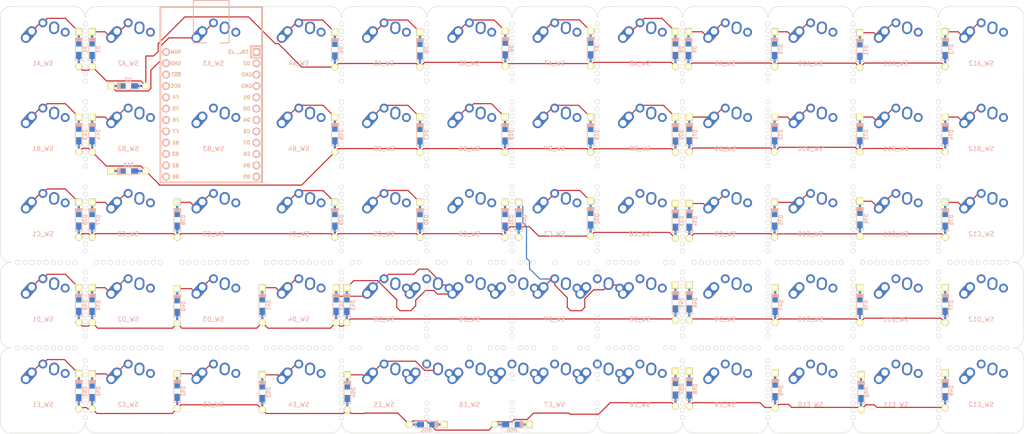
<source format=kicad_pcb>
(kicad_pcb (version 20221018) (generator pcbnew)
  (layers (0 "F.Cu" signal) (31 "B.Cu" signal) (34 "B.Paste" user) (35 "F.Paste" user) (36 "B.SilkS" user "B.Silkscreen") (37 "F.SilkS" user "F.Silkscreen") (38 "B.Mask" user) (39 "F.Mask" user) (44 "Edge.Cuts" user))
  (net 0 "")
  (net 1 "rowA")
  (net 2 "Net-(D1-Pad1)")
  (net 3 "Net-(D2-Pad1)")
  (net 4 "Net-(D3-Pad1)")
  (net 5 "Net-(D4-Pad1)")
  (net 6 "Net-(D5-Pad1)")
  (net 7 "Net-(D6-Pad1)")
  (net 8 "Net-(D7-Pad1)")
  (net 9 "Net-(D8-Pad1)")
  (net 10 "rowE")
  (net 11 "Net-(D9-Pad1)")
  (net 12 "Net-(D10-Pad1)")
  (net 13 "Net-(D11-Pad1)")
  (net 14 "Net-(D12-Pad1)")
  (net 15 "rowB")
  (net 16 "Net-(D13-Pad1)")
  (net 17 "Net-(D14-Pad1)")
  (net 18 "Net-(D15-Pad1)")
  (net 19 "Net-(D16-Pad1)")
  (net 20 "Net-(D17-Pad1)")
  (net 21 "Net-(D18-Pad1)")
  (net 22 "Net-(D19-Pad1)")
  (net 23 "Net-(D20-Pad1)")
  (net 24 "Net-(D21-Pad1)")
  (net 25 "Net-(D22-Pad1)")
  (net 26 "Net-(D23-Pad1)")
  (net 27 "Net-(D24-Pad1)")
  (net 28 "rowF")
  (net 29 "Net-(D25-Pad1)")
  (net 30 "rowC")
  (net 31 "Net-(D26-Pad1)")
  (net 32 "Net-(D27-Pad1)")
  (net 33 "Net-(D28-Pad1)")
  (net 34 "Net-(D29-Pad1)")
  (net 35 "Net-(D30-Pad1)")
  (net 36 "Net-(D31-Pad1)")
  (net 37 "Net-(D32-Pad1)")
  (net 38 "Net-(D33-Pad1)")
  (net 39 "Net-(D34-Pad1)")
  (net 40 "Net-(D35-Pad1)")
  (net 41 "Net-(D36-Pad1)")
  (net 42 "Net-(D37-Pad1)")
  (net 43 "Net-(D38-Pad1)")
  (net 44 "rowD")
  (net 45 "Net-(D39-Pad1)")
  (net 46 "Net-(D40-Pad1)")
  (net 47 "Net-(D41-Pad1)")
  (net 48 "Net-(D42-Pad1)")
  (net 49 "Net-(D43-Pad1)")
  (net 50 "Net-(D44-Pad1)")
  (net 51 "Net-(D45-Pad1)")
  (net 52 "Net-(D46-Pad1)")
  (net 53 "Net-(D47-Pad1)")
  (net 54 "Net-(D48-Pad1)")
  (net 55 "rowH")
  (net 56 "Net-(D49-Pad1)")
  (net 57 "rowG")
  (net 58 "Net-(D50-Pad1)")
  (net 59 "Net-(D51-Pad1)")
  (net 60 "Net-(D52-Pad1)")
  (net 61 "Net-(D53-Pad1)")
  (net 62 "Net-(D54-Pad1)")
  (net 63 "Net-(D55-Pad1)")
  (net 64 "Net-(D56-Pad1)")
  (net 65 "Net-(D57-Pad1)")
  (net 66 "Net-(D58-Pad1)")
  (net 67 "Net-(D59-Pad1)")
  (net 68 "Net-(D60-Pad1)")
  (net 69 "col0")
  (net 70 "col1")
  (net 71 "col2")
  (net 72 "col3")
  (net 73 "col4")
  (net 74 "col5")
  (net 75 "col6")
  (net 76 "col7")
  (net 79 "GND")
  (net 80 "VCC")
  (footprint "Keebio-Parts:Diode-Hybrid-Back" (layer "F.Cu") (at 75.438 121.92 90)
    (fp_text reference "D52")
    (fp_text value "D_Small" hide)
  )
  (footprint "Keebio-Parts:MX-Alps-Choc-1U-NoLED" (layer "F.Cu") (at 121.7625 102.6625)
    (fp_text reference "SW_D5")
    (fp_text value "KEYSW")
  )
  (footprint "Keebio-Parts:Diode-Hybrid-Back" (layer "F.Cu") (at 75.438 102.87 90)
    (fp_text reference "D40")
    (fp_text value "D_Small" hide)
  )
  (footprint "Keebio-Parts:MX-Alps-Choc-1U-NoLED" (layer "F.Cu") (at 255.4625 64.4625)
    (fp_text reference "SW_B12")
    (fp_text value "KEYSW")
  )
  (footprint "Keebio-Parts:MX-Alps-Choc-1U-NoLED" (layer "F.Cu") (at 64.4625 121.7625)
    (fp_text reference "SW_E2")
    (fp_text value "KEYSW")
  )
  (footprint "Keebio-Parts:Diode-Hybrid-Back" (layer "F.Cu") (at 56.4 45.3625 90)
    (fp_text reference "D2")
    (fp_text value "D_Small" hide)
  )
  (footprint "Keebio-Parts:MX-Alps-Choc-1U-NoLED" (layer "F.Cu") (at 140.8625 45.3625)
    (fp_text reference "SW_A6")
    (fp_text value "KEYSW")
  )
  (footprint "MountingHole:MountingHole_2.2mm_M2" (layer "F.Cu") (at 207.7125 74.0125)
    (fp_text reference "REF**" hide)
    (fp_text value "MountingHole_2.2mm_M2")
  )
  (footprint "Keebio-Parts:MX-Alps-Choc-1U-NoLED" (layer "F.Cu") (at 83.5625 102.6625)
    (fp_text reference "SW_D3")
    (fp_text value "KEYSW")
  )
  (footprint "MountingHole:MountingHole_2.2mm_M2" (layer "F.Cu") (at 226.8 112.2125)
    (fp_text reference "REF**" hide)
    (fp_text value "MountingHole_2.2mm_M2")
  )
  (footprint "MountingHole:MountingHole_2.2mm_M2" (layer "F.Cu") (at 74.025 93.1125)
    (fp_text reference "REF**" hide)
    (fp_text value "MountingHole_2.2mm_M2")
  )
  (footprint "Keebio-Parts:Diode-Hybrid-Back" (layer "F.Cu") (at 187 121.412 90)
    (fp_text reference "D57")
    (fp_text value "D_Small" hide)
  )
  (footprint "Keebio-Parts:Diode-Hybrid-Back" (layer "F.Cu") (at 131.3 129.4)
    (fp_text reference "D55")
    (fp_text value "D_Small" hide)
  )
  (footprint "Keebio-Parts:Diode-Hybrid-Back" (layer "F.Cu") (at 228.3 83.312 90)
    (fp_text reference "D36")
    (fp_text value "D_Small" hide)
  )
  (footprint "MountingHole:MountingHole_2.2mm_M2" (layer "F.Cu") (at 207.7125 93.1125)
    (fp_text reference "REF**" hide)
    (fp_text value "MountingHole_2.2mm_M2")
  )
  (footprint "Keebio-Parts:Diode-Hybrid-Back" (layer "F.Cu") (at 247.4 64.4625 90)
    (fp_text reference "D24")
    (fp_text value "D_Small" hide)
  )
  (footprint "MountingHole:MountingHole_2.2mm_M2" (layer "F.Cu") (at 54.9125 112.2125)
    (fp_text reference "REF**" hide)
    (fp_text value "MountingHole_2.2mm_M2")
  )
  (footprint "Keebio-Parts:MX-Alps-Choc-1U-NoLED" (layer "F.Cu") (at 255.4625 121.7625)
    (fp_text reference "SW_E12")
    (fp_text value "KEYSW")
  )
  (footprint "Keebio-Parts:MX-Alps-Choc-1U-NoLED" (layer "F.Cu") (at 121.7625 64.4625)
    (fp_text reference "SW_B5")
    (fp_text value "KEYSW")
  )
  (footprint "Keebio-Parts:MX-Alps-Choc-1U-NoLED" (layer "F.Cu") (at 198.1625 102.6625)
    (fp_text reference "SW_D9")
    (fp_text value "KEYSW")
  )
  (footprint "Keebio-Parts:MX-Alps-Choc-2U-StabFlip-NoLED" (layer "F.Cu") (at 131.3125 121.7625)
    (fp_text reference "SW_Ea5")
    (fp_text value "KEYSW")
  )
  (footprint "Keebio-Parts:MX-Alps-Choc-1U-NoLED" (layer "F.Cu") (at 179.0625 102.6625)
    (fp_text reference "SW_D8")
    (fp_text value "KEYSW")
  )
  (footprint "Keebio-Parts:Diode-Hybrid-Back" (layer "F.Cu") (at 148.844 83.566 90)
    (fp_text reference "D31")
    (fp_text value "D_Small" hide)
  )
  (footprint "Keebio-Parts:Diode-Hybrid-Back" (layer "F.Cu") (at 247.4 121.7625 90)
    (fp_text reference "D49")
    (fp_text value "D_Small" hide)
  )
  (footprint "Keebio-Parts:Diode-Hybrid-Back" (layer "F.Cu") (at 190.1 102.108 90)
    (fp_text reference "D46")
    (fp_text value "D_Small" hide)
  )
  (footprint "Keebio-Parts:Diode-Hybrid-Back" (layer "F.Cu") (at 53.4 121.96875 90)
    (fp_text reference "D50")
    (fp_text value "D_Small" hide)
  )
  (footprint "Keebio-Parts:MX-Alps-Choc-1U-NoLED" (layer "F.Cu") (at 236.3625 64.4625)
    (fp_text reference "SW_B11")
    (fp_text value "KEYSW")
  )
  (footprint "Keebio-Parts:Diode-Hybrid-Back" (layer "F.Cu") (at 53.4 83.5625 90)
    (fp_text reference "D26")
    (fp_text value "D_Small" hide)
  )
  (footprint "Keebio-Parts:Diode-Hybrid-Back" (layer "F.Cu") (at 53.4 45.3625 90)
    (fp_text reference "D1")
    (fp_text value "D_Small" hide)
  )
  (footprint "Keebio-Parts:Diode-Hybrid-Back" (layer "F.Cu") (at 129.794 83.566 90)
    (fp_text reference "D30")
    (fp_text value "D_Small" hide)
  )
  (footprint "MountingHole:MountingHole_2.2mm_M2" (layer "F.Cu") (at 112.2 74.0125)
    (fp_text reference "REF**" hide)
    (fp_text value "MountingHole_2.2mm_M2")
  )
  (footprint "MountingHole:MountingHole_2.2mm_M2" (layer "F.Cu") (at 169.5125 112.2125)
    (fp_text reference "REF**" hide)
    (fp_text value "MountingHole_2.2mm_M2")
  )
  (footprint "MountingHole:MountingHole_2.2mm_M2" (layer "F.Cu") (at 112.2 54.9125)
    (fp_text reference "REF**" hide)
    (fp_text value "MountingHole_2.2mm_M2")
  )
  (footprint "Keebio-Parts:MX-Alps-Choc-1U-NoLED" (layer "F.Cu") (at 102.6625 83.5625)
    (fp_text reference "SW_C4")
    (fp_text value "KEYSW")
  )
  (footprint "Keebio-Parts:MX-Alps-Choc-1U-NoLED" (layer "F.Cu") (at 236.3625 45.3625)
    (fp_text reference "SW_A11")
    (fp_text value "KEYSW")
  )
  (footprint "Keebio-Parts:MX-Alps-Choc-1U-NoLED" (layer "F.Cu") (at 159.9625 121.7625)
    (fp_text reference "SW_E7")
    (fp_text value "KEYSW")
  )
  (footprint "Keebio-Parts:MX-Alps-Choc-1U-NoLED" (layer "F.Cu") (at 45.3625 64.4625)
    (fp_text reference "SW_B1")
    (fp_text value "KEYSW")
  )
  (footprint "MountingHole:MountingHole_2.2mm_M2" (layer "F.Cu") (at 169.418 74.0125)
    (fp_text reference "REF**" hide)
    (fp_text value "MountingHole_2.2mm_M2")
  )
  (footprint "Keebio-Parts:MX-Alps-Choc-1U-NoLED" (layer "F.Cu") (at 159.9625 102.6625)
    (fp_text reference "SW_D7")
    (fp_text value "KEYSW")
  )
  (footprint "Keebio-Parts:MX-Alps-Choc-1U-NoLED" (layer "F.Cu") (at 217.2625 64.4625)
    (fp_text reference "SW_B10")
    (fp_text value "KEYSW")
  )
  (footprint "Keebio-Parts:Diode-Hybrid-Back" (layer "F.Cu") (at 111.01875 102.6625 90)
    (fp_text reference "D42")
    (fp_text value "D_Small" hide)
  )
  (footprint "Keebio-Parts:Diode-Hybrid-Back" (layer "F.Cu") (at 150.4 129.4)
    (fp_text reference "D56")
    (fp_text value "D_Small" hide)
  )
  (footprint "Keebio-Parts:MX-Alps-Choc-1U-NoLED" (layer "F.Cu") (at 83.5625 64.4625)
    (fp_text reference "SW_B3")
    (fp_text value "KEYSW")
  )
  (footprint "Keebio-Parts:MX-Alps-Choc-1U-NoLED" (layer "F.Cu") (at 217.2625 45.3625)
    (fp_text reference "SW_A10")
    (fp_text value "KEYSW")
  )
  (footprint "Keebio-Parts:Diode-Hybrid-Back" (layer "F.Cu") (at 56.4 64.4625 90)
    (fp_text reference "D14")
    (fp_text value "D_Small" hide)
  )
  (footprint "MountingHole:MountingHole_2.2mm_M2" (layer "F.Cu") (at 226.8 74.0125)
    (fp_text reference "REF**" hide)
    (fp_text value "MountingHole_2.2mm_M2")
  )
  (footprint "Keebio-Parts:Diode-Hybrid-Back" (layer "F.Cu") (at 53.4 102.6625 90)
    (fp_text reference "D48")
    (fp_text value "D_Small" hide)
  )
  (footprint "MountingHole:MountingHole_2.2mm_M2" (layer "F.Cu") (at 245.9125 93.1125)
    (fp_text reference "REF**" hide)
    (fp_text value "MountingHole_2.2mm_M2")
  )
  (footprint "Keebio-Parts:Diode-Hybrid-Back" (layer "F.Cu") (at 247.4 102.6625 90)
    (fp_text reference "D37")
    (fp_text value "D_Small" hide)
  )
  (footprint "MountingHole:MountingHole_2.2mm_M2" (layer "F.Cu") (at 54.9125 74.0125)
    (fp_text reference "REF**" hide)
    (fp_text value "MountingHole_2.2mm_M2")
  )
  (footprint "Keebio-Parts:Diode-Hybrid-Back" (layer "F.Cu") (at 209.2 45.3625 90)
    (fp_text reference "D10")
    (fp_text value "D_Small" hide)
  )
  (footprint "Keebio-Parts:MX-Alps-Choc-1U-NoLED" (layer "F.Cu") (at 45.3625 121.7625)
    (fp_text reference "SW_E1")
    (fp_text value "KEYSW")
  )
  (footprint "Keebio-Parts:MX-Alps-Choc-1U-NoLED" (layer "F.Cu") (at 102.6625 45.3625)
    (fp_text reference "SW_A4")
    (fp_text value "KEYSW")
  )
  (footprint "Keebio-Parts:MX-Alps-Choc-1U-NoLED" (layer "F.Cu") (at 179.0625 64.4625)
    (fp_text reference "SW_B8")
    (fp_text value "KEYSW")
  )
  (footprint "MountingHole:MountingHole_2.2mm_M2" (layer "F.Cu") (at 150.4 112.2125)
    (fp_text reference "REF**" hide)
    (fp_text value "MountingHole_2.2mm_M2")
  )
  (footprint "Keebio-Parts:MX-Alps-Choc-1U-NoLED" (layer "F.Cu") (at 121.7625 45.3625)
    (fp_text reference "SW_A5")
    (fp_text value "KEYSW")
  )
  (footprint "MountingHole:MountingHole_2.2mm_M2" (layer "F.Cu") (at 93.1125 112.2125)
    (fp_text reference "REF**" hide)
    (fp_text value "MountingHole_2.2mm_M2")
  )
  (footprint "Keebio-Parts:MX-Alps-Choc-1U-NoLED" (layer "F.Cu") (at 140.8625 64.4625)
    (fp_text reference "SW_B6")
    (fp_text value "KEYSW")
  )
  (footprint "MountingHole:MountingHole_2.2mm_M2" (layer "F.Cu") (at 131.3125 74.0125)
    (fp_text reference "REF**" hide)
    (fp_text value "MountingHole_2.2mm_M2")
  )
  (footprint "Keebio-Parts:Diode-Hybrid-Back" (layer "F.Cu") (at 168 45.212 90)
    (fp_text reference "D7")
    (fp_text value "D_Small" hide)
  )
  (footprint "Keebio-Parts:MX-Alps-Choc-1U-NoLED" (layer "F.Cu") (at 45.3625 102.6625)
    (fp_text reference "SW_D1")
    (fp_text value "KEYSW")
  )
  (footprint "MountingHole:MountingHole_2.2mm_M2" (layer "F.Cu") (at 169.5125 93.1125)
    (fp_text reference "REF**" hide)
    (fp_text value "MountingHole_2.2mm_M2")
  )
  (footprint "Keebio-Parts:MX-Alps-Choc-1U-NoLED" (layer "F.Cu") (at 121.7625 83.5625)
    (fp_text reference "SW_C5")
    (fp_text value "KEYSW")
  )
  (footprint "Keebio-Parts:Diode-Hybrid-Back" (layer "F.Cu") (at 228.3 64.4625 90)
    (fp_text reference "D23")
    (fp_text value "D_Small" hide)
  )
  (footprint "Keebio-Parts:MX-Alps-Choc-1U-NoLED" (layer "F.Cu") (at 198.1625 45.3625)
    (fp_text reference "SW_A9")
    (fp_text value "KEYSW")
  )
  (footprint "MountingHole:MountingHole_2.2mm_M2" (layer "F.Cu") (at 245.9125 54.9125)
    (fp_text reference "REF**" hide)
    (fp_text value "MountingHole_2.2mm_M2")
  )
  (footprint "Keebio-Parts:MX-Alps-Choc-1U-NoLED" (layer "F.Cu") (at 64.4625 83.5625)
    (fp_text reference "SW_C2")
    (fp_text value "KEYSW")
  )
  (footprint "MountingHole:MountingHole_2.2mm_M2" (layer "F.Cu") (at 169.418 54.9125)
    (fp_text reference "REF**" hide)
    (fp_text value "MountingHole_2.2mm_M2")
  )
  (footprint "MountingHole:MountingHole_2.2mm_M2" (layer "F.Cu") (at 131.3125 112.2125)
    (fp_text reference "REF**" hide)
    (fp_text value "MountingHole_2.2mm_M2")
  )
  (footprint "Keebio-Parts:Diode-Hybrid-Back" (layer "F.Cu") (at 168 64.516 90)
    (fp_text reference "D19")
    (fp_text value "D_Small" hide)
  )
  (footprint "Keebio-Parts:Diode-Hybrid-Back" (layer "F.Cu") (at 209.31825 102.6625 90)
    (fp_text reference "D47")
    (fp_text value "D_Small" hide)
  )
  (footprint "MountingHole:MountingHole_2.2mm_M2" (layer "F.Cu") (at 150.4 74.0125)
    (fp_text reference "REF**" hide)
    (fp_text value "MountingHole_2.2mm_M2")
  )
  (footprint "Keebio-Parts:Diode-Hybrid-Back" (layer "F.Cu") (at 190.1 121.412 90)
    (fp_text reference "D58")
    (fp_text value "D_Small" hide)
  )
  (footprint "MountingHole:MountingHole_2.2mm_M2" (layer "F.Cu") (at 112.2 93.1125)
    (fp_text reference "REF**" hide)
    (fp_text value "MountingHole_2.2mm_M2")
  )
  (footprint "Keebio-Parts:Diode-Hybrid-Back" (layer "F.Cu") (at 64.516 53.594 180)
    (fp_text reference "D3")
    (fp_text value "D_Small" hide)
  )
  (footprint "MountingHole:MountingHole_2.2mm_M2" (layer "F.Cu") (at 207.7125 54.9125)
    (fp_text reference "REF**" hide)
    (fp_text value "MountingHole_2.2mm_M2")
  )
  (footprint "Keebio-Parts:Diode-Hybrid-Back" (layer "F.Cu") (at 110.744 83.5625 90)
    (fp_text reference "D29")
    (fp_text value "D_Small" hide)
  )
  (footprint "MountingHole:MountingHole_2.2mm_M2" (layer "F.Cu") (at 245.9125 112.2125)
    (fp_text reference "REF**" hide)
    (fp_text value "MountingHole_2.2mm_M2")
  )
  (footprint "Keebio-Parts:Diode-Hybrid-Back" (layer "F.Cu") (at 56.4 83.5625 90)
    (fp_text reference "D27")
    (fp_text value "D_Small" hide)
  )
  (footprint "Keebio-Parts:MX-Alps-Choc-2U-StabFlip-NoLED" (layer "F.Cu") (at 169.5125 121.7625)
    (fp_text reference "SW_Ea7")
    (fp_text value "KEYSW")
  )
  (footprint "Keebio-Parts:MX-Alps-Choc-1U-NoLED" (layer "F.Cu") (at 64.4625 45.3625)
    (fp_text reference "SW_A2")
    (fp_text value "KEYSW")
  )
  (footprint "Keebio-Parts:MX-Alps-Choc-1U-NoLED" (layer "F.Cu") (at 102.6625 64.4625)
    (fp_text reference "SW_B4")
    (fp_text value "KEYSW")
  )
  (footprint "Keebio-Parts:MX-Alps-Choc-2U-StabFlip-NoLED" (layer "F.Cu") (at 150.4125 102.6625)
    (fp_text reference "SW_Da6")
    (fp_text value "KEYSW")
  )
  (footprint "Keebio-Parts:MX-Alps-Choc-2U-StabFlip-NoLED" (layer "F.Cu") (at 169.5125 102.6625)
    (fp_text reference "SW_Da7")
    (fp_text value "KEYSW")
  )
  (footprint "Keebio-Parts:Diode-Hybrid-Back" (layer "F.Cu") (at 187 83.82 90)
    (fp_text reference "D33")
    (fp_text value "D_Small" hide)
  )
  (footprint "Keebio-Parts:MX-Alps-Choc-1U-NoLED" (layer "F.Cu") (at 217.2625 102.6625)
    (fp_text reference "SW_D10")
    (fp_text value "KEYSW")
  )
  (footprint "MountingHole:MountingHole_2.2mm_M2" (layer "F.Cu") (at 245.9125 74.0125)
    (fp_text reference "REF**" hide)
    (fp_text value "MountingHole_2.2mm_M2")
  )
  (footprint "MountingHole:MountingHole_2.2mm_M2" (layer "F.Cu") (at 226.8 54.9125)
    (fp_text reference "REF**" hide)
    (fp_text value "MountingHole_2.2mm_M2")
  )
  (footprint "Keebio-Parts:MX-Alps-Choc-1U-NoLED" (layer "F.Cu") (at 83.5625 83.5625)
    (fp_text reference "SW_C3")
    (fp_text value "KEYSW")
  )
  (footprint "Keebio-Parts:MX-Alps-Choc-1U-NoLED" (layer "F.Cu") (at 102.6625 102.6625)
    (fp_text reference "SW_D4")
    (fp_text value "KEYSW")
  )
  (footprint "Keebio-Parts:MX-Alps-Choc-1U-NoLED" (layer "F.Cu") (at 140.8625 102.6625)
    (fp_text reference "SW_D6")
    (fp_text value "KEYSW")
  )
  (footprint "Keebio-Parts:MX-Alps-Choc-1U-NoLED" (layer "F.Cu") (at 45.3625 83.5625)
    (fp_text reference "SW_C1")
    (fp_text value "KEYSW")
  )
  (footprint "Keebio-Parts:Diode-Hybrid-Back" (layer "F.Cu") (at 168 83.312 90)
    (fp_text reference "D32")
    (fp_text value "D_Small" hide)
  )
  (footprint "Keebio-Parts:MX-Alps-Choc-1U-NoLED" (layer "F.Cu") (at 179.0625 121.7625)
    (fp_text reference "SW_E8")
    (fp_text value "KEYSW")
  )
  (footprint "Keebio-Parts:MX-Alps-Choc-1U-NoLED" (layer "F.Cu") (at 159.9625 45.3625)
    (fp_text reference "SW_A7")
    (fp_text value "KEYSW")
  )
  (footprint "Keebio-Parts:MX-Alps-Choc-1U-NoLED" (layer "F.Cu") (at 217.2625 121.7625)
    (fp_text reference "SW_E10")
    (fp_text value "KEYSW")
  )
  (footprint "MountingHole:MountingHole_2.2mm_M2" (layer "F.Cu") (at 188.6 112.2125)
    (fp_text reference "REF**" hide)
    (fp_text value "MountingHole_2.2mm_M2")
  )
  (footprint "Keebio-Parts:MX-Alps-Choc-1U-NoLED" (layer "F.Cu") (at 198.1625 121.7625)
    (fp_text reference "SW_E9")
    (fp_text value "KEYSW")
  )
  (footprint "Keebio-Parts:MX-Alps-Choc-1U-NoLED" (layer "F.Cu") (at 64.4625 102.6625)
    (fp_text reference "SW_D2")
    (fp_text value "KEYSW")
  )
  (footprint "Keebio-Parts:MX-Alps-Choc-1U-NoLED" (layer "F.Cu") (at 236.3625 121.7625)
    (fp_text reference "SW_E11")
    (fp_text value "KEYSW")
  )
  (footprint "Keebio-Parts:Diode-Hybrid-Back" (layer "F.Cu") (at 209.31825 121.7625 90)
    (fp_text reference "D59")
    (fp_text value "D_Small" hide)
  )
  (footprint "Keebio-Parts:Diode-Hybrid-Back" (layer "F.Cu") (at 187 64.516 90)
    (fp_text reference "D20")
    (fp_text value "D_Small" hide)
  )
  (footprint "Keebio-Parts:MX-Alps-Choc-1U-NoLED" (layer "F.Cu") (at 45.3625 45.3625)
    (fp_text reference "SW_A1")
    (fp_text value "KEYSW")
  )
  (footprint "MountingHole:MountingHole_2.2mm_M2" (layer "F.Cu") (at 93.1125 93.1125)
    (fp_text reference "REF**" hide)
    (fp_text value "MountingHole_2.2mm_M2")
  )
  (footprint "Keebio-Parts:MX-Alps-Choc-1U-NoLED" (layer "F.Cu") (at 255.4625 102.6625)
    (fp_text reference "SW_D12")
    (fp_text value "KEYSW")
  )
  (footprint "Keebio-Parts:Diode-Hybrid-Back" (layer "F.Cu") (at 56.4 102.6625 90)
    (fp_text reference "D39")
    (fp_text value "D_Small" hide)
  )
  (footprint "Keebio-Parts:Diode-Hybrid-Back" (layer "F.Cu") (at 113.40625 102.6625 90)
    (fp_text reference "D43")
    (fp_text value "D_Small" hide)
  )
  (footprint "MountingHole:MountingHole_2.2mm_M2" (layer "F.Cu") (at 207.7125 112.2125)
    (fp_text reference "REF**" hide)
    (fp_text value "MountingHole_2.2mm_M2")
  )
  (footprint "MountingHole:MountingHole_2.2mm_M2" (layer "F.Cu") (at 188.6 74.0125)
    (fp_text reference "REF**" hide)
    (fp_text value "MountingHole_2.2mm_M2")
  )
  (footprint "Keebio-Parts:MX-Alps-Choc-1U-NoLED" (layer "F.Cu") (at 255.4625 45.3625)
    (fp_text reference "SW_A12")
    (fp_text value "KEYSW")
  )
  (footprint "Keebio-Parts:MX-Alps-Choc-1U-NoLED" (layer "F.Cu") (at 198.1625 83.5625)
    (fp_text reference "SW_C9")
    (fp_text value "KEYSW")
  )
  (footprint "Keebio-Parts:MX-Alps-Choc-2U-StabFlip-NoLED" (layer "F.Cu") (at 150.4125 121.7625)
    (fp_text reference "SW_Ea6")
    (fp_text value "KEYSW")
  )
  (footprint "Keebio-Parts:Diode-Hybrid-Back" (layer "F.Cu") (at 228.554 122.174 90)
    (fp_text reference "D60")
    (fp_text value "D_Small" hide)
  )
  (footprint "Keebio-Parts:Diode-Hybrid-Back" (layer "F.Cu") (at 190.1 64.4625 90)
    (fp_text reference "D21")
    (fp_text value "D_Small" hide)
  )
  (footprint "Keebio-Parts:Diode-Hybrid-Back" (layer "F.Cu") (at 110.744 64.4625 90)
    (fp_text reference "D16")
    (fp_text value "D_Small" hide)
  )
  (footprint "MountingHole:MountingHole_2.2mm_M2" (layer "F.Cu") (at 74.025 112.2125)
    (fp_text reference "REF**" hide)
    (fp_text value "MountingHole_2.2mm_M2")
  )
  (footprint "Keebio-Parts:MX-Alps-Choc-1U-NoLED" (layer "F.Cu") (at 121.7625 121.7625)
    (fp_text reference "SW_E5")
    (fp_text value "KEYSW")
  )
  (footprint "Keebio-Parts:Diode-Hybrid-Back" (layer "F.Cu") (at 94.488 122.174 90)
    (fp_text reference "D53")
    (fp_text value "D_Small" hide)
  )
  (footprint "Keebio-Parts:Diode-Hybrid-Back" (layer "F.Cu") (at 247.4 83.5625 90)
    (fp_text reference "D25")
    (fp_text value "D_Small" hide)
  )
  (footprint "Keebio-Parts:Diode-Hybrid-Back" (layer "F.Cu") (at 247.4 45.3625 90)
    (fp_text reference "D12")
    (fp_text value "D_Small" hide)
  )
  (footprint "Keebio-Parts:Diode-Hybrid-Back" (layer "F.Cu") (at 53.4 64.4625 90)
    (fp_text reference "D13")
    (fp_text value "D_Small" hide)
  )
  (footprint "Keebio-Parts:Diode-Hybrid-Back" (layer "F.Cu") (at 129.794 45.466 90)
    (fp_text reference "D5")
    (fp_text value "D_Small" hide)
  )
  (footprint "MountingHole:MountingHole_2.2mm_M2" (layer "F.Cu") (at 150.4 93.1125)
    (fp_text reference "REF**" hide)
    (fp_text value "MountingHole_2.2mm_M2")
  )
  (footprint "Keebio-Parts:Diode-Hybrid-Back" (layer "F.Cu") (at 209.2 83.5625 90)
    (fp_text reference "D35")
    (fp_text value "D_Small" hide)
  )
  (footprint "Keebio-Parts:Diode-Hybrid-Back" (layer "F.Cu") (at 189.91425 45.3625 90)
    (fp_text reference "D9")
    (fp_text value "D_Small" hide)
  )
  (footprint "Keebio-Parts:MX-Alps-Choc-1U-NoLED" (layer "F.Cu") (at 255.4625 83.5625)
    (fp_text reference "SW_C12")
    (fp_text value "KEYSW")
  )
  (footprint "Keebio-Parts:MX-Alps-Choc-1U-NoLED" (layer "F.Cu") (at 159.9625 64.4625)
    (fp_text reference "SW_B7")
    (fp_text value "KEYSW")
  )
  (footprint "Keebio-Parts:Diode-Hybrid-Back" (layer "F.Cu") (at 190.1 83.82 90)
    (fp_text reference "D34")
    (fp_text value "D_Small" hide)
  )
  (footprint "Keebio-Parts:MX-Alps-Choc-1U-NoLED" (layer "F.Cu") (at 179.0625 83.5625)
    (fp_text reference "SW_C8")
    (fp_text value "KEYSW")
  )
  (footprint "Keebio-Parts:MX-Alps-Choc-1U-NoLED" (layer "F.Cu") (at 83.5625 45.3625)
    (fp_text reference "SW_A3")
    (fp_text value "KEYSW")
  )
  (footprint "Keebio-Parts:MX-Alps-Choc-1U-NoLED" (layer "F.Cu") (at 102.6625 121.7625)
    (fp_text reference "SW_E4")
    (fp_text value "KEYSW")
  )
  (footprint "Keebio-Parts:MX-Alps-Choc-2U-StabFlip-NoLED" (layer "F.Cu") (at 131.3125 102.6625)
    (fp_text reference "SW_Da5")
    (fp_text value "KEYSW")
  )
  (footprint "MountingHole:MountingHole_2.2mm_M2" (layer "F.Cu") (at 131.3125 93.1125)
    (fp_text reference "REF**" hide)
    (fp_text value "MountingHole_2.2mm_M2")
  )
  (footprint "Keebio-Parts:MX-Alps-Choc-1U-NoLED" (layer "F.Cu") (at 140.8625 121.7625)
    (fp_text reference "SW_E6")
    (fp_text value "KEYSW")
  )
  (footprint "Keebio-Parts:MX-Alps-Choc-1U-NoLED" (layer "F.Cu") (at 236.3625 83.5625)
    (fp_text reference "SW_C11")
    (fp_text value "KEYSW")
  )
  (footprint "Keebio-Parts:Diode-Hybrid-Back" (layer "F.Cu") (at 148.9 45.212 90)
    (fp_text reference "D6")
    (fp_text value "D_Small" hide)
  )
  (footprint "Keebio-Parts:MX-Alps-Choc-1U-NoLED" (layer "F.Cu") (at 236.3625 102.6625)
    (fp_text reference "SW_D11")
    (fp_text value "KEYSW")
  )
  (footprint "Keebio-Parts:Diode-Hybrid-Back" (layer "F.Cu") (at 113.538 122.174 90)
    (fp_text reference "D54")
    (fp_text value "D_Small" hide)
  )
  (footprint "MountingHole:MountingHole_2.2mm_M2" (layer "F.Cu") (at 131.3125 54.9125)
    (fp_text reference "REF**" hide)
    (fp_text value "MountingHole_2.2mm_M2")
  )
  (footprint "Keebio-Parts:MX-Alps-Choc-1U-NoLED" (layer "F.Cu") (at 64.4625 64.4625)
    (fp_text reference "SW_B2")
    (fp_text value "KEYSW")
  )
  (footprint "MountingHole:MountingHole_2.2mm_M2" (layer "F.Cu") (at 54.9125 54.9125)
    (fp_text reference "REF**" hide)
    (fp_text value "MountingHole_2.2mm_M2")
  )
  (footprint "Keebio-Parts:Diode-Hybrid-Back" (layer "F.Cu") (at 110.744 45.466 90)
    (fp_text reference "D4")
    (fp_text value "D_Small" hide)
  )
  (footprint "Keebio-Parts:MX-Alps-Choc-1U-NoLED" (layer "F.Cu") (at 159.9625 83.5625)
    (fp_text reference "SW_C7")
    (fp_text value "KEYSW")
  )
  (footprint "MountingHole:MountingHole_2.2mm_M2" (layer "F.Cu") (at 150.4 54.9125)
    (fp_text reference "REF**" hide)
    (fp_text value "MountingHole_2.2mm_M2")
  )
  (footprint "Keebio-Parts:Diode-Hybrid-Back" (layer "F.Cu") (at 75.438 83.5625 90)
    (fp_text reference "D28")
    (fp_text value "D_Small" hide)
  )
  (footprint "MountingHole:MountingHole_2.2mm_M2" (layer "F.Cu") (at 54.9125 93.1125)
    (fp_text reference "REF**" hide)
    (fp_text value "MountingHole_2.2mm_M2")
  )
  (footprint "Keebio-Parts:Diode-Hybrid-Back" (layer "F.Cu") (at 94.488 102.6625 90)
    (fp_text reference "D41")
    (fp_text value "D_Small" hide)
  )
  (footprint "Keebio-Parts:Diode-Hybrid-Back" (layer "F.Cu") (at 64.516 72.644 180)
    (fp_text reference "D15")
    (fp_text value "D_Small" hide)
  )
  (footprint "Keebio-Parts:MX-Alps-Choc-1U-NoLED" (layer "F.Cu") (at 179.0625 45.3625)
    (fp_text reference "SW_A8")
    (fp_text value "KEYSW")
  )
  (footprint "Keebio-Parts:MX-Alps-Choc-1U-NoLED" (layer "F.Cu") (at 198.1625 64.4625)
    (fp_text reference "SW_B9")
    (fp_text value "KEYSW")
  )
  (footprint "Keebio-Parts:Diode-Hybrid-Back" (layer "F.Cu") (at 228.3 102.6625 90)
    (fp_text reference "D38")
    (fp_text value "D_Small" hide)
  )
  (footprint "Keebio-Parts:MX-Alps-Choc-1U-NoLED" (layer "F.Cu") (at 217.2625 83.5625)
    (fp_text reference "SW_C10")
    (fp_text value "KEYSW")
  )
  (footprint "Keebio-Parts:Diode-Hybrid-Back" (layer "F.Cu") (at 187 45.3625 90)
    (fp_text reference "D8")
    (fp_text value "D_Small" hide)
  )
  (footprint "Keebio-Parts:MX-Alps-Choc-1U-NoLED" (layer "F.Cu") (at 83.5625 121.7625)
    (fp_text reference "SW_E3")
    (fp_text value "KEYSW")
  )
  (footprint "Keebio-Parts:Diode-Hybrid-Back" (layer "F.Cu") (at 228.3 45.56875 90)
    (fp_text reference "D11")
    (fp_text value "D_Small" hide)
  )
  (footprint "Keebio-Parts:Diode-Hybrid-Back" (layer "F.Cu") (at 148.844 64.516 90)
    (fp_text reference "D18")
    (fp_text value "D_Small" hide)
  )
  (footprint "MountingHole:MountingHole_2.2mm_M2" (layer "F.Cu") (at 112.2 112.2125)
    (fp_text reference "REF**" hide)
    (fp_text value "MountingHole_2.2mm_M2")
  )
  (footprint "Keebio-Parts:MX-Alps-Choc-1U-NoLED" (layer "F.Cu") (at 140.8625 83.5625)
    (fp_text reference "SW_C6")
    (fp_text value "KEYSW")
  )
  (footprint "MountingHole:MountingHole_2.2mm_M2" (layer "F.Cu") (at 188.6 54.9125)
    (fp_text reference "REF**" hide)
    (fp_text value "MountingHole_2.2mm_M2")
  )
  (footprint "Keebio-Parts:Diode-Hybrid-Back" (layer "F.Cu") (at 187 102.108 90)
    (fp_text reference "D45")
    (fp_text value "D_Small" hide)
  )
  (footprint "Keebio-Parts:Diode-Hybrid-Back" (layer "F.Cu") (at 129.794 64.516 90)
    (fp_text reference "D17")
    (fp_text value "D_Small" hide)
  )
  (footprint "MountingHole:MountingHole_2.2mm_M2" (layer "F.Cu") (at 226.8 93.1125)
    (fp_text reference "REF**" hide)
    (fp_text value "MountingHole_2.2mm_M2")
  )
  (footprint "Keebio-Parts:Diode-Hybrid-Back" (layer "F.Cu") (at 151.9 83.575 90)
    (fp_text reference "D44")
    (fp_text value "D_Small" hide)
  )
  (footprint "Keebio-Parts:Diode-Hybrid-Back" (layer "F.Cu") (at 209.2 64.4625 90)
    (fp_text reference "D22")
    (fp_text value "D_Small" hide)
  )
  (footprint "MountingHole:MountingHole_2.2mm_M2" (layer "F.Cu") (at 188.6 93.1125)
    (fp_text reference "REF**" hide)
    (fp_text value "MountingHole_2.2mm_M2")
  )
  (footprint "Keebio-Parts:Diode-Hybrid-Back" (layer "F.Cu") (at 56.4 121.96875 90)
    (fp_text reference "D51")
    (fp_text value "D_Small" hide)
  )
  (footprint "Keebio Parts:ArduinoProMicro-Mini-USB" (layer "B.Cu") (at 83.058 59.94875 -90)
    (fp_text reference "U1" hide)
    (fp_text value "ProMicro" hide)
  )
  (gr_circle (center 165.587501 93.099999) (end 165.587501 92.6) (stroke (width 0.1)) (fill none) (layer "Edge.Cuts"))
  (gr_circle (center 191.1875 93.1) (end 191.187501 92.6) (stroke (width 0.1)) (fill none) (layer "Edge.Cuts"))
  (gr_circle (center 108.16875 93.099997) (end 108.16875 92.599998) (stroke (width 0.1)) (fill none) (layer "Edge.Cuts"))
  (gr_circle (center 250.056248 112.212503) (end 250.056249 111.712503) (stroke (width 0.1)) (fill none) (layer "Edge.Cuts"))
  (gr_line (start 57.3 131.3125) (end 109.786783 131.299283) (stroke (width 0.1)) (layer "Edge.Cuts"))
  (gr_circle (center 112.2 121.48125) (end 112.7 121.48125) (stroke (width 0.1)) (fill none) (layer "Edge.Cuts"))
  (gr_circle (center 52.512499 112.2125) (end 52.5125 111.7125) (stroke (width 0.1)) (fill none) (layer "Edge.Cuts"))
  (gr_circle (center 207.7 87.34375) (end 208.2 87.34375) (stroke (width 0.1)) (fill none) (layer "Edge.Cuts"))
  (gr_circle (center 226.8 58.7375) (end 227.3 58.7375) (stroke (width 0.1)) (fill none) (layer "Edge.Cuts"))
  (gr_circle (center 49.287501 112.212499) (end 49.287501 111.7125) (stroke (width 0.1)) (fill none) (layer "Edge.Cuts"))
  (gr_circle (center 261.231249 93.1) (end 261.231249 92.6) (stroke (width 0.1)) (fill none) (layer "Edge.Cuts"))
  (gr_circle (center 188.574283 95.25) (end 189.074283 95.25) (stroke (width 0.1)) (fill none) (layer "Edge.Cuts"))
  (gr_circle (center 245.9 60.325) (end 246.4 60.325) (stroke (width 0.1)) (fill none) (layer "Edge.Cuts"))
  (gr_circle (center 253.231249 112.212502) (end 253.231249 111.712503) (stroke (width 0.1)) (fill none) (layer "Edge.Cuts"))
  (gr_circle (center 54.861783 79.40625) (end 55.361783 79.40625) (stroke (width 0.1)) (fill none) (layer "Edge.Cuts"))
  (gr_circle (center 150.4 41.275) (end 150.9 41.275) (stroke (width 0.1)) (fill none) (layer "Edge.Cuts"))
  (gr_arc (start 169.575717 38.2) (mid 170.274995 36.511778) (end 171.963217 35.8125) (stroke (width 0.1)) (layer "Edge.Cuts"))
  (gr_line (start 226.749283 38.2) (end 226.850717 38.2) (stroke (width 0.1)) (layer "Edge.Cuts"))
  (gr_circle (center 57.30625 112.212499) (end 57.30625 111.7125) (stroke (width 0.1)) (fill none) (layer "Edge.Cuts"))
  (gr_circle (center 131.3 46.06875) (end 131.8 46.06875) (stroke (width 0.1)) (fill none) (layer "Edge.Cuts"))
  (gr_circle (center 245.9 95.25) (end 246.4 95.25) (stroke (width 0.1)) (fill none) (layer "Edge.Cuts"))
  (gr_circle (center 251.643748 112.212503) (end 251.643749 111.712503) (stroke (width 0.1)) (fill none) (layer "Edge.Cuts"))
  (gr_circle (center 197.568751 112.212502) (end 197.568751 111.712503) (stroke (width 0.1)) (fill none) (layer "Edge.Cuts"))
  (gr_circle (center 226.8 95.25) (end 227.3 95.25) (stroke (width 0.1)) (fill none) (layer "Edge.Cuts"))
  (gr_circle (center 131.3 85.75625) (end 131.8 85.75625) (stroke (width 0.1)) (fill none) (layer "Edge.Cuts"))
  (gr_arc (start 131.375717 38.2) (mid 132.074995 36.511778) (end 133.763217 35.8125) (stroke (width 0.1)) (layer "Edge.Cuts"))
  (gr_circle (center 112.2 109.6375) (end 112.7 109.6375) (stroke (width 0.1)) (fill none) (layer "Edge.Cuts"))
  (gr_circle (center 54.861783 108.0125) (end 55.361783 108.0125) (stroke (width 0.1)) (fill none) (layer "Edge.Cuts"))
  (gr_circle (center 245.9 126.20625) (end 246.4 126.20625) (stroke (width 0.1)) (fill none) (layer "Edge.Cuts"))
  (gr_circle (center 188.574283 68.29375) (end 189.074283 68.29375) (stroke (width 0.1)) (fill none) (layer "Edge.Cuts"))
  (gr_circle (center 228.931249 93.1) (end 228.931249 92.6) (stroke (width 0.1)) (fill none) (layer "Edge.Cuts"))
  (gr_circle (center 44.518749 93.099998) (end 44.51875 92.599998) (stroke (width 0.1)) (fill none) (layer "Edge.Cuts"))
  (gr_circle (center 150.4 65.11875) (end 150.9 65.11875) (stroke (width 0.1)) (fill none) (layer "Edge.Cuts"))
  (gr_circle (center 207.7 57.15) (end 208.2 57.15) (stroke (width 0.1)) (fill none) (layer "Edge.Cuts"))
  (gr_arc (start 248.338217 131.299283) (mid 246.65 130.6) (end 245.950717 128.911783) (stroke (width 0.1)) (layer "Edge.Cuts"))
  (gr_circle (center 207.7 88.93125) (end 208.2 88.93125) (stroke (width 0.1)) (fill none) (layer "Edge.Cuts"))
  (gr_circle (center 150.4 88.93125) (end 150.9 88.93125) (stroke (width 0.1)) (fill none) (layer "Edge.Cuts"))
  (gr_circle (center 169.5 103.21875) (end 170 103.21875) (stroke (width 0.1)) (fill none) (layer "Edge.Cuts"))
  (gr_arc (start 262.625 35.8125) (mid 264.313217 36.511783) (end 265.0125 38.2) (stroke (width 0.1)) (layer "Edge.Cuts"))
  (gr_circle (center 226.8 106.39375) (end 227.3 106.39375) (stroke (width 0.1)) (fill none) (layer "Edge.Cuts"))
  (gr_arc (start 114.663217 131.299283) (mid 112.975 130.6) (end 112.275717 128.911783) (stroke (width 0.1)) (layer "Edge.Cuts"))
  (gr_circle (center 39.70625 112.212501) (end 39.70625 111.712501) (stroke (width 0.1)) (fill none) (layer "Edge.Cuts"))
  (gr_circle (center 224.137499 112.212502) (end 224.137499 111.712503) (stroke (width 0.1)) (fill none) (layer "Edge.Cuts"))
  (gr_circle (center 245.9 127.825) (end 246.4 127.825) (stroke (width 0.1)) (fill none) (layer "Edge.Cuts"))
  (gr_circle (center 245.9 104.80625) (end 246.4 104.80625) (stroke (width 0.1)) (fill none) (layer "Edge.Cuts"))
  (gr_circle (center 188.574283 123.03125) (end 189.074283 123.03125) (stroke (width 0.1)) (fill none) (layer "Edge.Cuts"))
  (gr_circle (center 250.056248 93.1) (end 250.056249 92.6) (stroke (width 0.1)) (fill none) (layer "Edge.Cuts"))
  (gr_circle (center 39.70625 93.099998) (end 39.70625 92.599998) (stroke (width 0.1)) (fill none) (layer "Edge.Cuts"))
  (gr_circle (center 188.574283 63.5) (end 189.074283 63.5) (stroke (width 0.1)) (fill none) (layer "Edge.Cuts"))
  (gr_circle (center 42.931249 93.099998) (end 42.93125 92.599998) (stroke (width 0.1)) (fill none) (layer "Edge.Cuts"))
  (gr_circle (center 207.7 42.8625) (end 208.2 42.8625) (stroke (width 0.1)) (fill none) (layer "Edge.Cuts"))
  (gr_circle (center 169.5 85.75625) (end 170 85.75625) (stroke (width 0.1)) (fill none) (layer "Edge.Cuts"))
  (gr_line (start 229.238217 131.299283) (end 243.461783 131.299283) (stroke (width 0.1)) (layer "Edge.Cuts"))
  (gr_circle (center 150.4 98.425) (end 150.9 98.425) (stroke (width 0.1)) (fill none) (layer "Edge.Cuts"))
  (gr_circle (center 131.3 71.5) (end 131.8 71.5) (stroke (width 0.1)) (fill none) (layer "Edge.Cuts"))
  (gr_circle (center 54.861783 69.9125) (end 55.361783 69.9125) (stroke (width 0.1)) (fill none) (layer "Edge.Cuts"))
  (gr_circle (center 131.3 68.29375) (end 131.8 68.29375) (stroke (width 0.1)) (fill none) (layer "Edge.Cuts"))
  (gr_circle (center 188.574283 82.55) (end 189.074283 82.55) (stroke (width 0.1)) (fill none) (layer "Edge.Cuts"))
  (gr_circle (center 188.574283 60.325) (end 189.074283 60.325) (stroke (width 0.1)) (fill none) (layer "Edge.Cuts"))
  (gr_circle (center 188.574283 76.2) (end 189.074283 76.2) (stroke (width 0.1)) (fill none) (layer "Edge.Cuts"))
  (gr_circle (center 135.412499 112.212501) (end 135.4125 111.712501) (stroke (width 0.1)) (fill none) (layer "Edge.Cuts"))
  (gr_circle (center 188.574283 87.34375) (end 189.074283 87.34375) (stroke (width 0.1)) (fill none) (layer "Edge.Cuts"))
  (gr_circle (center 245.9 118.2375) (end 246.4 118.2375) (stroke (width 0.1)) (fill none) (layer "Edge.Cuts"))
  (gr_circle (center 226.8 39.6875) (end 227.3 39.6875) (stroke (width 0.1)) (fill none) (layer "Edge.Cuts"))
  (gr_arc (start 245.950717 38.2) (mid 246.649995 36.511778) (end 248.338217 35.8125) (stroke (width 0.1)) (layer "Edge.Cuts"))
  (gr_circle (center 54.861783 39.71875) (end 55.361783 39.71875) (stroke (width 0.1)) (fill none) (layer "Edge.Cuts"))
  (gr_circle (center 169.5 52.45) (end 170 52.45) (stroke (width 0.1)) (fill none) (layer "Edge.Cuts"))
  (gr_circle (center 150.4 104.80625) (end 150.9 104.80625) (stroke (width 0.1)) (fill none) (layer "Edge.Cuts"))
  (gr_circle (center 169.5 46.06875) (end 170 46.06875) (stroke (width 0.1)) (fill none) (layer "Edge.Cuts"))
  (gr_circle (center 207.7 107.98125) (end 208.2 107.98125) (stroke (width 0.1)) (fill none) (layer "Edge.Cuts"))
  (gr_circle (center 226.8 107.98125) (end 227.3 107.98125) (stroke (width 0.1)) (fill none) (layer "Edge.Cuts"))
  (gr_circle (center 150.4 52.45) (end 150.9 52.45) (stroke (width 0.1)) (fill none) (layer "Edge.Cuts"))
  (gr_circle (center 54.861783 49.275) (end 55.361783 49.275) (stroke (width 0.1)) (fill none) (layer "Edge.Cuts"))
  (gr_circle (center 112.2 101.6375) (end 112.7 101.6375) (stroke (width 0.1)) (fill none) (layer "Edge.Cuts"))
  (gr_circle (center 112.2 100.05) (end 112.7 100.05) (stroke (width 0.1)) (fill none) (layer "Edge.Cuts"))
  (gr_circle (center 226.8 119.825) (end 227.3 119.825) (stroke (width 0.1)) (fill none) (layer "Edge.Cuts"))
  (gr_line (start 112.174283 128.911783) (end 112.275717 128.911783) (stroke (width 0.1)) (layer "Edge.Cuts"))
  (gr_line (start 133.763217 131.299283) (end 147.986783 131.299283) (stroke (width 0.1)) (layer "Edge.Cuts"))
  (gr_circle (center 228.931249 112.212503) (end 228.931249 111.712503) (stroke (width 0.1)) (fill none) (layer "Edge.Cuts"))
  (gr_arc (start 188.574283 128.911783) (mid 187.875 130.6) (end 186.186783 131.299283) (stroke (width 0.1)) (layer "Edge.Cuts"))
  (gr_circle (center 150.4 90.55) (end 150.9 90.55) (stroke (width 0.1)) (fill none) (layer "Edge.Cuts"))
  (gr_circle (center 245.9 58.7375) (end 246.4 58.7375) (stroke (width 0.1)) (fill none) (layer "Edge.Cuts"))
  (gr_circle (center 131.3 76.2) (end 131.8 76.2) (stroke (width 0.1)) (fill none) (layer "Edge.Cuts"))
  (gr_arc (start 207.674283 128.911783) (mid 206.975 130.6) (end 205.286783 131.299283) (stroke (width 0.1)) (layer "Edge.Cuts"))
  (gr_circle (center 82.86875 93.099996) (end 82.86875 92.599997) (stroke (width 0.1)) (fill none) (layer "Edge.Cuts"))
  (gr_circle (center 150.4 47.65625) (end 150.9 47.65625) (stroke (width 0.1)) (fill none) (layer "Edge.Cuts"))
  (gr_arc (start 262.625 112.2125) (mid 264.313217 112.911783) (end 265.0125 114.6) (stroke (width 0.1)) (layer "Edge.Cuts"))
  (gr_circle (center 112.2 65.15625) (end 112.7 65.15625) (stroke (width 0.1)) (fill none) (layer "Edge.Cuts"))
  (gr_circle (center 54.861783 65.15) (end 55.361783 65.15) (stroke (width 0.1)) (fill none) (layer "Edge.Cuts"))
  (gr_circle (center 112.2 47.69375) (end 112.7 47.69375) (stroke (width 0.1)) (fill none) (layer "Edge.Cuts"))
  (gr_circle (center 169.5 68.29375) (end 170 68.29375) (stroke (width 0.1)) (fill none) (layer "Edge.Cuts"))
  (gr_circle (center 112.2 68.33125) (end 112.7 68.33125) (stroke (width 0.1)) (fill none) (layer "Edge.Cuts"))
  (gr_circle (center 258.024999 112.212502) (end 258.024999 111.712503) (stroke (width 0.1)) (fill none) (layer "Edge.Cuts"))
  (gr_circle (center 112.2 84.20625) (end 112.7 84.20625) (stroke (width 0.1)) (fill none) (layer "Edge.Cuts"))
  (gr_circle (center 226.8 126.20625) (end 227.3 126.20625) (stroke (width 0.1)) (fill none) (layer "Edge.Cuts"))
  (gr_circle (center 226.8 124.61875) (end 227.3 124.61875) (stroke (width 0.1)) (fill none) (layer "Edge.Cuts"))
  (gr_circle (center 169.5 95.25) (end 170 95.25) (stroke (width 0.1)) (fill none) (layer "Edge.Cuts"))
  (gr_circle (center 226.8 96.8375) (end 227.3 96.8375) (stroke (width 0.1)) (fill none) (layer "Edge.Cuts"))
  (gr_circle (center 226.8 127.825) (end 227.3 127.825) (stroke (width 0.1)) (fill none) (layer "Edge.Cuts"))
  (gr_circle (center 207.7 71.5) (end 208.2 71.5) (stroke (width 0.1)) (fill none) (layer "Edge.Cuts"))
  (gr_arc (start 264.974283 90.725) (mid 264.275 92.413217) (end 262.586783 93.1125) (stroke (width 0.1)) (layer "Edge.Cuts"))
  (gr_line (start 109.786783 35.8125) (end 57.3 35.8125) (stroke (width 0.1)) (layer "Edge.Cuts"))
  (gr_line (start 248.338217 131.299283) (end 262.625 131.3125) (stroke (width 0.1)) (layer "Edge.Cuts"))
  (gr_circle (center 150.4 87.34375) (end 150.9 87.34375) (stroke (width 0.1)) (fill none) (layer "Edge.Cuts"))
  (gr_circle (center 245.9 124.61875) (end 246.4 124.61875) (stroke (width 0.1)) (fill none) (layer "Edge.Cuts"))
  (gr_circle (center 188.574283 107.98125) (end 189.074283 107.98125) (stroke (width 0.1)) (fill none) (layer "Edge.Cuts"))
  (gr_circle (center 76.487499 112.2125) (end 76.4875 111.7125) (stroke (width 0.1)) (fill none) (layer "Edge.Cuts"))
  (gr_circle (center 245.9 123.03125) (end 246.4 123.03125) (stroke (width 0.1)) (fill none) (layer "Edge.Cuts"))
  (gr_circle (center 214.53125 93.099999) (end 214.53125 92.6) (stroke (width 0.1)) (fill none) (layer "Edge.Cuts"))
  (gr_circle (center 232.156248 112.212503) (end 232.156249 111.712503) (stroke (width 0.1)) (fill none) (layer "Edge.Cuts"))
  (gr_circle (center 169.5 98.425) (end 170 98.425) (stroke (width 0.1)) (fill none) (layer "Edge.Cuts"))
  (gr_circle (center 226.8 109.6) (end 227.3 109.6) (stroke (width 0.1)) (fill none) (layer "Edge.Cuts"))
  (gr_circle (center 62.06875 112.212499) (end 62.06875 111.7125) (stroke (width 0.1)) (fill none) (layer "Edge.Cuts"))
  (gr_circle (center 44.518749 112.212501) (end 44.51875 111.712501) (stroke (width 0.1)) (fill none) (layer "Edge.Cuts"))
  (gr_circle (center 207.7 123.03125) (end 208.2 123.03125) (stroke (width 0.1)) (fill none) (layer "Edge.Cuts"))
  (gr_arc (start 152.863217 131.299283) (mid 151.175 130.6) (end 150.475717 128.911783) (stroke (width 0.1)) (layer "Edge.Cuts"))
  (gr_circle (center 254.849999 93.099999) (end 254.849999 92.6) (stroke (width 0.1)) (fill none) (layer "Edge.Cuts"))
  (gr_circle (center 150.4 101.6) (end 150.9 101.6) (stroke (width 0.1)) (fill none) (layer "Edge.Cuts"))
  (gr_circle (center 54.861783 57.18125) (end 55.361783 57.18125) (stroke (width 0.1)) (fill none) (layer "Edge.Cuts"))
  (gr_arc (start 167.086783 35.8125) (mid 168.775005 36.511778) (end 169.474283 38.2) (stroke (width 0.1)) (layer "Edge.Cuts"))
  (gr_circle (center 54.861783 109.63125) (end 55.361783 109.63125) (stroke (width 0.1)) (fill none) (layer "Edge.Cuts"))
  (gr_circle (center 128.98125 112.2125) (end 128.98125 111.712501) (stroke (width 0.1)) (fill none) (layer "Edge.Cuts"))
  (gr_circle (center 207.7 65.11875) (end 208.2 65.11875) (stroke (width 0.1)) (fill none) (layer "Edge.Cuts"))
  (gr_circle (center 207.7 116.65) (end 208.2 116.65) (stroke (width 0.1)) (fill none) (layer "Edge.Cuts"))
  (gr_circle (center 186.375002 112.212502) (end 186.375002 111.712503) (stroke (width 0.1)) (fill none) (layer "Edge.Cuts"))
  (gr_circle (center 226.8 98.425) (end 227.3 98.425) (stroke (width 0.1)) (fill none) (layer "Edge.Cuts"))
  (gr_arc (start 265.0125 109.825) (mid 264.313217 111.513217) (end 262.625 112.2125) (stroke (width 0.1)) (layer "Edge.Cuts"))
  (gr_circle (center 188.574283 80.9625) (end 189.074283 80.9625) (stroke (width 0.1)) (fill none) (layer "Edge.Cuts"))
  (gr_circle (center 112.2 87.38125) (end 112.7 87.38125) (stroke (width 0.1)) (fill none) (layer "Edge.Cuts"))
  (gr_circle (center 63.6875 93.099997) (end 63.6875 92.599997) (stroke (width 0.1)) (fill none) (layer "Edge.Cuts"))
  (gr_arc (start 128.886783 35.8125) (mid 130.575005 36.511778) (end 131.274283 38.2) (stroke (width 0.1)) (layer "Edge.Cuts"))
  (gr_circle (center 95.387501 93.099997) (end 95.387501 92.599998) (stroke (width 0.1)) (fill none) (layer "Edge.Cuts"))
  (gr_circle (center 245.9 87.34375) (end 246.4 87.34375) (stroke (width 0.1)) (fill none) (layer "Edge.Cuts"))
  (gr_line (start 114.663217 131.299283) (end 128.886783 131.299283) (stroke (width 0.1)) (layer "Edge.Cuts"))
  (gr_circle (center 169.5 39.6875) (end 170 39.6875) (stroke (width 0.1)) (fill none) (layer "Edge.Cuts"))
  (gr_arc (start 226.850717 38.2) (mid 227.549995 36.511778) (end 229.238217 35.8125) (stroke (width 0.1)) (layer "Edge.Cuts"))
  (gr_circle (center 148.6 93.099998) (end 148.6 92.599999) (stroke (width 0.1)) (fill none) (layer "Edge.Cuts"))
  (gr_circle (center 236.949999 93.099999) (end 236.949999 92.6) (stroke (width 0.1)) (fill none) (layer "Edge.Cuts"))
  (gr_circle (center 245.9 46.06875) (end 246.4 46.06875) (stroke (width 0.1)) (fill none) (layer "Edge.Cuts"))
  (gr_circle (center 169.5 76.2) (end 170 76.2) (stroke (width 0.1)) (fill none) (layer "Edge.Cuts"))
  (gr_circle (center 188.574283 58.7375) (end 189.074283 58.7375) (stroke (width 0.1)) (fill none) (layer "Edge.Cuts"))
  (gr_circle (center 245.9 107.98125) (end 246.4 107.98125) (stroke (width 0.1)) (fill none) (layer "Edge.Cuts"))
  (gr_circle (center 131.3 80.9625) (end 131.8 80.9625) (stroke (width 0.1)) (fill none) (layer "Edge.Cuts"))
  (gr_circle (center 169.5 109.6) (end 170 109.6) (stroke (width 0.1)) (fill none) (layer "Edge.Cuts"))
  (gr_circle (center 207.7 109.6) (end 208.2 109.6) (stroke (width 0.1)) (fill none) (layer "Edge.Cuts"))
  (gr_circle (center 245.9 52.45) (end 246.4 52.45) (stroke (width 0.1)) (fill none) (layer "Edge.Cuts"))
  (gr_circle (center 245.9 96.8375) (end 246.4 96.8375) (stroke (width 0.1)) (fill none) (layer "Edge.Cuts"))
  (gr_circle (center 178.36875 112.212502) (end 178.36875 111.712503) (stroke (width 0.1)) (fill none) (layer "Edge.Cuts"))
  (gr_line (start 54.811066 38.2) (end 54.9125 38.2) (stroke (width 0.1)) (layer "Edge.Cuts"))
  (gr_circle (center 54.861783 126.2375) (end 55.361783 126.2375) (stroke (width 0.1)) (fill none) (layer "Edge.Cuts"))
  (gr_circle (center 89.299999 112.2125) (end 89.3 111.7125) (stroke (width 0.1)) (fill none) (layer "Edge.Cuts"))
  (gr_arc (start 38.2 131.3125) (mid 36.511783 130.613217) (end 35.8125 128.925) (stroke (width 0.1)) (layer "Edge.Cuts"))
  (gr_circle (center 116.2 112.212501) (end 116.200001 111.712501) (stroke (width 0.1)) (fill none) (layer "Edge.Cuts"))
  (gr_circle (center 127.39375 112.2125) (end 127.39375 111.712501) (stroke (width 0.1)) (fill none) (layer "Edge.Cuts"))
  (gr_circle (center 205.5875 93.1) (end 205.587501 92.6) (stroke (width 0.1)) (fill none) (layer "Edge.Cuts"))
  (gr_circle (center 207.7 103.21875) (end 208.2 103.21875) (stroke (width 0.1)) (fill none) (layer "Edge.Cuts"))
  (gr_circle (center 41.375 93.099997) (end 41.375 92.599998) (stroke (width 0.1)) (fill none) (layer "Edge.Cuts"))
  (gr_circle (center 226.8 79.375) (end 227.3 79.375) (stroke (width 0.1)) (fill none) (layer "Edge.Cuts"))
  (gr_circle (center 207.7 126.20625) (end 208.2 126.20625) (stroke (width 0.1)) (fill none) (layer "Edge.Cuts"))
  (gr_circle (center 207.7 66.70625) (end 208.2 66.70625) (stroke (width 0.1)) (fill none) (layer "Edge.Cuts"))
  (gr_circle (center 131.3 58.7375) (end 131.8 58.7375) (stroke (width 0.1)) (fill none) (layer "Edge.Cuts"))
  (gr_circle (center 188.574283 77.7875) (end 189.074283 77.7875) (stroke (width 0.1)) (fill none) (layer "Edge.Cuts"))
  (gr_circle (center 87.74375 112.212499) (end 87.74375 111.7125) (stroke (width 0.1)) (fill none) (layer "Edge.Cuts"))
  (gr_circle (center 245.9 79.375) (end 246.4 79.375) (stroke (width 0.1)) (fill none) (layer "Edge.Cuts"))
  (gr_circle (center 188.574283 98.425) (end 189.074283 98.425) (stroke (width 0.1)) (fill none) (layer "Edge.Cuts"))
  (gr_circle (center 226.8 101.6) (end 227.3 101.6) (stroke (width 0.1)) (fill none) (layer "Edge.Cuts"))
  (gr_circle (center 153.6 112.212501) (end 153.6 111.712502) (stroke (width 0.1)) (fill none) (layer "Edge.Cuts"))
  (gr_circle (center 98.612499 112.212501) (end 98.6125 111.712501) (stroke (width 0.1)) (fill none) (layer "Edge.Cuts"))
  (gr_line (start 264.974283 90.725) (end 265.0125 38.2) (stroke (width 0.1)) (layer "Edge.Cuts"))
  (gr_circle (center 169.5 116.65) (end 170 116.65) (stroke (width 0.1)) (fill none) (layer "Edge.Cuts"))
  (gr_circle (center 150.4 107.98125) (end 150.9 107.98125) (stroke (width 0.1)) (fill none) (layer "Edge.Cuts"))
  (gr_circle (center 188.574283 65.11875) (end 189.074283 65.11875) (stroke (width 0.1)) (fill none) (layer "Edge.Cuts"))
  (gr_circle (center 112.2 79.4125) (end 112.7 79.4125) (stroke (width 0.1)) (fill none) (layer "Edge.Cuts"))
  (gr_circle (center 150.4 61.9125) (end 150.9 61.9125) (stroke (width 0.1)) (fill none) (layer "Edge.Cuts"))
  (gr_circle (center 54.861783 115.125) (end 55.361783 115.125) (stroke (width 0.1)) (fill none) (layer "Edge.Cuts"))
  (gr_circle (center 207.7 77.7875) (end 208.2 77.7875) (stroke (width 0.1)) (fill none) (layer "Edge.Cuts"))
  (gr_circle (center 226.8 68.29375) (end 227.3 68.29375) (stroke (width 0.1)) (fill none) (layer "Edge.Cuts"))
  (gr_circle (center 194.393751 112.212502) (end 194.393751 111.712503) (stroke (width 0.1)) (fill none) (layer "Edge.Cuts"))
  (gr_circle (center 112.2 49.28125) (end 112.7 49.28125) (stroke (width 0.1)) (fill none) (layer "Edge.Cuts"))
  (gr_circle (center 60.48125 112.212499) (end 60.48125 111.7125) (stroke (width 0.1)) (fill none) (layer "Edge.Cuts"))
  (gr_circle (center 199.156251 112.212502) (end 199.156251 111.712503) (stroke (width 0.1)) (fill none) (layer "Edge.Cuts"))
  (gr_circle (center 54.861783 71.53125) (end 55.361783 71.53125) (stroke (width 0.1)) (fill none) (layer "Edge.Cuts"))
  (gr_circle (center 245.9 66.70625) (end 246.4 66.70625) (stroke (width 0.1)) (fill none) (layer "Edge.Cuts"))
  (gr_circle (center 112.2 39.725) (end 112.7 39.725) (stroke (width 0.1)) (fill none) (layer "Edge.Cuts"))
  (gr_arc (start 210.163217 131.299283) (mid 208.475 130.6) (end 207.775717 128.911783) (stroke (width 0.1)) (layer "Edge.Cuts"))
  (gr_circle (center 245.9 49.24375) (end 246.4 49.24375) (stroke (width 0.1)) (fill none) (layer "Edge.Cuts"))
  (gr_circle (center 148.6 112.212501) (end 148.6 111.712502) (stroke (width 0.1)) (fill none) (layer "Edge.Cuts"))
  (gr_arc (start 243.461783 35.8125) (mid 245.150005 36.511778) (end 245.849283 38.2) (stroke (width 0.1)) (layer "Edge.Cuts"))
  (gr_circle (center 131.3 57.15) (end 131.8 57.15) (stroke (width 0.1)) (fill none) (layer "Edge.Cuts"))
  (gr_circle (center 226.8 100.0125) (end 227.3 100.0125) (stroke (width 0.1)) (fill none) (layer "Edge.Cuts"))
  (gr_circle (center 175.19375 112.212502) (end 175.19375 111.712503) (stroke (width 0.1)) (fill none) (layer "Edge.Cuts"))
  (gr_circle (center 54.861783 52.48125) (end 55.361783 52.48125) (stroke (width 0.1)) (fill none) (layer "Edge.Cuts"))
  (gr_circle (center 207.7 118.2375) (end 208.2 118.2375) (stroke (width 0.1)) (fill none) (layer "Edge.Cuts"))
  (gr_circle (center 226.8 121.44375) (end 227.3 121.44375) (stroke (width 0.1)) (fill none) (layer "Edge.Cuts"))
  (gr_circle (center 169.5 79.375) (end 170 79.375) (stroke (width 0.1)) (fill none) (layer "Edge.Cuts"))
  (gr_circle (center 140.9 112.212501) (end 140.9 111.712502) (stroke (width 0.1)) (fill none) (layer "Edge.Cuts"))
  (gr_circle (center 150.4 57.15) (end 150.9 57.15) (stroke (width 0.1)) (fill none) (layer "Edge.Cuts"))
  (gr_circle (center 226.8 66.70625) (end 227.3 66.70625) (stroke (width 0.1)) (fill none) (layer "Edge.Cuts"))
  (gr_circle (center 226.8 82.55) (end 227.3 82.55) (stroke (width 0.1)) (fill none) (layer "Edge.Cuts"))
  (gr_circle (center 54.861783 66.7375) (end 55.361783 66.7375) (stroke (width 0.1)) (fill none) (layer "Edge.Cuts"))
  (gr_circle (center 211.356249 112.212503) (end 211.35625 111.712503) (stroke (width 0.1)) (fill none) (layer "Edge.Cuts"))
  (gr_circle (center 188.574283 39.6875) (end 189.074283 39.6875) (stroke (width 0.1)) (fill none) (layer "Edge.Cuts"))
  (gr_circle (center 245.9 101.6) (end 246.4 101.6) (stroke (width 0.1)) (fill none) (layer "Edge.Cuts"))
  (gr_line (start 265.0125 109.825) (end 264.974283 95.5) (stroke (width 0.1)) (layer "Edge.Cuts"))
  (gr_circle (center 112.2 119.8625) (end 112.7 119.8625) (stroke (width 0.1)) (fill none) (layer "Edge.Cuts"))
  (gr_circle (center 97.05625 93.099997) (end 97.05625 92.599998) (stroke (width 0.1)) (fill none) (layer "Edge.Cuts"))
  (gr_circle (center 188.574283 46.06875) (end 189.074283 46.06875) (stroke (width 0.1)) (fill none) (layer "Edge.Cuts"))
  (gr_circle (center 112.2 77.825) (end 112.7 77.825) (stroke (width 0.1)) (fill none) (layer "Edge.Cuts"))
  (gr_circle (center 245.9 63.5) (end 246.4 63.5) (stroke (width 0.1)) (fill none) (layer "Edge.Cuts"))
  (gr_circle (center 188.574283 101.6) (end 189.074283 101.6) (stroke (width 0.1)) (fill none) (layer "Edge.Cuts"))
  (gr_circle (center 207.7 49.24375) (end 208.2 49.24375) (stroke (width 0.1)) (fill none) (layer "Edge.Cuts"))
  (gr_circle (center 245.9 42.8625) (end 246.4 42.8625) (stroke (width 0.1)) (fill none) (layer "Edge.Cuts"))
  (gr_circle (center 226.8 76.2) (end 227.3 76.2) (stroke (width 0.1)) (fill none) (layer "Edge.Cuts"))
  (gr_circle (center 226.8 44.45) (end 227.3 44.45) (stroke (width 0.1)) (fill none) (layer "Edge.Cuts"))
  (gr_circle (center 76.487499 93.099997) (end 76.4875 92.599997) (stroke (width 0.1)) (fill none) (layer "Edge.Cuts"))
  (gr_circle (center 226.8 123.03125) (end 227.3 123.03125) (stroke (width 0.1)) (fill none) (layer "Edge.Cuts"))
  (gr_circle (center 65.35625 112.212499) (end 65.35625 111.7125) (stroke (width 0.1)) (fill none) (layer "Edge.Cuts"))
  (gr_circle (center 150.4 121.44375) (end 150.9 121.44375) (stroke (width 0.1)) (fill none) (layer "Edge.Cuts"))
  (gr_circle (center 238.537499 93.099999) (end 238.537499 92.6) (stroke (width 0.1)) (fill none) (layer "Edge.Cuts"))
  (gr_arc (start 38.2 112.2125) (mid 36.511783 111.513217) (end 35.8125 109.825) (stroke (width 0.1)) (layer "Edge.Cuts"))
  (gr_circle (center 131.3 103.21875) (end 131.8 103.21875) (stroke (width 0.1)) (fill none) (layer "Edge.Cuts"))
  (gr_circle (center 47.7 93.099997) (end 47.700001 92.599997) (stroke (width 0.1)) (fill none) (layer "Edge.Cuts"))
  (gr_circle (center 54.861783 87.375) (end 55.361783 87.375) (stroke (width 0.1)) (fill none) (layer "Edge.Cuts"))
  (gr_circle (center 112.2 66.74375) (end 112.7 66.74375) (stroke (width 0.1)) (fill none) (layer "Edge.Cuts"))
  (gr_circle (center 131.3 98.425) (end 131.8 98.425) (stroke (width 0.1)) (fill none) (layer "Edge.Cuts"))
  (gr_circle (center 152.2 112.212501) (end 152.2 111.712502) (stroke (width 0.1)) (fill none) (layer "Edge.Cuts"))
  (gr_circle (center 112.2 108.01875) (end 112.7 108.01875) (stroke (width 0.1)) (fill none) (layer "Edge.Cuts"))
  (gr_circle (center 169.5 63.5) (end 170 63.5) (stroke (width 0.1)) (fill none) (layer "Edge.Cuts"))
  (gr_arc (start 265.0125 128.925) (mid 264.313217 130.613217) (end 262.625 131.3125) (stroke (width 0.1)) (layer "Edge.Cuts"))
  (gr_circle (center 159.987499 93.099999) (end 159.9875 92.599999) (stroke (width 0.1)) (fill none) (layer "Edge.Cuts"))
  (gr_circle (center 131.3 96.8375) (end 131.8 96.8375) (stroke (width 0.1)) (fill none) (layer "Edge.Cuts"))
  (gr_circle (center 207.7 50.83125) (end 208.2 50.83125) (stroke (width 0.1)) (fill none) (layer "Edge.Cuts"))
  (gr_circle (center 54.861783 58.76875) (end 55.361783 58.76875) (stroke (width 0.1)) (fill none) (layer "Edge.Cuts"))
  (gr_circle (center 245.9 90.55) (end 246.4 90.55) (stroke (width 0.1)) (fill none) (layer "Edge.Cuts"))
  (gr_circle (center 188.574283 90.55) (end 189.074283 90.55) (stroke (width 0.1)) (fill none) (layer "Edge.Cuts"))
  (gr_circle (center 226.8 115.09375) (end 227.3 115.09375) (stroke (width 0.1)) (fill none) (layer "Edge.Cuts"))
  (gr_circle (center 245.9 109.6) (end 246.4 109.6) (stroke (width 0.1)) (fill none) (layer "Edge.Cuts"))
  (gr_circle (center 79.69375 112.212499) (end 79.69375 111.7125) (stroke (width 0.1)) (fill none) (layer "Edge.Cuts"))
  (gr_circle (center 131.3 123.03125) (end 131.8 123.03125) (stroke (width 0.1)) (fill none) (layer "Edge.Cuts"))
  (gr_circle (center 131.3 49.24375) (end 131.8 49.24375) (stroke (width 0.1)) (fill none) (layer "Edge.Cuts"))
  (gr_circle (center 207.7 76.2) (end 208.2 76.2) (stroke (width 0.1)) (fill none) (layer "Edge.Cuts"))
  (gr_circle (center 245.9 103.21875) (end 246.4 103.21875) (stroke (width 0.1)) (fill none) (layer "Edge.Cuts"))
  (gr_circle (center 205.5875 112.212503) (end 205.587501 111.712503) (stroke (width 0.1)) (fill none) (layer "Edge.Cuts"))
  (gr_arc (start 35.825 95.5) (mid 36.524283 93.811783) (end 38.2125 93.1125) (stroke (width 0.1)) (layer "Edge.Cuts"))
  (gr_circle (center 207.7 69.88125) (end 208.2 69.88125) (stroke (width 0.1)) (fill none) (layer "Edge.Cuts"))
  (gr_circle (center 66.912499 112.2125) (end 66.9125 111.7125) (stroke (width 0.1)) (fill none) (layer "Edge.Cuts"))
  (gr_circle (center 128.98125 93.099997) (end 128.98125 92.599998) (stroke (width 0.1)) (fill none) (layer "Edge.Cuts"))
  (gr_circle (center 54.861783 63.53125) (end 55.361783 63.53125) (stroke (width 0.1)) (fill none) (layer "Edge.Cuts"))
  (gr_circle (center 226.8 42.8625) (end 227.3 42.8625) (stroke (width 0.1)) (fill none) (layer "Edge.Cuts"))
  (gr_circle (center 235.331249 93.099999) (end 235.331249 92.6) (stroke (width 0.1)) (fill none) (layer "Edge.Cuts"))
  (gr_circle (center 122.599999 93.099998) (end 122.6 92.599998) (stroke (width 0.1)) (fill none) (layer "Edge.Cuts"))
  (gr_circle (center 178.36875 93.099999) (end 178.36875 92.6) (stroke (width 0.1)) (fill none) (layer "Edge.Cuts"))
  (gr_circle (center 169.5 101.6) (end 170 101.6) (stroke (width 0.1)) (fill none) (layer "Edge.Cuts"))
  (gr_circle (center 212.943749 93.1) (end 212.94375 92.6) (stroke (width 0.1)) (fill none) (layer "Edge.Cuts"))
  (gr_circle (center 169.5 115.09375) (end 170 115.09375) (stroke (width 0.1)) (fill none) (layer "Edge.Cuts"))
  (gr_circle (center 131.3 66.70625) (end 131.8 66.70625) (stroke (width 0.1)) (fill none) (layer "Edge.Cuts"))
  (gr_circle (center 54.861783 77.81875) (end 55.361783 77.81875) (stroke (width 0.1)) (fill none) (layer "Edge.Cuts"))
  (gr_arc (start 169.449283 128.911783) (mid 168.75 130.6) (end 167.061783 131.299283) (stroke (width 0.1)) (layer "Edge.Cuts"))
  (gr_circle (center 169.5 123.03125) (end 170 123.03125) (stroke (width 0.1)) (fill none) (layer "Edge.Cuts"))
  (gr_line (start 38.2 131.3125) (end 52.423566 131.3125) (stroke (width 0.1)) (layer "Edge.Cuts"))
  (gr_circle (center 173.60625 112.212502) (end 173.60625 111.712503) (stroke (width 0.1)) (fill none) (layer "Edge.Cuts"))
  (gr_arc (start 150.374283 128.911783) (mid 149.675 130.6) (end 147.986783 131.299283) (stroke (width 0.1)) (layer "Edge.Cuts"))
  (gr_circle (center 131.3 127.825) (end 131.8 127.825) (stroke (width 0.1)) (fill none) (layer "Edge.Cuts"))
  (gr_circle (center 131.3 50.83125) (end 131.8 50.83125) (stroke (width 0.1)) (fill none) (layer "Edge.Cuts"))
  (gr_circle (center 54.861783 61.94375) (end 55.361783 61.94375) (stroke (width 0.1)) (fill none) (layer "Edge.Cuts"))
  (gr_circle (center 207.7 63.5) (end 208.2 63.5) (stroke (width 0.1)) (fill none) (layer "Edge.Cuts"))
  (gr_circle (center 241.712499 112.212502) (end 241.712499 111.712503) (stroke (width 0.1)) (fill none) (layer "Edge.Cuts"))
  (gr_circle (center 226.8 85.75625) (end 227.3 85.75625) (stroke (width 0.1)) (fill none) (layer "Edge.Cuts"))
  (gr_line (start 226.749283 128.911783) (end 226.850717 128.911783) (stroke (width 0.1)) (layer "Edge.Cuts"))
  (gr_circle (center 188.574283 69.88125) (end 189.074283 69.88125) (stroke (width 0.1)) (fill none) (layer "Edge.Cuts"))
  (gr_circle (center 245.9 69.88125) (end 246.4 69.88125) (stroke (width 0.1)) (fill none) (layer "Edge.Cuts"))
  (gr_circle (center 169.5 60.325) (end 170 60.325) (stroke (width 0.1)) (fill none) (layer "Edge.Cuts"))
  (gr_circle (center 112.2 76.2375) (end 112.7 76.2375) (stroke (width 0.1)) (fill none) (layer "Edge.Cuts"))
  (gr_circle (center 98.612499 93.099998) (end 98.6125 92.599998) (stroke (width 0.1)) (fill none) (layer "Edge.Cuts"))
  (gr_circle (center 226.8 88.93125) (end 227.3 88.93125) (stroke (width 0.1)) (fill none) (layer "Edge.Cuts"))
  (gr_circle (center 226.8 60.325) (end 227.3 60.325) (stroke (width 0.1)) (fill none) (layer "Edge.Cuts"))
  (gr_circle (center 220.931249 112.212502) (end 220.931249 111.712503) (stroke (width 0.1)) (fill none) (layer "Edge.Cuts"))
  (gr_circle (center 90.887499 93.099997) (end 90.8875 92.599997) (stroke (width 0.1)) (fill none) (layer "Edge.Cuts"))
  (gr_circle (center 192.775001 93.099999) (end 192.775001 92.6) (stroke (width 0.1)) (fill none) (layer "Edge.Cuts"))
  (gr_circle (center 167.25625 93.099999) (end 167.25625 92.6) (stroke (width 0.1)) (fill none) (layer "Edge.Cuts"))
  (gr_circle (center 226.8 52.45) (end 227.3 52.45) (stroke (width 0.1)) (fill none) (layer "Edge.Cuts"))
  (gr_circle (center 112.2 63.5375) (end 112.7 63.5375) (stroke (width 0.1)) (fill none) (layer "Edge.Cuts"))
  (gr_circle (center 188.574283 118.2375) (end 189.074283 118.2375) (stroke (width 0.1)) (fill none) (layer "Edge.Cuts"))
  (gr_circle (center 112.2 104.84375) (end 112.7 104.84375) (stroke (width 0.1)) (fill none) (layer "Edge.Cuts"))
  (gr_circle (center 219.343748 112.212503) (end 219.343749 111.712503) (stroke (width 0.1)) (fill none) (layer "Edge.Cuts"))
  (gr_circle (center 49.287501 93.099996) (end 49.287501 92.599997) (stroke (width 0.1)) (fill none) (layer "Edge.Cuts"))
  (gr_circle (center 90.887499 112.2125) (end 90.8875 111.7125) (stroke (width 0.1)) (fill none) (layer "Edge.Cuts"))
  (gr_circle (center 131.3 104.80625) (end 131.8 104.80625) (stroke (width 0.1)) (fill none) (layer "Edge.Cuts"))
  (gr_circle (center 114.6125 112.212501) (end 114.612501 111.712501) (stroke (width 0.1)) (fill none) (layer "Edge.Cuts"))
  (gr_circle (center 106.58125 93.099997) (end 106.58125 92.599998) (stroke (width 0.1)) (fill none) (layer "Edge.Cuts"))
  (gr_arc (start 226.749283 128.911783) (mid 226.05 130.6) (end 224.361783 131.299283) (stroke (width 0.1)) (layer "Edge.Cuts"))
  (gr_circle (center 169.5 41.275) (end 170 41.275) (stroke (width 0.1)) (fill none) (layer "Edge.Cuts"))
  (gr_circle (center 188.574283 57.15) (end 189.074283 57.15) (stroke (width 0.1)) (fill none) (layer "Edge.Cuts"))
  (gr_circle (center 150.4 58.7375) (end 150.9 58.7375) (stroke (width 0.1)) (fill none) (layer "Edge.Cuts"))
  (gr_circle (center 124.1875 112.2125) (end 124.1875 111.712501) (stroke (width 0.1)) (fill none) (layer "Edge.Cuts"))
  (gr_arc (start 133.763217 131.299283) (mid 132.075 130.6) (end 131.375717 128.911783) (stroke (width 0.1)) (layer "Edge.Cuts"))
  (gr_circle (center 245.9 80.9625) (end 246.4 80.9625) (stroke (width 0.1)) (fill none) (layer "Edge.Cuts"))
  (gr_arc (start 52.423566 35.8125) (mid 54.111805 36.511771) (end 54.8111 38.2) (stroke (width 0.1)) (layer "Edge.Cuts"))
  (gr_circle (center 226.8 47.65625) (end 227.3 47.65625) (stroke (width 0.1)) (fill none) (layer "Edge.Cuts"))
  (gr_circle (center 207.7 124.61875) (end 208.2 124.61875) (stroke (width 0.1)) (fill none) (layer "Edge.Cuts"))
  (gr_circle (center 169.5 119.825) (end 170 119.825) (stroke (width 0.1)) (fill none) (layer "Edge.Cuts"))
  (gr_circle (center 169.5 126.20625) (end 170 126.20625) (stroke (width 0.1)) (fill none) (layer "Edge.Cuts"))
  (gr_circle (center 186.375002 93.099999) (end 186.375002 92.6) (stroke (width 0.1)) (fill none) (layer "Edge.Cuts"))
  (gr_circle (center 188.574283 88.93125) (end 189.074283 88.93125) (stroke (width 0.1)) (fill none) (layer "Edge.Cuts"))
  (gr_line (start 167.086783 35.8125) (end 152.838217 35.8125) (stroke (width 0.1)) (layer "Edge.Cuts"))
  (gr_circle (center 46.1125 112.2125) (end 46.112501 111.7125) (stroke (width 0.1)) (fill none) (layer "Edge.Cuts"))
  (gr_circle (center 245.9 61.9125) (end 246.4 61.9125) (stroke (width 0.1)) (fill none) (layer "Edge.Cuts"))
  (gr_circle (center 248.499999 93.099999) (end 248.499999 92.6) (stroke (width 0.1)) (fill none) (layer "Edge.Cuts"))
  (gr_line (start 114.663217 35.8125) (end 128.886783 35.8125) (stroke (width 0.1)) (layer "Edge.Cuts"))
  (gr_circle (center 245.9 88.93125) (end 246.4 88.93125) (stroke (width 0.1)) (fill none) (layer "Edge.Cuts"))
  (gr_circle (center 209.8 93.099999) (end 209.8 92.6) (stroke (width 0.1)) (fill none) (layer "Edge.Cuts"))
  (gr_circle (center 125.80625 112.2125) (end 125.80625 111.712501) (stroke (width 0.1)) (fill none) (layer "Edge.Cuts"))
  (gr_circle (center 131.3 77.7875) (end 131.8 77.7875) (stroke (width 0.1)) (fill none) (layer "Edge.Cuts"))
  (gr_circle (center 112.2 61.95) (end 112.7 61.95) (stroke (width 0.1)) (fill none) (layer "Edge.Cuts"))
  (gr_circle (center 112.2 60.3625) (end 112.7 60.3625) (stroke (width 0.1)) (fill none) (layer "Edge.Cuts"))
  (gr_circle (center 226.8 104.80625) (end 227.3 104.80625) (stroke (width 0.1)) (fill none) (layer "Edge.Cuts"))
  (gr_circle (center 165.587501 112.212502) (end 165.587501 111.712503) (stroke (width 0.1)) (fill none) (layer "Edge.Cuts"))
  (gr_circle (center 245.9 47.65625) (end 246.4 47.65625) (stroke (width 0.1)) (fill none) (layer "Edge.Cuts"))
  (gr_circle (center 197.568751 93.099999) (end 197.568751 92.6) (stroke (width 0.1)) (fill none) (layer "Edge.Cuts"))
  (gr_circle (center 81.28125 112.212499) (end 81.28125 111.7125) (stroke (width 0.1)) (fill none) (layer "Edge.Cuts"))
  (gr_circle (center 207.7 119.825) (end 208.2 119.825) (stroke (width 0.1)) (fill none) (layer "Edge.Cuts"))
  (gr_line (start 171.938217 131.299283) (end 186.186783 131.299283) (stroke (width 0.1)) (layer "Edge.Cuts"))
  (gr_circle (center 226.8 77.7875) (end 227.3 77.7875) (stroke (width 0.1)) (fill none) (layer "Edge.Cuts"))
  (gr_circle (center 131.3 90.55) (end 131.8 90.55) (stroke (width 0.1)) (fill none) (layer "Edge.Cuts"))
  (gr_circle (center 202.443751 93.099999) (end 202.443751 92.6) (stroke (width 0.1)) (fill none) (layer "Edge.Cuts"))
  (gr_circle (center 207.7 95.25) (end 208.2 95.25) (stroke (width 0.1)) (fill none) (layer "Edge.Cuts"))
  (gr_circle (center 131.3 88.93125) (end 131.8 88.93125) (stroke (width 0.1)) (fill none) (layer "Edge.Cuts"))
  (gr_circle (center 188.574283 103.21875) (end 189.074283 103.21875) (stroke (width 0.1)) (fill none) (layer "Edge.Cuts"))
  (gr_circle (center 188.574283 126.20625) (end 189.074283 126.20625) (stroke (width 0.1)) (fill none) (layer "Edge.Cuts"))
  (gr_circle (center 131.3 116.65) (end 131.8 116.65) (stroke (width 0.1)) (fill none) (layer "Edge.Cuts"))
  (gr_circle (center 207.7 80.9625) (end 208.2 80.9625) (stroke (width 0.1)) (fill none) (layer "Edge.Cuts"))
  (gr_circle (center 131.3 106.39375) (end 131.8 106.39375) (stroke (width 0.1)) (fill none) (layer "Edge.Cuts"))
  (gr_circle (center 112.2 69.91875) (end 112.7 69.91875) (stroke (width 0.1)) (fill none) (layer "Edge.Cuts"))
  (gr_circle (center 131.3 69.88125) (end 131.8 69.88125) (stroke (width 0.1)) (fill none) (layer "Edge.Cuts"))
  (gr_circle (center 169.5 118.2375) (end 170 118.2375) (stroke (width 0.1)) (fill none) (layer "Edge.Cuts"))
  (gr_circle (center 68.5 93.099997) (end 68.500001 92.599997) (stroke (width 0.1)) (fill none) (layer "Edge.Cuts"))
  (gr_circle (center 245.9 57.15) (end 246.4 57.15) (stroke (width 0.1)) (fill none) (layer "Edge.Cuts"))
  (gr_circle (center 54.861783 82.58125) (end 55.361783 82.58125) (stroke (width 0.1)) (fill none) (layer "Edge.Cuts"))
  (gr_circle (center 245.9 41.275) (end 246.4 41.275) (stroke (width 0.1)) (fill none) (layer "Edge.Cuts"))
  (gr_circle (center 150.4 60.325) (end 150.9 60.325) (stroke (width 0.1)) (fill none) (layer "Edge.Cuts"))
  (gr_circle (center 131.3 121.44375) (end 131.8 121.44375) (stroke (width 0.1)) (fill none) (layer "Edge.Cuts"))
  (gr_circle (center 169.5 44.45) (end 170 44.45) (stroke (width 0.1)) (fill none) (layer "Edge.Cuts"))
  (gr_circle (center 54.861783 50.8625) (end 55.361783 50.8625) (stroke (width 0.1)) (fill none) (layer "Edge.Cuts"))
  (gr_circle (center 212.943749 112.212503) (end 212.94375 111.712503) (stroke (width 0.1)) (fill none) (layer "Edge.Cuts"))
  (gr_circle (center 86.075 112.2125) (end 86.075 111.7125) (stroke (width 0.1)) (fill none) (layer "Edge.Cuts"))
  (gr_circle (center 54.861783 121.475) (end 55.361783 121.475) (stroke (width 0.1)) (fill none) (layer "Edge.Cuts"))
  (gr_arc (start 57.3 131.3125) (mid 55.611783 130.613217) (end 54.9125 128.925) (stroke (width 0.1)) (layer "Edge.Cuts"))
  (gr_line (start 131.274283 128.911783) (end 131.375717 128.911783) (stroke (width 0.1)) (layer "Edge.Cuts"))
  (gr_circle (center 78.075 93.099996) (end 78.075 92.599997) (stroke (width 0.1)) (fill none) (layer "Edge.Cuts"))
  (gr_circle (center 150.4 39.6875) (end 150.9 39.6875) (stroke (width 0.1)) (fill none) (layer "Edge.Cuts"))
  (gr_circle (center 112.2 96.875) (end 112.7 96.875) (stroke (width 0.1)) (fill none) (layer "Edge.Cuts"))
  (gr_circle (center 207.7 101.6) (end 208.2 101.6) (stroke (width 0.1)) (fill none) (layer "Edge.Cuts"))
  (gr_circle (center 207.7 47.65625) (end 208.2 47.65625) (stroke (width 0.1)) (fill none) (layer "Edge.Cuts"))
  (gr_circle (center 188.574283 49.24375) (end 189.074283 49.24375) (stroke (width 0.1)) (fill none) (layer "Edge.Cuts"))
  (gr_circle (center 188.574283 47.65625) (end 189.074283 47.65625) (stroke (width 0.1)) (fill none) (layer "Edge.Cuts"))
  (gr_circle (center 150.4 127.825) (end 150.9 127.825) (stroke (width 0.1)) (fill none) (layer "Edge.Cuts"))
  (gr_circle (center 188.574283 116.65) (end 189.074283 116.65) (stroke (width 0.1)) (fill none) (layer "Edge.Cuts"))
  (gr_circle (center 245.9 82.55) (end 246.4 82.55) (stroke (width 0.1)) (fill none) (layer "Edge.Cuts"))
  (gr_circle (center 169.5 127.825) (end 170 127.825) (stroke (width 0.1)) (fill none) (layer "Edge.Cuts"))
  (gr_circle (center 188.574283 121.44375) (end 189.074283 121.44375) (stroke (width 0.1)) (fill none) (layer "Edge.Cuts"))
  (gr_circle (center 46.1125 93.099997) (end 46.112501 92.599997) (stroke (width 0.1)) (fill none) (layer "Edge.Cuts"))
  (gr_circle (center 169.5 121.44375) (end 170 121.44375) (stroke (width 0.1)) (fill none) (layer "Edge.Cuts"))
  (gr_line (start 207.674283 128.911783) (end 207.775717 128.911783) (stroke (width 0.1)) (layer "Edge.Cuts"))
  (gr_circle (center 103.40625 112.2125) (end 103.40625 111.712501) (stroke (width 0.1)) (fill none) (layer "Edge.Cuts"))
  (gr_circle (center 70.0875 93.099997) (end 70.087501 92.599997) (stroke (width 0.1)) (fill none) (layer "Edge.Cuts"))
  (gr_circle (center 173.60625 93.099999) (end 173.60625 92.6) (stroke (width 0.1)) (fill none) (layer "Edge.Cuts"))
  (gr_circle (center 217.756248 112.212503) (end 217.756249 111.712503) (stroke (width 0.1)) (fill none) (layer "Edge.Cuts"))
  (gr_arc (start 150.450717 38.2) (mid 151.149995 36.511778) (end 152.838217 35.8125) (stroke (width 0.1)) (layer "Edge.Cuts"))
  (gr_circle (center 131.3 63.5) (end 131.8 63.5) (stroke (width 0.1)) (fill none) (layer "Edge.Cuts"))
  (gr_circle (center 240.124999 112.212502) (end 240.124999 111.712503) (stroke (width 0.1)) (fill none) (layer "Edge.Cuts"))
  (gr_circle (center 112.2 71.5375) (end 112.7 71.5375) (stroke (width 0.1)) (fill none) (layer "Edge.Cuts"))
  (gr_line (start 188.574283 128.911783) (end 188.675717 128.911783) (stroke (width 0.1)) (layer "Edge.Cuts"))
  (gr_circle (center 150.4 49.24375) (end 150.9 49.24375) (stroke (width 0.1)) (fill none) (layer "Edge.Cuts"))
  (gr_circle (center 245.9 50.83125) (end 246.4 50.83125) (stroke (width 0.1)) (fill none) (layer "Edge.Cuts"))
  (gr_circle (center 150.4 126.20625) (end 150.9 126.20625) (stroke (width 0.1)) (fill none) (layer "Edge.Cuts"))
  (gr_circle (center 169.5 84.16875) (end 170 84.16875) (stroke (width 0.1)) (fill none) (layer "Edge.Cuts"))
  (gr_circle (center 207.7 104.80625) (end 208.2 104.80625) (stroke (width 0.1)) (fill none) (layer "Edge.Cuts"))
  (gr_circle (center 169.5 42.8625) (end 170 42.8625) (stroke (width 0.1)) (fill none) (layer "Edge.Cuts"))
  (gr_circle (center 243.331249 93.1) (end 243.331249 92.6) (stroke (width 0.1)) (fill none) (layer "Edge.Cuts"))
  (gr_circle (center 131.3 61.9125) (end 131.8 61.9125) (stroke (width 0.1)) (fill none) (layer "Edge.Cuts"))
  (gr_arc (start 191.063217 131.299283) (mid 189.375 130.6) (end 188.675717 128.911783) (stroke (width 0.1)) (layer "Edge.Cuts"))
  (gr_circle (center 112.2 116.6875) (end 112.7 116.6875) (stroke (width 0.1)) (fill none) (layer "Edge.Cuts"))
  (gr_circle (center 54.861783 76.23125) (end 55.361783 76.23125) (stroke (width 0.1)) (fill none) (layer "Edge.Cuts"))
  (gr_circle (center 207.7 41.275) (end 208.2 41.275) (stroke (width 0.1)) (fill none) (layer "Edge.Cuts"))
  (gr_circle (center 216.199999 93.099999) (end 216.199999 92.6) (stroke (width 0.1)) (fill none) (layer "Edge.Cuts"))
  (gr_circle (center 112.2 124.65625) (end 112.7 124.65625) (stroke (width 0.1)) (fill none) (layer "Edge.Cuts"))
  (gr_line (start 191.063217 35.8125) (end 205.286783 35.8125) (stroke (width 0.1)) (layer "Edge.Cuts"))
  (gr_circle (center 131.3 101.6) (end 131.8 101.6) (stroke (width 0.1)) (fill none) (layer "Edge.Cuts"))
  (gr_circle (center 209.8 112.212502) (end 209.8 111.712503) (stroke (width 0.1)) (fill none) (layer "Edge.Cuts"))
  (gr_circle (center 169.5 61.9125) (end 170 61.9125) (stroke (width 0.1)) (fill none) (layer "Edge.Cuts"))
  (gr_circle (center 150.4 71.5) (end 150.9 71.5) (stroke (width 0.1)) (fill none) (layer "Edge.Cuts"))
  (gr_circle (center 140.9 93.099998) (end 140.9 92.599999) (stroke (width 0.1)) (fill none) (layer "Edge.Cuts"))
  (gr_circle (center 259.612499 93.099999) (end 259.612499 92.6) (stroke (width 0.1)) (fill none) (layer "Edge.Cuts"))
  (gr_circle (center 131.3 52.45) (end 131.8 52.45) (stroke (width 0.1)) (fill none) (layer "Edge.Cuts"))
  (gr_circle (center 112.2 98.4625) (end 112.7 98.4625) (stroke (width 0.1)) (fill none) (layer "Edge.Cuts"))
  (gr_circle (center 207.7 39.6875) (end 208.2 39.6875) (stroke (width 0.1)) (fill none) (layer "Edge.Cuts"))
  (gr_circle (center 131.3 107.98125) (end 131.8 107.98125) (stroke (width 0.1)) (fill none) (layer "Edge.Cuts"))
  (gr_circle (center 84.45625 112.212499) (end 84.45625 111.7125) (stroke (width 0.1)) (fill none) (layer "Edge.Cuts"))
  (gr_circle (center 112.2 115.13125) (end 112.7 115.13125) (stroke (width 0.1)) (fill none) (layer "Edge.Cuts"))
  (gr_circle (center 207.7 68.29375) (end 208.2 68.29375) (stroke (width 0.1)) (fill none) (layer "Edge.Cuts"))
  (gr_circle (center 245.9 121.44375) (end 246.4 121.44375) (stroke (width 0.1)) (fill none) (layer "Edge.Cuts"))
  (gr_circle (center 188.574283 124.61875) (end 189.074283 124.61875) (stroke (width 0.1)) (fill none) (layer "Edge.Cuts"))
  (gr_circle (center 188.574283 44.45) (end 189.074283 44.45) (stroke (width 0.1)) (fill none) (layer "Edge.Cuts"))
  (gr_circle (center 54.861783 42.89375) (end 55.361783 42.89375) (stroke (width 0.1)) (fill none) (layer "Edge.Cuts"))
  (gr_circle (center 256.437499 112.212502) (end 256.437499 111.712503) (stroke (width 0.1)) (fill none) (layer "Edge.Cuts"))
  (gr_circle (center 133.85625 112.2125) (end 133.85625 111.712501) (stroke (width 0.1)) (fill none) (layer "Edge.Cuts"))
  (gr_circle (center 226.8 69.88125) (end 227.3 69.88125) (stroke (width 0.1)) (fill none) (layer "Edge.Cuts"))
  (gr_circle (center 112.2 103.25625) (end 112.7 103.25625) (stroke (width 0.1)) (fill none) (layer "Edge.Cuts"))
  (gr_circle (center 191.1875 112.212503) (end 191.187501 111.712503) (stroke (width 0.1)) (fill none) (layer "Edge.Cuts"))
  (gr_circle (center 207.7 100.0125) (end 208.2 100.0125) (stroke (width 0.1)) (fill none) (layer "Edge.Cuts"))
  (gr_circle (center 81.28125 93.099996) (end 81.28125 92.599997) (stroke (width 0.1)) (fill none) (layer "Edge.Cuts"))
  (gr_circle (center 169.5 57.15) (end 170 57.15) (stroke (width 0.1)) (fill none) (layer "Edge.Cuts"))
  (gr_circle (center 233.743748 93.1) (end 233.743749 92.6) (stroke (width 0.1)) (fill none) (layer "Edge.Cuts"))
  (gr_circle (center 153.7 93.099998) (end 153.7 92.599999) (stroke (width 0.1)) (fill none) (layer "Edge.Cuts"))
  (gr_circle (center 175.19375 93.099999) (end 175.19375 92.6) (stroke (width 0.1)) (fill none) (layer "Edge.Cuts"))
  (gr_circle (center 112.2 126.24375) (end 112.7 126.24375) (stroke (width 0.1)) (fill none) (layer "Edge.Cuts"))
  (gr_circle (center 54.861783 98.45625) (end 55.361783 98.45625) (stroke (width 0.1)) (fill none) (layer "Edge.Cuts"))
  (gr_circle (center 169.5 88.93125) (end 170 88.93125) (stroke (width 0.1)) (fill none) (layer "Edge.Cuts"))
  (gr_circle (center 131.3 95.25) (end 131.8 95.25) (stroke (width 0.1)) (fill none) (layer "Edge.Cuts"))
  (gr_circle (center 150.4 46.06875) (end 150.9 46.06875) (stroke (width 0.1)) (fill none) (layer "Edge.Cuts"))
  (gr_circle (center 131.3 84.16875) (end 131.8 84.16875) (stroke (width 0.1)) (fill none) (layer "Edge.Cuts"))
  (gr_line (start 54.811066 128.925) (end 54.9125 128.925) (stroke (width 0.1)) (layer "Edge.Cuts"))
  (gr_circle (center 145.587499 112.212502) (end 145.5875 111.712502) (stroke (width 0.1)) (fill none) (layer "Edge.Cuts"))
  (gr_circle (center 202.443751 112.212502) (end 202.443751 111.712503) (stroke (width 0.1)) (fill none) (layer "Edge.Cuts"))
  (gr_circle (center 169.5 87.34375) (end 170 87.34375) (stroke (width 0.1)) (fill none) (layer "Edge.Cuts"))
  (gr_circle (center 245.9 68.29375) (end 246.4 68.29375) (stroke (width 0.1)) (fill none) (layer "Edge.Cuts"))
  (gr_circle (center 211.356249 93.1) (end 211.35625 92.6) (stroke (width 0.1)) (fill none) (layer "Edge.Cuts"))
  (gr_circle (center 226.8 116.65) (end 227.3 116.65) (stroke (width 0.1)) (fill none) (layer "Edge.Cuts"))
  (gr_circle (center 89.299999 93.099997) (end 89.3 92.599997) (stroke (width 0.1)) (fill none) (layer "Edge.Cuts"))
  (gr_circle (center 219.343748 93.1) (end 219.343749 92.6) (stroke (width 0.1)) (fill none) (layer "Edge.Cuts"))
  (gr_circle (center 54.861783 116.68125) (end 55.361783 116.68125) (stroke (width 0.1)) (fill none) (layer "Edge.Cuts"))
  (gr_circle (center 216.199999 112.212502) (end 216.199999 111.712503) (stroke (width 0.1)) (fill none) (layer "Edge.Cuts"))
  (gr_arc (start 147.961783 35.8125) (mid 149.650005 36.511778) (end 150.349283 38.2) (stroke (width 0.1)) (layer "Edge.Cuts"))
  (gr_line (start 35.8125 114.6) (end 35.8125 128.925) (stroke (width 0.1)) (layer "Edge.Cuts"))
  (gr_circle (center 108.16875 112.2125) (end 108.16875 111.712501) (stroke (width 0.1)) (fill none) (layer "Edge.Cuts"))
  (gr_arc (start 35.8125 38.2) (mid 36.511783 36.511783) (end 38.2 35.8125) (stroke (width 0.1)) (layer "Edge.Cuts"))
  (gr_circle (center 104.99375 112.2125) (end 104.99375 111.712501) (stroke (width 0.1)) (fill none) (layer "Edge.Cuts"))
  (gr_circle (center 54.861783 44.48125) (end 55.361783 44.48125) (stroke (width 0.1)) (fill none) (layer "Edge.Cuts"))
  (gr_circle (center 104.99375 93.099997) (end 104.99375 92.599998) (stroke (width 0.1)) (fill none) (layer "Edge.Cuts"))
  (gr_circle (center 204 112.212503) (end 204.000001 111.712503) (stroke (width 0.1)) (fill none) (layer "Edge.Cuts"))
  (gr_circle (center 101.7875 112.2125) (end 101.7875 111.712501) (stroke (width 0.1)) (fill none) (layer "Edge.Cuts"))
  (gr_circle (center 50.95625 112.212499) (end 50.95625 111.7125) (stroke (width 0.1)) (fill none) (layer "Edge.Cuts"))
  (gr_circle (center 261.231249 112.212503) (end 261.231249 111.712503) (stroke (width 0.1)) (fill none) (layer "Edge.Cuts"))
  (gr_circle (center 220.931249 93.099999) (end 220.931249 92.6) (stroke (width 0.1)) (fill none) (layer "Edge.Cuts"))
  (gr_circle (center 245.9 115.09375) (end 246.4 115.09375) (stroke (width 0.1)) (fill none) (layer "Edge.Cuts"))
  (gr_circle (center 150.4 42.8625) (end 150.9 42.8625) (stroke (width 0.1)) (fill none) (layer "Edge.Cuts"))
  (gr_circle (center 169.5 65.11875) (end 170 65.11875) (stroke (width 0.1)) (fill none) (layer "Edge.Cuts"))
  (gr_circle (center 54.861783 127.838217) (end 55.361783 127.838217) (stroke (width 0.1)) (fill none) (layer "Edge.Cuts"))
  (gr_circle (center 194.393751 93.099999) (end 194.393751 92.6) (stroke (width 0.1)) (fill none) (layer "Edge.Cuts"))
  (gr_line (start 210.163217 35.8125) (end 224.361783 35.8125) (stroke (width 0.1)) (layer "Edge.Cuts"))
  (gr_circle (center 232.156248 93.1) (end 232.156249 92.6) (stroke (width 0.1)) (fill none) (layer "Edge.Cuts"))
  (gr_circle (center 131.3 41.275) (end 131.8 41.275) (stroke (width 0.1)) (fill none) (layer "Edge.Cuts"))
  (gr_circle (center 245.9 84.16875) (end 246.4 84.16875) (stroke (width 0.1)) (fill none) (layer "Edge.Cuts"))
  (gr_circle (center 150.4 106.39375) (end 150.9 106.39375) (stroke (width 0.1)) (fill none) (layer "Edge.Cuts"))
  (gr_circle (center 256.437499 93.099999) (end 256.437499 92.6) (stroke (width 0.1)) (fill none) (layer "Edge.Cuts"))
  (gr_circle (center 171.9875 93.099999) (end 171.9875 92.6) (stroke (width 0.1)) (fill none) (layer "Edge.Cuts"))
  (gr_circle (center 150.4 79.375) (end 150.9 79.375) (stroke (width 0.1)) (fill none) (layer "Edge.Cuts"))
  (gr_circle (center 188.574283 106.39375) (end 189.074283 106.39375) (stroke (width 0.1)) (fill none) (layer "Edge.Cuts"))
  (gr_line (start 229.238217 35.8125) (end 243.461783 35.8125) (stroke (width 0.1)) (layer "Edge.Cuts"))
  (gr_circle (center 188.574283 85.75625) (end 189.074283 85.75625) (stroke (width 0.1)) (fill none) (layer "Edge.Cuts"))
  (gr_circle (center 131.3 42.8625) (end 131.8 42.8625) (stroke (width 0.1)) (fill none) (layer "Edge.Cuts"))
  (gr_circle (center 58.89375 93.099996) (end 58.89375 92.599997) (stroke (width 0.1)) (fill none) (layer "Edge.Cuts"))
  (gr_arc (start 207.775717 38.2) (mid 208.474995 36.511778) (end 210.163217 35.8125) (stroke (width 0.1)) (layer "Edge.Cuts"))
  (gr_circle (center 226.8 118.2375) (end 227.3 118.2375) (stroke (width 0.1)) (fill none) (layer "Edge.Cuts"))
  (gr_circle (center 82.86875 112.212499) (end 82.86875 111.7125) (stroke (width 0.1)) (fill none) (layer "Edge.Cuts"))
  (gr_circle (center 54.861783 100.04375) (end 55.361783 100.04375) (stroke (width 0.1)) (fill none) (layer "Edge.Cuts"))
  (gr_circle (center 207.7 84.16875) (end 208.2 84.16875) (stroke (width 0.1)) (fill none) (layer "Edge.Cuts"))
  (gr_circle (center 54.861783 104.8375) (end 55.361783 104.8375) (stroke (width 0.1)) (fill none) (layer "Edge.Cuts"))
  (gr_circle (center 150.4 123.03125) (end 150.9 123.03125) (stroke (width 0.1)) (fill none) (layer "Edge.Cuts"))
  (gr_circle (center 245.9 39.6875) (end 246.4 39.6875) (stroke (width 0.1)) (fill none) (layer "Edge.Cuts"))
  (gr_circle (center 150.4 124.61875) (end 150.9 124.61875) (stroke (width 0.1)) (fill none) (layer "Edge.Cuts"))
  (gr_circle (center 68.5 112.2125) (end 68.500001 111.7125) (stroke (width 0.1)) (fill none) (layer "Edge.Cuts"))
  (gr_circle (center 188.574283 127.825) (end 189.074283 127.825) (stroke (width 0.1)) (fill none) (layer "Edge.Cuts"))
  (gr_circle (center 54.861783 101.63125) (end 55.361783 101.63125) (stroke (width 0.1)) (fill none) (layer "Edge.Cuts"))
  (gr_circle (center 176.78125 93.099999) (end 176.78125 92.6) (stroke (width 0.1)) (fill none) (layer "Edge.Cuts"))
  (gr_circle (center 169.5 82.55) (end 170 82.55) (stroke (width 0.1)) (fill none) (layer "Edge.Cuts"))
  (gr_circle (center 131.3 109.6) (end 131.8 109.6) (stroke (width 0.1)) (fill none) (layer "Edge.Cuts"))
  (gr_circle (center 150.4 95.25) (end 150.9 95.25) (stroke (width 0.1)) (fill none) (layer "Edge.Cuts"))
  (gr_arc (start 245.849283 128.911783) (mid 245.15 130.6) (end 243.461783 131.299283) (stroke (width 0.1)) (layer "Edge.Cuts"))
  (gr_circle (center 204 93.1) (end 204.000001 92.6) (stroke (width 0.1)) (fill none) (layer "Edge.Cuts"))
  (gr_circle (center 112.2 82.5875) (end 112.7 82.5875) (stroke (width 0.1)) (fill none) (layer "Edge.Cuts"))
  (gr_circle (center 131.3 126.20625) (end 131.8 126.20625) (stroke (width 0.1)) (fill none) (layer "Edge.Cuts"))
  (gr_circle (center 258.024999 93.099999) (end 258.024999 92.6) (stroke (width 0.1)) (fill none) (layer "Edge.Cuts"))
  (gr_circle (center 42.931249 112.212501) (end 42.93125 111.712501) (stroke (width 0.1)) (fill none) (layer "Edge.Cuts"))
  (gr_circle (center 188.574283 79.375) (end 189.074283 79.375) (stroke (width 0.1)) (fill none) (layer "Edge.Cuts"))
  (gr_circle (center 207.7 115.09375) (end 208.2 115.09375) (stroke (width 0.1)) (fill none) (layer "Edge.Cuts"))
  (gr_circle (center 169.5 71.5) (end 170 71.5) (stroke (width 0.1)) (fill none) (layer "Edge.Cuts"))
  (gr_circle (center 54.861783 123.0625) (end 55.361783 123.0625) (stroke (width 0.1)) (fill none) (layer "Edge.Cuts"))
  (gr_circle (center 184.799999 93.1) (end 184.8 92.6) (stroke (width 0.1)) (fill none) (layer "Edge.Cuts"))
  (gr_circle (center 226.8 61.9125) (end 227.3 61.9125) (stroke (width 0.1)) (fill none) (layer "Edge.Cuts"))
  (gr_circle (center 131.3 119.825) (end 131.8 119.825) (stroke (width 0.1)) (fill none) (layer "Edge.Cuts"))
  (gr_circle (center 245.9 77.7875) (end 246.4 77.7875) (stroke (width 0.1)) (fill none) (layer "Edge.Cuts"))
  (gr_circle (center 150.4 76.2) (end 150.9 76.2) (stroke (width 0.1)) (fill none) (layer "Edge.Cuts"))
  (gr_circle (center 248.499999 112.212502) (end 248.499999 111.712503) (stroke (width 0.1)) (fill none) (layer "Edge.Cuts"))
  (gr_circle (center 188.574283 61.9125) (end 189.074283 61.9125) (stroke (width 0.1)) (fill none) (layer "Edge.Cuts"))
  (gr_circle (center 131.3 60.325) (end 131.8 60.325) (stroke (width 0.1)) (fill none) (layer "Edge.Cuts"))
  (gr_circle (center 245.9 98.425) (end 246.4 98.425) (stroke (width 0.1)) (fill none) (layer "Edge.Cuts"))
  (gr_circle (center 103.40625 93.099997) (end 103.40625 92.599998) (stroke (width 0.1)) (fill none) (layer "Edge.Cuts"))
  (gr_circle (center 150.4 109.6) (end 150.9 109.6) (stroke (width 0.1)) (fill none) (layer "Edge.Cuts"))
  (gr_circle (center 207.7 46.06875) (end 208.2 46.06875) (stroke (width 0.1)) (fill none) (layer "Edge.Cuts"))
  (gr_circle (center 241.712499 93.099999) (end 241.712499 92.6) (stroke (width 0.1)) (fill none) (layer "Edge.Cuts"))
  (gr_circle (center 131.3 79.375) (end 131.8 79.375) (stroke (width 0.1)) (fill none) (layer "Edge.Cuts"))
  (gr_circle (center 253.231249 93.099999) (end 253.231249 92.6) (stroke (width 0.1)) (fill none) (layer "Edge.Cuts"))
  (gr_circle (center 169.5 106.39375) (end 170 106.39375) (stroke (width 0.1)) (fill none) (layer "Edge.Cuts"))
  (gr_circle (center 207.7 44.45) (end 208.2 44.45) (stroke (width 0.1)) (fill none) (layer "Edge.Cuts"))
  (gr_circle (center 131.3 124.61875) (end 131.8 124.61875) (stroke (width 0.1)) (fill none) (layer "Edge.Cuts"))
  (gr_line (start 38.2 35.8125) (end 52.423566 35.8125) (stroke (width 0.1)) (layer "Edge.Cuts"))
  (gr_line (start 245.849283 128.911783) (end 245.950717 128.911783) (stroke (width 0.1)) (layer "Edge.Cuts"))
  (gr_circle (center 112.2 52.4875) (end 112.7 52.4875) (stroke (width 0.1)) (fill none) (layer "Edge.Cuts"))
  (gr_circle (center 112.2 95.2875) (end 112.7 95.2875) (stroke (width 0.1)) (fill none) (layer "Edge.Cuts"))
  (gr_circle (center 200.775001 93.1) (end 200.775001 92.6) (stroke (width 0.1)) (fill none) (layer "Edge.Cuts"))
  (gr_circle (center 106.58125 112.2125) (end 106.58125 111.712501) (stroke (width 0.1)) (fill none) (layer "Edge.Cuts"))
  (gr_line (start 112.174283 38.2) (end 112.275717 38.2) (stroke (width 0.1)) (layer "Edge.Cuts"))
  (gr_circle (center 150.4 69.88125) (end 150.9 69.88125) (stroke (width 0.1)) (fill none) (layer "Edge.Cuts"))
  (gr_circle (center 251.643748 93.1) (end 251.643749 92.6) (stroke (width 0.1)) (fill none) (layer "Edge.Cuts"))
  (gr_circle (center 54.861783 85.7875) (end 55.361783 85.7875) (stroke (width 0.1)) (fill none) (layer "Edge.Cuts"))
  (gr_circle (center 62.06875 93.099996) (end 62.06875 92.599997) (stroke (width 0.1)) (fill none) (layer "Edge.Cuts"))
  (gr_circle (center 54.861783 60.35625) (end 55.361783 60.35625) (stroke (width 0.1)) (fill none) (layer "Edge.Cuts"))
  (gr_circle (center 188.574283 84.16875) (end 189.074283 84.16875) (stroke (width 0.1)) (fill none) (layer "Edge.Cuts"))
  (gr_circle (center 200.775001 112.212503) (end 200.775001 111.712503) (stroke (width 0.1)) (fill none) (layer "Edge.Cuts"))
  (gr_circle (center 207.7 127.825) (end 208.2 127.825) (stroke (width 0.1)) (fill none) (layer "Edge.Cuts"))
  (gr_circle (center 150.4 100.0125) (end 150.9 100.0125) (stroke (width 0.1)) (fill none) (layer "Edge.Cuts"))
  (gr_circle (center 133.85625 93.099997) (end 133.85625 92.599998) (stroke (width 0.1)) (fill none) (layer "Edge.Cuts"))
  (gr_circle (center 112.2 123.06875) (end 112.7 123.06875) (stroke (width 0.1)) (fill none) (layer "Edge.Cuts"))
  (gr_circle (center 195.981251 93.099999) (end 195.981251 92.6) (stroke (width 0.1)) (fill none) (layer "Edge.Cuts"))
  (gr_circle (center 150.4 44.45) (end 150.9 44.45) (stroke (width 0.1)) (fill none) (layer "Edge.Cuts"))
  (gr_circle (center 112.2 90.5875) (end 112.7 90.5875) (stroke (width 0.1)) (fill none) (layer "Edge.Cuts"))
  (gr_circle (center 226.8 49.24375) (end 227.3 49.24375) (stroke (width 0.1)) (fill none) (layer "Edge.Cuts"))
  (gr_line (start 265.0125 128.925) (end 265.0125 114.6) (stroke (width 0.1)) (layer "Edge.Cuts"))
  (gr_circle (center 116.2 93.099998) (end 116.200001 92.599998) (stroke (width 0.1)) (fill none) (layer "Edge.Cuts"))
  (gr_circle (center 112.2 81) (end 112.7 81) (stroke (width 0.1)) (fill none) (layer "Edge.Cuts"))
  (gr_circle (center 112.2 42.9) (end 112.7 42.9) (stroke (width 0.1)) (fill none) (layer "Edge.Cuts"))
  (gr_circle (center 114.6125 93.099998) (end 114.612501 92.599998) (stroke (width 0.1)) (fill none) (layer "Edge.Cuts"))
  (gr_circle (center 188.574283 119.825) (end 189.074283 119.825) (stroke (width 0.1)) (fill none) (layer "Edge.Cuts"))
  (gr_circle (center 159.987499 112.212502) (end 159.9875 111.712502) (stroke (width 0.1)) (fill none) (layer "Edge.Cuts"))
  (gr_circle (center 150.4 85.75625) (end 150.9 85.75625) (stroke (width 0.1)) (fill none) (layer "Edge.Cuts"))
  (gr_circle (center 147 93.099998) (end 147 92.599999) (stroke (width 0.1)) (fill none) (layer "Edge.Cuts"))
  (gr_circle (center 131.3 118.2375) (end 131.8 118.2375) (stroke (width 0.1)) (fill none) (layer "Edge.Cuts"))
  (gr_circle (center 207.7 96.8375) (end 208.2 96.8375) (stroke (width 0.1)) (fill none) (layer "Edge.Cuts"))
  (gr_circle (center 124.1875 93.099997) (end 124.1875 92.599998) (stroke (width 0.1)) (fill none) (layer "Edge.Cuts"))
  (gr_arc (start 262.586783 93.1125) (mid 264.275 93.811783) (end 264.974283 95.5) (stroke (width 0.1)) (layer "Edge.Cuts"))
  (gr_circle (center 235.331249 112.212502) (end 235.331249 111.712503) (stroke (width 0.1)) (fill none) (layer "Edge.Cuts"))
  (gr_circle (center 214.53125 112.212502) (end 214.53125 111.712503) (stroke (width 0.1)) (fill none) (layer "Edge.Cuts"))
  (gr_circle (center 147.1 112.212501) (end 147.1 111.712502) (stroke (width 0.1)) (fill none) (layer "Edge.Cuts"))
  (gr_circle (center 207.7 60.325) (end 208.2 60.325) (stroke (width 0.1)) (fill none) (layer "Edge.Cuts"))
  (gr_circle (center 150.4 119.825) (end 150.9 119.825) (stroke (width 0.1)) (fill none) (layer "Edge.Cuts"))
  (gr_circle (center 245.9 119.825) (end 246.4 119.825) (stroke (width 0.1)) (fill none) (layer "Edge.Cuts"))
  (gr_circle (center 70.0875 112.2125) (end 70.087501 111.7125) (stroke (width 0.1)) (fill none) (layer "Edge.Cuts"))
  (gr_circle (center 236.949999 112.212502) (end 236.949999 111.712503) (stroke (width 0.1)) (fill none) (layer "Edge.Cuts"))
  (gr_circle (center 150.4 80.9625) (end 150.9 80.9625) (stroke (width 0.1)) (fill none) (layer "Edge.Cuts"))
  (gr_circle (center 150.4 82.55) (end 150.9 82.55) (stroke (width 0.1)) (fill none) (layer "Edge.Cuts"))
  (gr_circle (center 112.2 85.79375) (end 112.7 85.79375) (stroke (width 0.1)) (fill none) (layer "Edge.Cuts"))
  (gr_circle (center 230.599999 93.099999) (end 230.599999 92.6) (stroke (width 0.1)) (fill none) (layer "Edge.Cuts"))
  (gr_circle (center 71.675001 93.099996) (end 71.675001 92.599997) (stroke (width 0.1)) (fill none) (layer "Edge.Cuts"))
  (gr_circle (center 226.8 63.5) (end 227.3 63.5) (stroke (width 0.1)) (fill none) (layer "Edge.Cuts"))
  (gr_circle (center 155.175 93.099999) (end 155.175 92.599999) (stroke (width 0.1)) (fill none) (layer "Edge.Cuts"))
  (gr_circle (center 226.8 103.21875) (end 227.3 103.21875) (stroke (width 0.1)) (fill none) (layer "Edge.Cuts"))
  (gr_circle (center 169.5 96.8375) (end 170 96.8375) (stroke (width 0.1)) (fill none) (layer "Edge.Cuts"))
  (gr_circle (center 150.4 66.70625) (end 150.9 66.70625) (stroke (width 0.1)) (fill none) (layer "Edge.Cuts"))
  (gr_circle (center 169.5 77.7875) (end 170 77.7875) (stroke (width 0.1)) (fill none) (layer "Edge.Cuts"))
  (gr_circle (center 109.7875 93.099998) (end 109.7875 92.599998) (stroke (width 0.1)) (fill none) (layer "Edge.Cuts"))
  (gr_arc (start 112.275717 38.2) (mid 112.974995 36.511778) (end 114.663217 35.8125) (stroke (width 0.1)) (layer "Edge.Cuts"))
  (gr_circle (center 150.4 63.5) (end 150.9 63.5) (stroke (width 0.1)) (fill none) (layer "Edge.Cuts"))
  (gr_circle (center 54.861783 119.85625) (end 55.361783 119.85625) (stroke (width 0.1)) (fill none) (layer "Edge.Cuts"))
  (gr_circle (center 50.95625 93.099996) (end 50.95625 92.599997) (stroke (width 0.1)) (fill none) (layer "Edge.Cuts"))
  (gr_circle (center 71.675001 112.212499) (end 71.675001 111.7125) (stroke (width 0.1)) (fill none) (layer "Edge.Cuts"))
  (gr_arc (start 54.811066 128.925) (mid 54.11179 130.613225) (end 52.423566 131.3125) (stroke (width 0.1)) (layer "Edge.Cuts"))
  (gr_circle (center 169.5 69.88125) (end 170 69.88125) (stroke (width 0.1)) (fill none) (layer "Edge.Cuts"))
  (gr_circle (center 150.4 68.29375) (end 150.9 68.29375) (stroke (width 0.1)) (fill none) (layer "Edge.Cuts"))
  (gr_circle (center 259.612499 112.212502) (end 259.612499 111.712503) (stroke (width 0.1)) (fill none) (layer "Edge.Cuts"))
  (gr_circle (center 54.861783 80.99375) (end 55.361783 80.99375) (stroke (width 0.1)) (fill none) (layer "Edge.Cuts"))
  (gr_circle (center 54.861783 96.86875) (end 55.361783 96.86875) (stroke (width 0.1)) (fill none) (layer "Edge.Cuts"))
  (gr_circle (center 207.7 121.44375) (end 208.2 121.44375) (stroke (width 0.1)) (fill none) (layer "Edge.Cuts"))
  (gr_circle (center 207.7 98.425) (end 208.2 98.425) (stroke (width 0.1)) (fill none) (layer "Edge.Cuts"))
  (gr_circle (center 47.7 112.2125) (end 47.700001 111.7125) (stroke (width 0.1)) (fill none) (layer "Edge.Cuts"))
  (gr_circle (center 131.3 115.09375) (end 131.8 115.09375) (stroke (width 0.1)) (fill none) (layer "Edge.Cuts"))
  (gr_arc (start 35.8125 114.6) (mid 36.511783 112.911783) (end 38.2 112.2125) (stroke (width 0.1)) (layer "Edge.Cuts"))
  (gr_circle (center 112.2 106.43125) (end 112.7 106.43125) (stroke (width 0.1)) (fill none) (layer "Edge.Cuts"))
  (gr_arc (start 109.786783 35.8125) (mid 111.475005 36.511778) (end 112.174283 38.2) (stroke (width 0.1)) (layer "Edge.Cuts"))
  (gr_circle (center 207.7 106.39375) (end 208.2 106.39375) (stroke (width 0.1)) (fill none) (layer "Edge.Cuts"))
  (gr_circle (center 169.5 49.24375) (end 170 49.24375) (stroke (width 0.1)) (fill none) (layer "Edge.Cuts"))
  (gr_line (start 35.825 95.5) (end 35.8125 109.825) (stroke (width 0.1)) (layer "Edge.Cuts"))
  (gr_circle (center 112.2 58.775) (end 112.7 58.775) (stroke (width 0.1)) (fill none) (layer "Edge.Cuts"))
  (gr_circle (center 169.5 100.0125) (end 170 100.0125) (stroke (width 0.1)) (fill none) (layer "Edge.Cuts"))
  (gr_line (start 210.163217 131.299283) (end 224.361783 131.299283) (stroke (width 0.1)) (layer "Edge.Cuts"))
  (gr_arc (start 131.274283 128.911783) (mid 130.575 130.6) (end 128.886783 131.299283) (stroke (width 0.1)) (layer "Edge.Cuts"))
  (gr_circle (center 131.3 100.0125) (end 131.8 100.0125) (stroke (width 0.1)) (fill none) (layer "Edge.Cuts"))
  (gr_circle (center 188.574283 115.09375) (end 189.074283 115.09375) (stroke (width 0.1)) (fill none) (layer "Edge.Cuts"))
  (gr_circle (center 125.80625 93.099997) (end 125.80625 92.599998) (stroke (width 0.1)) (fill none) (layer "Edge.Cuts"))
  (gr_circle (center 41.375 112.2125) (end 41.375 111.712501) (stroke (width 0.1)) (fill none) (layer "Edge.Cuts"))
  (gr_circle (center 150.4 50.83125) (end 150.9 50.83125) (stroke (width 0.1)) (fill none) (layer "Edge.Cuts"))
  (gr_circle (center 192.775001 112.212502) (end 192.775001 111.712503) (stroke (width 0.1)) (fill none) (layer "Edge.Cuts"))
  (gr_circle (center 150.4 96.8375) (end 150.9 96.8375) (stroke (width 0.1)) (fill none) (layer "Edge.Cuts"))
  (gr_arc (start 205.286783 35.8125) (mid 206.975005 36.511778) (end 207.674283 38.2) (stroke (width 0.1)) (layer "Edge.Cuts"))
  (gr_arc (start 224.361783 35.8125) (mid 226.050005 36.511778) (end 226.749283 38.2) (stroke (width 0.1)) (layer "Edge.Cuts"))
  (gr_line (start 150.374283 128.911783) (end 150.475717 128.911783) (stroke (width 0.1)) (layer "Edge.Cuts"))
  (gr_circle (center 254.849999 112.212502) (end 254.849999 111.712503) (stroke (width 0.1)) (fill none) (layer "Edge.Cuts"))
  (gr_circle (center 57.30625 93.099996) (end 57.30625 92.599997) (stroke (width 0.1)) (fill none) (layer "Edge.Cuts"))
  (gr_circle (center 245.9 44.45) (end 246.4 44.45) (stroke (width 0.1)) (fill none) (layer "Edge.Cuts"))
  (gr_arc (start 186.186783 35.8125) (mid 187.875005 36.511778) (end 188.574283 38.2) (stroke (width 0.1)) (layer "Edge.Cuts"))
  (gr_circle (center 100.199999 93.099998) (end 100.2 92.599998) (stroke (width 0.1)) (fill none) (layer "Edge.Cuts"))
  (gr_circle (center 135.412499 93.099998) (end 135.4125 92.599998) (stroke (width 0.1)) (fill none) (layer "Edge.Cuts"))
  (gr_circle (center 226.8 80.9625) (end 227.3 80.9625) (stroke (width 0.1)) (fill none) (layer "Edge.Cuts"))
  (gr_circle (center 207.7 90.55) (end 208.2 90.55) (stroke (width 0.1)) (fill none) (layer "Edge.Cuts"))
  (gr_circle (center 95.387501 112.2125) (end 95.387501 111.712501) (stroke (width 0.1)) (fill none) (layer "Edge.Cuts"))
  (gr_circle (center 167.25625 112.212502) (end 167.25625 111.712503) (stroke (width 0.1)) (fill none) (layer "Edge.Cuts"))
  (gr_circle (center 131.3 82.55) (end 131.8 82.55) (stroke (width 0.1)) (fill none) (layer "Edge.Cuts"))
  (gr_line (start 169.449283 128.911783) (end 169.550717 128.911783) (stroke (width 0.1)) (layer "Edge.Cuts"))
  (gr_circle (center 155.175 112.212502) (end 155.175 111.712502) (stroke (width 0.1)) (fill none) (layer "Edge.Cuts"))
  (gr_circle (center 131.3 39.6875) (end 131.8 39.6875) (stroke (width 0.1)) (fill none) (layer "Edge.Cuts"))
  (gr_circle (center 58.89375 112.212499) (end 58.89375 111.7125) (stroke (width 0.1)) (fill none) (layer "Edge.Cuts"))
  (gr_circle (center 184.799999 112.212503) (end 184.8 111.712503) (stroke (width 0.1)) (fill none) (layer "Edge.Cuts"))
  (gr_circle (center 207.7 58.7375) (end 208.2 58.7375) (stroke (width 0.1)) (fill none) (layer "Edge.Cuts"))
  (gr_circle (center 97.05625 112.2125) (end 97.05625 111.712501) (stroke (width 0.1)) (fill none) (layer "Edge.Cuts"))
  (gr_circle (center 207.7 79.375) (end 208.2 79.375) (stroke (width 0.1)) (fill none) (layer "Edge.Cuts"))
  (gr_circle (center 207.7 52.45) (end 208.2 52.45) (stroke (width 0.1)) (fill none) (layer "Edge.Cuts"))
  (gr_circle (center 188.574283 50.83125) (end 189.074283 50.83125) (stroke (width 0.1)) (fill none) (layer "Edge.Cuts"))
  (gr_line (start 133.763217 35.8125) (end 147.961783 35.8125) (stroke (width 0.1)) (layer "Edge.Cuts"))
  (gr_circle (center 54.861783 84.2) (end 55.361783 84.2) (stroke (width 0.1)) (fill none) (layer "Edge.Cuts"))
  (gr_circle (center 52.512499 93.099997) (end 52.5125 92.599997) (stroke (width 0.1)) (fill none) (layer "Edge.Cuts"))
  (gr_circle (center 195.981251 112.212502) (end 195.981251 111.712503) (stroke (width 0.1)) (fill none) (layer "Edge.Cuts"))
  (gr_circle (center 171.9875 112.212502) (end 171.9875 111.712503) (stroke (width 0.1)) (fill none) (layer "Edge.Cuts"))
  (gr_circle (center 199.156251 93.099999) (end 199.156251 92.6) (stroke (width 0.1)) (fill none) (layer "Edge.Cuts"))
  (gr_circle (center 109.7875 112.212501) (end 109.7875 111.712501) (stroke (width 0.1)) (fill none) (layer "Edge.Cuts"))
  (gr_circle (center 230.599999 112.212502) (end 230.599999 111.712503) (stroke (width 0.1)) (fill none) (layer "Edge.Cuts"))
  (gr_circle (center 54.861783 103.25) (end 55.361783 103.25) (stroke (width 0.1)) (fill none) (layer "Edge.Cuts"))
  (gr_circle (center 226.8 50.83125) (end 227.3 50.83125) (stroke (width 0.1)) (fill none) (layer "Edge.Cuts"))
  (gr_line (start 188.574283 38.2) (end 188.675717 38.2) (stroke (width 0.1)) (layer "Edge.Cuts"))
  (gr_circle (center 207.7 82.55) (end 208.2 82.55) (stroke (width 0.1)) (fill none) (layer "Edge.Cuts"))
  (gr_line (start 131.274283 38.2) (end 131.375717 38.2) (stroke (width 0.1)) (layer "Edge.Cuts"))
  (gr_circle (center 188.574283 41.275) (end 189.074283 41.275) (stroke (width 0.1)) (fill none) (layer "Edge.Cuts"))
  (gr_circle (center 188.574283 96.8375) (end 189.074283 96.8375) (stroke (width 0.1)) (fill none) (layer "Edge.Cuts"))
  (gr_circle (center 112.2 57.1875) (end 112.7 57.1875) (stroke (width 0.1)) (fill none) (layer "Edge.Cuts"))
  (gr_circle (center 100.199999 112.212501) (end 100.2 111.712501) (stroke (width 0.1)) (fill none) (layer "Edge.Cuts"))
  (gr_line (start 171.963217 35.8125) (end 186.186783 35.8125) (stroke (width 0.1)) (layer "Edge.Cuts"))
  (gr_circle (center 169.5 90.55) (end 170 90.55) (stroke (width 0.1)) (fill none) (layer "Edge.Cuts"))
  (gr_line (start 207.674283 38.2) (end 207.775717 38.2) (stroke (width 0.1)) (layer "Edge.Cuts"))
  (gr_circle (center 226.8 84.16875) (end 227.3 84.16875) (stroke (width 0.1)) (fill none) (layer "Edge.Cuts"))
  (gr_line (start 152.863217 131.299283) (end 167.061783 131.299283) (stroke (width 0.1)) (layer "Edge.Cuts"))
  (gr_circle (center 54.861783 95.28125) (end 55.361783 95.28125) (stroke (width 0.1)) (fill none) (layer "Edge.Cuts"))
  (gr_circle (center 207.7 61.9125) (end 208.2 61.9125) (stroke (width 0.1)) (fill none) (layer "Edge.Cuts"))
  (gr_circle (center 169.5 124.61875) (end 170 124.61875) (stroke (width 0.1)) (fill none) (layer "Edge.Cuts"))
  (gr_circle (center 150.4 84.16875) (end 150.9 84.16875) (stroke (width 0.1)) (fill none) (layer "Edge.Cuts"))
  (gr_arc (start 112.174283 128.911783) (mid 111.475 130.6) (end 109.786783 131.299283) (stroke (width 0.1)) (layer "Edge.Cuts"))
  (gr_circle (center 169.5 104.80625) (end 170 104.80625) (stroke (width 0.1)) (fill none) (layer "Edge.Cuts"))
  (gr_circle (center 169.5 66.70625) (end 170 66.70625) (stroke (width 0.1)) (fill none) (layer "Edge.Cuts"))
  (gr_circle (center 188.574283 109.6) (end 189.074283 109.6) (stroke (width 0.1)) (fill none) (layer "Edge.Cuts"))
  (gr_circle (center 101.7875 93.099997) (end 101.7875 92.599998) (stroke (width 0.1)) (fill none) (layer "Edge.Cuts"))
  (gr_arc (start 54.9125 38.2) (mid 55.611777 36.511777) (end 57.3 35.8125) (stroke (width 0.1)) (layer "Edge.Cuts"))
  (gr_circle (center 60.48125 93.099996) (end 60.48125 92.599997) (stroke (width 0.1)) (fill none) (layer "Edge.Cuts"))
  (gr_circle (center 131.3 47.65625) (end 131.8 47.65625) (stroke (width 0.1)) (fill none) (layer "Edge.Cuts"))
  (gr_line (start 35.8125 38.2) (end 35.825 90.725) (stroke (width 0.1)) (layer "Edge.Cuts"))
  (gr_circle (center 226.8 65.11875) (end 227.3 65.11875) (stroke (width 0.1)) (fill none) (layer "Edge.Cuts"))
  (gr_circle (center 245.9 65.11875) (end 246.4 65.11875) (stroke (width 0.1)) (fill none) (layer "Edge.Cuts"))
  (gr_circle (center 87.74375 93.099996) (end 87.74375 92.599997) (stroke (width 0.1)) (fill none) (layer "Edge.Cuts"))
  (gr_arc (start 171.938217 131.299283) (mid 170.25 130.6) (end 169.550717 128.911783) (stroke (width 0.1)) (layer "Edge.Cuts"))
  (gr_circle (center 226.8 71.5) (end 227.3 71.5) (stroke (width 0.1)) (fill none) (layer "Edge.Cuts"))
  (gr_circle (center 84.45625 93.099996) (end 84.45625 92.599997) (stroke (width 0.1)) (fill none) (layer "Edge.Cuts"))
  (gr_circle (center 54.861783 47.6875) (end 55.361783 47.6875) (stroke (width 0.1)) (fill none) (layer "Edge.Cuts"))
  (gr_circle (center 112.2 41.3125) (end 112.7 41.3125) (stroke (width 0.1)) (fill none) (layer "Edge.Cuts"))
  (gr_circle (center 54.861783 46.1) (end 55.361783 46.1) (stroke (width 0.1)) (fill none) (layer "Edge.Cuts"))
  (gr_circle (center 150.4 103.21875) (end 150.9 103.21875) (stroke (width 0.1)) (fill none) (layer "Edge.Cuts"))
  (gr_circle (center 188.574283 71.5) (end 189.074283 71.5) (stroke (width 0.1)) (fill none) (layer "Edge.Cuts"))
  (gr_circle (center 169.5 107.98125) (end 170 107.98125) (stroke (width 0.1)) (fill none) (layer "Edge.Cuts"))
  (gr_arc (start 229.238217 131.299283) (mid 227.55 130.6) (end 226.850717 128.911783) (stroke (width 0.1)) (layer "Edge.Cuts"))
  (gr_circle (center 226.8 57.15) (end 227.3 57.15) (stroke (width 0.1)) (fill none) (layer "Edge.Cuts"))
  (gr_circle (center 226.8 87.34375) (end 227.3 87.34375) (stroke (width 0.1)) (fill none) (layer "Edge.Cuts"))
  (gr_circle (center 54.861783 118.26875) (end 55.361783 118.26875) (stroke (width 0.1)) (fill none) (layer "Edge.Cuts"))
  (gr_circle (center 226.8 41.275) (end 227.3 41.275) (stroke (width 0.1)) (fill none) (layer "Edge.Cuts"))
  (gr_circle (center 79.69375 93.099996) (end 79.69375 92.599997) (stroke (width 0.1)) (fill none) (layer "Edge.Cuts"))
  (gr_circle (center 112.2 88.96875) (end 112.7 88.96875) (stroke (width 0.1)) (fill none) (layer "Edge.Cuts"))
  (gr_circle (center 122.599999 112.212501) (end 122.6 111.712501) (stroke (width 0.1)) (fill none) (layer "Edge.Cuts"))
  (gr_circle (center 245.9 100.0125) (end 246.4 100.0125) (stroke (width 0.1)) (fill none) (layer "Edge.Cuts"))
  (gr_circle (center 150.4 118.2375) (end 150.9 118.2375) (stroke (width 0.1)) (fill none) (layer "Edge.Cuts"))
  (gr_circle (center 188.574283 66.70625) (end 189.074283 66.70625) (stroke (width 0.1)) (fill none) (layer "Edge.Cuts"))
  (gr_circle (center 188.574283 100.0125) (end 189.074283 100.0125) (stroke (width 0.1)) (fill none) (layer "Edge.Cuts"))
  (gr_line (start 150.349283 38.2) (end 150.450717 38.2) (stroke (width 0.1)) (layer "Edge.Cuts"))
  (gr_circle (center 131.3 87.34375) (end 131.8 87.34375) (stroke (width 0.1)) (fill none) (layer "Edge.Cuts"))
  (gr_circle (center 245.9 116.65) (end 246.4 116.65) (stroke (width 0.1)) (fill none) (layer "Edge.Cuts"))
  (gr_circle (center 240.124999 93.099999) (end 240.124999 92.6) (stroke (width 0.1)) (fill none) (layer "Edge.Cuts"))
  (gr_circle (center 78.075 112.212499) (end 78.075 111.7125) (stroke (width 0.1)) (fill none) (layer "Edge.Cuts"))
  (gr_circle (center 150.4 77.7875) (end 150.9 77.7875) (stroke (width 0.1)) (fill none) (layer "Edge.Cuts"))
  (gr_circle (center 145.587499 93.099999) (end 145.5875 92.599999) (stroke (width 0.1)) (fill none) (layer "Edge.Cuts"))
  (gr_circle (center 112.2 118.275) (end 112.7 118.275) (stroke (width 0.1)) (fill none) (layer "Edge.Cuts"))
  (gr_circle (center 169.5 47.65625) (end 170 47.65625) (stroke (width 0.1)) (fill none) (layer "Edge.Cuts"))
  (gr_circle (center 54.861783 106.425) (end 55.361783 106.425) (stroke (width 0.1)) (fill none) (layer "Edge.Cuts"))
  (gr_circle (center 54.861783 68.325) (end 55.361783 68.325) (stroke (width 0.1)) (fill none) (layer "Edge.Cuts"))
  (gr_circle (center 131.3 44.45) (end 131.8 44.45) (stroke (width 0.1)) (fill none) (layer "Edge.Cuts"))
  (gr_circle (center 131.3 65.11875) (end 131.8 65.11875) (stroke (width 0.1)) (fill none) (layer "Edge.Cuts"))
  (gr_circle (center 169.5 80.9625) (end 170 80.9625) (stroke (width 0.1)) (fill none) (layer "Edge.Cuts"))
  (gr_circle (center 226.8 90.55) (end 227.3 90.55) (stroke (width 0.1)) (fill none) (layer "Edge.Cuts"))
  (gr_circle (center 66.912499 93.099997) (end 66.9125 92.599997) (stroke (width 0.1)) (fill none) (layer "Edge.Cuts"))
  (gr_circle (center 54.861783 88.9625) (end 55.361783 88.9625) (stroke (width 0.1)) (fill none) (layer "Edge.Cuts"))
  (gr_line (start 191.063217 131.299283) (end 205.286783 131.299283) (stroke (width 0.1)) (layer "Edge.Cuts"))
  (gr_arc (start 38.2125 93.1125) (mid 36.524282 92.413217) (end 35.825 90.725) (stroke (width 0.1)) (layer "Edge.Cuts"))
  (gr_circle (center 188.574283 42.8625) (end 189.074283 42.8625) (stroke (width 0.1)) (fill none) (layer "Edge.Cuts"))
  (gr_circle (center 169.5 58.7375) (end 170 58.7375) (stroke (width 0.1)) (fill none) (layer "Edge.Cuts"))
  (gr_circle (center 245.9 76.2) (end 246.4 76.2) (stroke (width 0.1)) (fill none) (layer "Edge.Cuts"))
  (gr_circle (center 207.7 85.75625) (end 208.2 85.75625) (stroke (width 0.1)) (fill none) (layer "Edge.Cuts"))
  (gr_circle (center 54.861783 41.30625) (end 55.361783 41.30625) (stroke (width 0.1)) (fill none) (layer "Edge.Cuts"))
  (gr_circle (center 65.35625 93.099996) (end 65.35625 92.599997) (stroke (width 0.1)) (fill none) (layer "Edge.Cuts"))
  (gr_circle (center 245.9 85.75625) (end 246.4 85.75625) (stroke (width 0.1)) (fill none) (layer "Edge.Cuts"))
  (gr_line (start 169.474283 38.2) (end 169.575717 38.2) (stroke (width 0.1)) (layer "Edge.Cuts"))
  (gr_circle (center 217.756248 93.1) (end 217.756249 92.6) (stroke (width 0.1)) (fill none) (layer "Edge.Cuts"))
  (gr_circle (center 243.331249 112.212503) (end 243.331249 111.712503) (stroke (width 0.1)) (fill none) (layer "Edge.Cuts"))
  (gr_circle (center 169.5 50.83125) (end 170 50.83125) (stroke (width 0.1)) (fill none) (layer "Edge.Cuts"))
  (gr_circle (center 224.137499 93.099999) (end 224.137499 92.6) (stroke (width 0.1)) (fill none) (layer "Edge.Cuts"))
  (gr_arc (start 188.675717 38.2) (mid 189.374995 36.511778) (end 191.063217 35.8125) (stroke (width 0.1)) (layer "Edge.Cuts"))
  (gr_circle (center 188.574283 52.45) (end 189.074283 52.45) (stroke (width 0.1)) (fill none) (layer "Edge.Cuts"))
  (gr_circle (center 86.075 93.099997) (end 86.075 92.599997) (stroke (width 0.1)) (fill none) (layer "Edge.Cuts"))
  (gr_circle (center 127.39375 93.099997) (end 127.39375 92.599998) (stroke (width 0.1)) (fill none) (layer "Edge.Cuts"))
  (gr_circle (center 152.2 93.099998) (end 152.2 92.599999) (stroke (width 0.1)) (fill none) (layer "Edge.Cuts"))
  (gr_line (start 248.338217 35.8125) (end 262.625 35.8125) (stroke (width 0.1)) (layer "Edge.Cuts"))
  (gr_circle (center 226.8 46.06875) (end 227.3 46.06875) (stroke (width 0.1)) (fill none) (layer "Edge.Cuts"))
  (gr_line (start 245.849283 38.2) (end 245.950717 38.2) (stroke (width 0.1)) (layer "Edge.Cuts"))
  (gr_circle (center 63.6875 112.2125) (end 63.6875 111.7125) (stroke (width 0.1)) (fill none) (layer "Edge.Cuts"))
  (gr_circle (center 112.2 46.10625) (end 112.7 46.10625) (stroke (width 0.1)) (fill none) (layer "Edge.Cuts"))
  (gr_circle (center 238.537499 112.212502) (end 238.537499 111.712503) (stroke (width 0.1)) (fill none) (layer "Edge.Cuts"))
  (gr_circle (center 112.2 127.8625) (end 112.7 127.8625) (stroke (width 0.1)) (fill none) (layer "Edge.Cuts"))
  (gr_circle (center 112.2 44.4875) (end 112.7 44.4875) (stroke (width 0.1)) (fill none) (layer "Edge.Cuts"))
  (gr_circle (center 245.9 106.39375) (end 246.4 106.39375) (stroke (width 0.1)) (fill none) (layer "Edge.Cuts"))
  (gr_circle (center 233.743748 112.212503) (end 233.743749 111.712503) (stroke (width 0.1)) (fill none) (layer "Edge.Cuts"))
  (gr_circle (center 112.2 50.86875) (end 112.7 50.86875) (stroke (width 0.1)) (fill none) (layer "Edge.Cuts"))
  (gr_circle (center 176.78125 112.212502) (end 176.78125 111.712503) (stroke (width 0.1)) (fill none) (layer "Edge.Cuts"))
  (gr_circle (center 222.549999 112.212502) (end 222.549999 111.712503) (stroke (width 0.1)) (fill none) (layer "Edge.Cuts"))
  (gr_circle (center 54.861783 124.65) (end 55.361783 124.65) (stroke (width 0.1)) (fill none) (layer "Edge.Cuts"))
  (gr_circle (center 54.861783 90.58125) (end 55.361783 90.58125) (stroke (width 0.1)) (fill none) (layer "Edge.Cuts"))
  (gr_circle (center 245.9 71.5) (end 246.4 71.5) (stroke (width 0.1)) (fill none) (layer "Edge.Cuts"))
  (gr_circle (center 188.574283 104.80625) (end 189.074283 104.80625) (stroke (width 0.1)) (fill none) (layer "Edge.Cuts"))
  (gr_circle (center 222.549999 93.099999) (end 222.549999 92.6) (stroke (width 0.1)) (fill none) (layer "Edge.Cuts"))
  (segment (start 67.291 52.469) (end 68.416 53.594) (width 0.25) (layer "F.Cu") (net 1))
  (segment (start 68.416 46.884) (end 70.173412 46.884) (width 0.25) (layer "F.Cu") (net 1))
  (segment (start 129.794 49.366) (end 128.994001 48.566001) (width 0.25) (layer "F.Cu") (net 1))
  (segment (start 149.4245 48.5875) (end 167.4755 48.5875) (width 0.25) (layer "F.Cu") (net 1))
  (segment (start 77.1625 38.1375) (end 91.425 38.1375) (width 0.25) (layer "F.Cu") (net 1))
  (segment (start 56.4 49.2625) (end 59.6065 52.469) (width 0.25) (layer "F.Cu") (net 1))
  (segment (start 97.4 44.1125) (end 98.100267 44.1125) (width 0.25) (layer "F.Cu") (net 1))
  (segment (start 111.543999 48.566001) (end 110.744 49.366) (width 0.25) (layer "F.Cu") (net 1))
  (segment (start 128.994001 48.566001) (end 111.543999 48.566001) (width 0.25) (layer "F.Cu") (net 1))
  (segment (start 148.100001 48.312001) (end 130.847999 48.312001) (width 0.25) (layer "F.Cu") (net 1))
  (segment (start 103.315869 49.366) (end 110.744 49.366) (width 0.25) (layer "F.Cu") (net 1))
  (segment (start 186.049501 48.312001) (end 187 49.2625) (width 0.25) (layer "F.Cu") (net 1))
  (segment (start 70.173412 46.884) (end 71.1875 45.869912) (width 0.25) (layer "F.Cu") (net 1))
  (segment (start 100.2936 46.305833) (end 100.2936 46.343731) (width 0.25) (layer "F.Cu") (net 1))
  (segment (start 148.9 49.112) (end 148.100001 48.312001) (width 0.25) (layer "F.Cu") (net 1))
  (segment (start 53.4 49.2625) (end 54.199999 50.062499) (width 0.25) (layer "F.Cu") (net 1))
  (segment (start 55.600001 50.062499) (end 56.4 49.2625) (width 0.25) (layer "F.Cu") (net 1))
  (segment (start 71.1875 45.869912) (end 71.1875 44.1125) (width 0.25) (layer "F.Cu") (net 1))
  (segment (start 130.847999 48.312001) (end 129.794 49.366) (width 0.25) (layer "F.Cu") (net 1))
  (segment (start 54.199999 50.062499) (end 55.600001 50.062499) (width 0.25) (layer "F.Cu") (net 1))
  (segment (start 100.2936 46.343731) (end 103.315869 49.366) (width 0.25) (layer "F.Cu") (net 1))
  (segment (start 168 49.112) (end 168.799999 48.312001) (width 0.25) (layer "F.Cu") (net 1))
  (segment (start 148.9 49.112) (end 149.4245 48.5875) (width 0.25) (layer "F.Cu") (net 1))
  (segment (start 71.1875 44.1125) (end 77.1625 38.1375) (width 0.25) (layer "F.Cu") (net 1))
  (segment (start 167.4755 48.5875) (end 168 49.112) (width 0.25) (layer "F.Cu") (net 1))
  (segment (start 98.100267 44.1125) (end 100.2936 46.305833) (width 0.25) (layer "F.Cu") (net 1))
  (segment (start 91.425 38.1375) (end 97.4 44.1125) (width 0.25) (layer "F.Cu") (net 1))
  (segment (start 68.416 53.594) (end 68.416 46.884) (width 0.25) (layer "F.Cu") (net 1))
  (segment (start 59.6065 52.469) (end 67.291 52.469) (width 0.25) (layer "F.Cu") (net 1))
  (segment (start 168.799999 48.312001) (end 186.049501 48.312001) (width 0.25) (layer "F.Cu") (net 1))
  (segment (start 46.3625 38.4625) (end 45.3625 39.4625) (width 0.25) (layer "F.Cu") (net 2))
  (segment (start 50.4 38.4625) (end 46.3625 38.4625) (width 0.25) (layer "F.Cu") (net 2))
  (segment (start 42.8625 41.3625) (end 44.7625 39.4625) (width 0.25) (layer "F.Cu") (net 2))
  (segment (start 44.7625 39.4625) (end 45.3625 39.4625) (width 0.25) (layer "F.Cu") (net 2))
  (segment (start 53.4 41.4625) (end 50.4 38.4625) (width 0.25) (layer "F.Cu") (net 2))
  (segment (start 61.1025 42.8225) (end 60.6525 42.8225) (width 0.25) (layer "F.Cu") (net 3))
  (segment (start 56.4 41.4625) (end 59.2925 41.4625) (width 0.25) (layer "F.Cu") (net 3))
  (segment (start 59.2925 41.4625) (end 60.6525 42.8225) (width 0.25) (layer "F.Cu") (net 3))
  (segment (start 64.4625 39.4625) (end 61.1025 42.8225) (width 0.25) (layer "F.Cu") (net 3))
  (segment (start 73.5775 42.8225) (end 79.7525 42.8225) (width 0.25) (layer "F.Cu") (net 4))
  (segment (start 81.6625 41.3625) (end 81.0625 41.3625) (width 0.25) (layer "F.Cu") (net 4))
  (segment (start 60.616 53.594) (end 61.741 54.719) (width 0.25) (layer "F.Cu") (net 4))
  (segment (start 69.541 50.079455) (end 71.7367 47.883755) (width 0.25) (layer "F.Cu") (net 4))
  (segment (start 71.7367 44.6633) (end 73.5775 42.8225) (width 0.25) (layer "F.Cu") (net 4))
  (segment (start 83.5625 39.4625) (end 81.6625 41.3625) (width 0.25) (layer "F.Cu") (net 4))
  (segment (start 69.541 54.159) (end 69.541 50.079455) (width 0.25) (layer "F.Cu") (net 4))
  (segment (start 71.7367 47.883755) (end 71.7367 44.6633) (width 0.25) (layer "F.Cu") (net 4))
  (segment (start 68.981 54.719) (end 69.541 54.159) (width 0.25) (layer "F.Cu") (net 4))
  (segment (start 61.741 54.719) (end 68.981 54.719) (width 0.25) (layer "F.Cu") (net 4))
  (segment (start 110.744 41.566) (end 108.0105 38.8325) (width 0.25) (layer "F.Cu") (net 5))
  (segment (start 100.1625 41.3625) (end 102.0625 39.4625) (width 0.25) (layer "F.Cu") (net 5))
  (segment (start 108.0105 38.8325) (end 103.2925 38.8325) (width 0.25) (layer "F.Cu") (net 5))
  (segment (start 103.2925 38.8325) (end 102.6625 39.4625) (width 0.25) (layer "F.Cu") (net 5))
  (segment (start 102.0625 39.4625) (end 102.6625 39.4625) (width 0.25) (layer "F.Cu") (net 5))
  (segment (start 121.7625 39.4625) (end 119.8625 41.3625) (width 0.25) (layer "F.Cu") (net 6))
  (segment (start 129.794 41.566) (end 127.0605 38.8325) (width 0.25) (layer "F.Cu") (net 6))
  (segment (start 127.0605 38.8325) (end 122.3925 38.8325) (width 0.25) (layer "F.Cu") (net 6))
  (segment (start 119.8625 41.3625) (end 119.2625 41.3625) (width 0.25) (layer "F.Cu") (net 6))
  (segment (start 122.3925 38.8325) (end 121.7625 39.4625) (width 0.25) (layer "F.Cu") (net 6))
  (segment (start 138.3625 41.3625) (end 140.2625 39.4625) (width 0.25) (layer "F.Cu") (net 7))
  (segment (start 141.4925 38.8325) (end 140.8625 39.4625) (width 0.25) (layer "F.Cu") (net 7))
  (segment (start 148.9 41.312) (end 146.4205 38.8325) (width 0.25) (layer "F.Cu") (net 7))
  (segment (start 140.2625 39.4625) (end 140.8625 39.4625) (width 0.25) (layer "F.Cu") (net 7))
  (segment (start 146.4205 38.8325) (end 141.4925 38.8325) (width 0.25) (layer "F.Cu") (net 7))
  (segment (start 157.4625 41.3625) (end 159.3625 39.4625) (width 0.25) (layer "F.Cu") (net 8))
  (segment (start 165.482976 38.794976) (end 160.630024 38.794976) (width 0.25) (layer "F.Cu") (net 8))
  (segment (start 160.630024 38.794976) (end 159.9625 39.4625) (width 0.25) (layer "F.Cu") (net 8))
  (segment (start 168 41.312) (end 165.482976 38.794976) (width 0.25) (layer "F.Cu") (net 8))
  (segment (start 159.3625 39.4625) (end 159.9625 39.4625) (width 0.25) (layer "F.Cu") (net 8))
  (segment (start 177.1625 41.3625) (end 176.5625 41.3625) (width 0.25) (layer "F.Cu") (net 9))
  (segment (start 179.0625 39.4625) (end 177.1625 41.3625) (width 0.25) (layer "F.Cu") (net 9))
  (segment (start 184 38.4625) (end 180.0625 38.4625) (width 0.25) (layer "F.Cu") (net 9))
  (segment (start 187 41.4625) (end 184 38.4625) (width 0.25) (layer "F.Cu") (net 9))
  (segment (start 180.0625 38.4625) (end 179.0625 39.4625) (width 0.25) (layer "F.Cu") (net 9))
  (segment (start 228.3 49.46875) (end 229.306249 48.462501) (width 0.25) (layer "F.Cu") (net 10))
  (segment (start 209.9625 48.5) (end 227.33125 48.5) (width 0.25) (layer "F.Cu") (net 10))
  (segment (start 209.2 68.3625) (end 208.325447 67.487947) (width 0.25) (layer "F.Cu") (net 10))
  (segment (start 208.400001 48.462501) (end 209.2 49.2625) (width 0.25) (layer "F.Cu") (net 10))
  (segment (start 246.600001 48.462501) (end 247.4 49.2625) (width 0.25) (layer "F.Cu") (net 10))
  (segment (start 190.714249 48.462501) (end 208.400001 48.462501) (width 0.25) (layer "F.Cu") (net 10))
  (segment (start 210.222342 67.340158) (end 209.2 68.3625) (width 0.25) (layer "F.Cu") (net 10))
  (segment (start 227.33125 48.5) (end 228.3 49.46875) (width 0.25) (layer "F.Cu") (net 10))
  (segment (start 228.3 68.3625) (end 227.277658 67.340158) (width 0.25) (layer "F.Cu") (net 10))
  (segment (start 208.325447 67.487947) (end 190.974553 67.487947) (width 0.25) (layer "F.Cu") (net 10))
  (segment (start 229.0625 67.6) (end 228.3 68.3625) (width 0.25) (layer "F.Cu") (net 10))
  (segment (start 190.974553 67.487947) (end 190.1 68.3625) (width 0.25) (layer "F.Cu") (net 10))
  (segment (start 229.306249 48.462501) (end 246.600001 48.462501) (width 0.25) (layer "F.Cu") (net 10))
  (segment (start 189.91425 49.2625) (end 190.714249 48.462501) (width 0.25) (layer "F.Cu") (net 10))
  (segment (start 209.2 49.2625) (end 209.9625 48.5) (width 0.25) (layer "F.Cu") (net 10))
  (segment (start 246.6375 67.6) (end 229.0625 67.6) (width 0.25) (layer "F.Cu") (net 10))
  (segment (start 247.4 68.3625) (end 246.6375 67.6) (width 0.25) (layer "F.Cu") (net 10))
  (segment (start 227.277658 67.340158) (end 210.222342 67.340158) (width 0.25) (layer "F.Cu") (net 10))
  (segment (start 195.6625 41.3625) (end 197.5625 39.4625) (width 0.25) (layer "F.Cu") (net 11))
  (segment (start 197.5625 39.4625) (end 198.1625 39.4625) (width 0.25) (layer "F.Cu") (net 11))
  (segment (start 192.9925 41.4625) (end 194.3525 42.8225) (width 0.25) (layer "F.Cu") (net 11))
  (segment (start 189.91425 41.4625) (end 192.9925 41.4625) (width 0.25) (layer "F.Cu") (net 11))
  (segment (start 209.2 41.4625) (end 212.0925 41.4625) (width 0.25) (layer "F.Cu") (net 12))
  (segment (start 216.6625 39.4625) (end 217.2625 39.4625) (width 0.25) (layer "F.Cu") (net 12))
  (segment (start 212.0925 41.4625) (end 213.4525 42.8225) (width 0.25) (layer "F.Cu") (net 12))
  (segment (start 214.7625 41.3625) (end 216.6625 39.4625) (width 0.25) (layer "F.Cu") (net 12))
  (segment (start 228.3 41.66875) (end 231.39875 41.66875) (width 0.25) (layer "F.Cu") (net 13))
  (segment (start 235.7625 39.4625) (end 236.3625 39.4625) (width 0.25) (layer "F.Cu") (net 13))
  (segment (start 233.8625 41.3625) (end 235.7625 39.4625) (width 0.25) (layer "F.Cu") (net 13))
  (segment (start 231.39875 41.66875) (end 232.5525 42.8225) (width 0.25) (layer "F.Cu") (net 13))
  (segment (start 250.2925 41.4625) (end 251.6525 42.8225) (width 0.25) (layer "F.Cu") (net 14))
  (segment (start 247.4 41.4625) (end 250.2925 41.4625) (width 0.25) (layer "F.Cu") (net 14))
  (segment (start 252.9625 41.3625) (end 254.8625 39.4625) (width 0.25) (layer "F.Cu") (net 14))
  (segment (start 254.8625 39.4625) (end 255.4625 39.4625) (width 0.25) (layer "F.Cu") (net 14))
  (segment (start 55.600001 67.562501) (end 56.4 68.3625) (width 0.25) (layer "F.Cu") (net 15))
  (segment (start 56.4 68.3625) (end 59.5565 71.519) (width 0.25) (layer "F.Cu") (net 15))
  (segment (start 67.291 71.519) (end 68.416 72.644) (width 0.25) (layer "F.Cu") (net 15))
  (segment (start 53.4 68.3625) (end 54.199999 67.562501) (width 0.25) (layer "F.Cu") (net 15))
  (segment (start 186.243842 67.659842) (end 168.756158 67.659842) (width 0.25) (layer "F.Cu") (net 15))
  (segment (start 130.593999 67.616001) (end 129.794 68.416) (width 0.25) (layer "F.Cu") (net 15))
  (segment (start 59.5565 71.519) (end 67.291 71.519) (width 0.25) (layer "F.Cu") (net 15))
  (segment (start 168 68.416) (end 167.200001 67.616001) (width 0.25) (layer "F.Cu") (net 15))
  (segment (start 168.756158 67.659842) (end 168 68.416) (width 0.25) (layer "F.Cu") (net 15))
  (segment (start 129.794 68.416) (end 128.994001 67.616001) (width 0.25) (layer "F.Cu") (net 15))
  (segment (start 68.416 72.644) (end 71.4 75.628) (width 0.25) (layer "F.Cu") (net 15))
  (segment (start 148.044001 67.616001) (end 130.593999 67.616001) (width 0.25) (layer "F.Cu") (net 15))
  (segment (start 71.4 75.628) (end 71.4 75.8) (width 0.25) (layer "F.Cu") (net 15))
  (segment (start 103.3065 75.8) (end 110.744 68.3625) (width 0.25) (layer "F.Cu") (net 15))
  (segment (start 149.643999 67.616001) (end 148.844 68.416) (width 0.25) (layer "F.Cu") (net 15))
  (segment (start 71.4 75.8) (end 103.3065 75.8) (width 0.25) (layer "F.Cu") (net 15))
  (segment (start 128.994001 67.616001) (end 111.490499 67.616001) (width 0.25) (layer "F.Cu") (net 15))
  (segment (start 111.490499 67.616001) (end 110.744 68.3625) (width 0.25) (layer "F.Cu") (net 15))
  (segment (start 148.844 68.416) (end 148.044001 67.616001) (width 0.25) (layer "F.Cu") (net 15))
  (segment (start 187 68.416) (end 186.243842 67.659842) (width 0.25) (layer "F.Cu") (net 15))
  (segment (start 167.200001 67.616001) (end 149.643999 67.616001) (width 0.25) (layer "F.Cu") (net 15))
  (segment (start 54.199999 67.562501) (end 55.600001 67.562501) (width 0.25) (layer "F.Cu") (net 15))
  (segment (start 53.4 60.5625) (end 50.4 57.5625) (width 0.25) (layer "F.Cu") (net 16))
  (segment (start 42.8625 60.4625) (end 44.7625 58.5625) (width 0.25) (layer "F.Cu") (net 16))
  (segment (start 44.7625 58.5625) (end 45.3625 58.5625) (width 0.25) (layer "F.Cu") (net 16))
  (segment (start 46.3625 57.5625) (end 45.3625 58.5625) (width 0.25) (layer "F.Cu") (net 16))
  (segment (start 50.4 57.5625) (end 46.3625 57.5625) (width 0.25) (layer "F.Cu") (net 16))
  (segment (start 63.8625 58.5625) (end 64.4625 58.5625) (width 0.25) (layer "F.Cu") (net 17))
  (segment (start 61.9625 60.4625) (end 63.8625 58.5625) (width 0.25) (layer "F.Cu") (net 17))
  (segment (start 59.2925 60.5625) (end 60.6525 61.9225) (width 0.25) (layer "F.Cu") (net 17))
  (segment (start 56.4 60.5625) (end 59.2925 60.5625) (width 0.25) (layer "F.Cu") (net 17))
  (segment (start 102.0625 58.5625) (end 102.6625 58.5625) (width 0.25) (layer "F.Cu") (net 19))
  (segment (start 103.301106 57.923894) (end 108.105394 57.923894) (width 0.25) (layer "F.Cu") (net 19))
  (segment (start 102.6625 58.5625) (end 103.301106 57.923894) (width 0.25) (layer "F.Cu") (net 19))
  (segment (start 100.1625 60.4625) (end 102.0625 58.5625) (width 0.25) (layer "F.Cu") (net 19))
  (segment (start 108.105394 57.923894) (end 110.744 60.5625) (width 0.25) (layer "F.Cu") (net 19))
  (segment (start 121.1625 58.5625) (end 121.7625 58.5625) (width 0.25) (layer "F.Cu") (net 20))
  (segment (start 127.1105 57.9325) (end 122.3925 57.9325) (width 0.25) (layer "F.Cu") (net 20))
  (segment (start 129.794 60.616) (end 127.1105 57.9325) (width 0.25) (layer "F.Cu") (net 20))
  (segment (start 119.2625 60.4625) (end 121.1625 58.5625) (width 0.25) (layer "F.Cu") (net 20))
  (segment (start 122.3925 57.9325) (end 121.7625 58.5625) (width 0.25) (layer "F.Cu") (net 20))
  (segment (start 138.3625 60.4625) (end 140.2625 58.5625) (width 0.25) (layer "F.Cu") (net 21))
  (segment (start 140.2625 58.5625) (end 140.8625 58.5625) (width 0.25) (layer "F.Cu") (net 21))
  (segment (start 145.7905 57.5625) (end 148.844 60.616) (width 0.25) (layer "F.Cu") (net 21))
  (segment (start 141.8625 57.5625) (end 145.7905 57.5625) (width 0.25) (layer "F.Cu") (net 21))
  (segment (start 140.8625 58.5625) (end 141.8625 57.5625) (width 0.25) (layer "F.Cu") (net 21))
  (segment (start 157.4625 60.4625) (end 159.3625 58.5625) (width 0.25) (layer "F.Cu") (net 22))
  (segment (start 160.593917 57.931083) (end 165.315083 57.931083) (width 0.25) (layer "F.Cu") (net 22))
  (segment (start 159.3625 58.5625) (end 159.9625 58.5625) (width 0.25) (layer "F.Cu") (net 22))
  (segment (start 159.9625 58.5625) (end 160.593917 57.931083) (width 0.25) (layer "F.Cu") (net 22))
  (segment (start 165.315083 57.931083) (end 168 60.616) (width 0.25) (layer "F.Cu") (net 22))
  (segment (start 179.0625 58.5625) (end 179.695245 57.929755) (width 0.25) (layer "F.Cu") (net 23))
  (segment (start 184.313755 57.929755) (end 187 60.616) (width 0.25) (layer "F.Cu") (net 23))
  (segment (start 178.4625 58.5625) (end 179.0625 58.5625) (width 0.25) (layer "F.Cu") (net 23))
  (segment (start 176.5625 60.4625) (end 178.4625 58.5625) (width 0.25) (layer "F.Cu") (net 23))
  (segment (start 179.695245 57.929755) (end 184.313755 57.929755) (width 0.25) (layer "F.Cu") (net 23))
  (segment (start 195.6625 60.4625) (end 197.5625 58.5625) (width 0.25) (layer "F.Cu") (net 24))
  (segment (start 190.1 60.5625) (end 195.5625 60.5625) (width 0.25) (layer "F.Cu") (net 24))
  (segment (start 197.5625 58.5625) (end 198.1625 58.5625) (width 0.25) (layer "F.Cu") (net 24))
  (segment (start 195.5625 60.5625) (end 195.6625 60.4625) (width 0.25) (layer "F.Cu") (net 24))
  (segment (start 214.7625 60.4625) (end 216.6625 58.5625) (width 0.25) (layer "F.Cu") (net 25))
  (segment (start 216.6625 58.5625) (end 217.2625 58.5625) (width 0.25) (layer "F.Cu") (net 25))
  (segment (start 212.0925 60.5625) (end 213.4525 61.9225) (width 0.25) (layer "F.Cu") (net 25))
  (segment (start 209.2 60.5625) (end 212.0925 60.5625) (width 0.25) (layer "F.Cu") (net 25))
  (segment (start 228.3 60.5625) (end 231.1925 60.5625) (width 0.25) (layer "F.Cu") (net 26))
  (segment (start 231.1925 60.5625) (end 232.5525 61.9225) (width 0.25) (layer "F.Cu") (net 26))
  (segment (start 235.7625 58.5625) (end 236.3625 58.5625) (width 0.25) (layer "F.Cu") (net 26))
  (segment (start 233.8625 60.4625) (end 235.7625 58.5625) (width 0.25) (layer "F.Cu") (net 26))
  (segment (start 252.9625 60.4625) (end 254.8625 58.5625) (width 0.25) (layer "F.Cu") (net 27))
  (segment (start 250.2925 60.5625) (end 251.6525 61.9225) (width 0.25) (layer "F.Cu") (net 27))
  (segment (start 247.4 60.5625) (end 250.2925 60.5625) (width 0.25) (layer "F.Cu") (net 27))
  (segment (start 254.8625 58.5625) (end 255.4625 58.5625) (width 0.25) (layer "F.Cu") (net 27))
  (segment (start 208.400001 86.662501) (end 191.157499 86.662501) (width 0.25) (layer "F.Cu") (net 28))
  (segment (start 228.3 87.212) (end 227.797842 86.709842) (width 0.25) (layer "F.Cu") (net 28))
  (segment (start 191.157499 86.662501) (end 190.1 87.72) (width 0.25) (layer "F.Cu") (net 28))
  (segment (start 210.118249 105.762501) (end 227.500001 105.762501) (width 0.25) (layer "F.Cu") (net 28))
  (segment (start 190.1 106.008) (end 190.348158 105.759842) (width 0.25) (layer "F.Cu") (net 28))
  (segment (start 190.348158 105.759842) (end 208.515592 105.759842) (width 0.25) (layer "F.Cu") (net 28))
  (segment (start 227.797842 86.709842) (end 209.952658 86.709842) (width 0.25) (layer "F.Cu") (net 28))
  (segment (start 229.2625 105.6) (end 246.4375 105.6) (width 0.25) (layer "F.Cu") (net 28))
  (segment (start 227.500001 105.762501) (end 228.3 106.5625) (width 0.25) (layer "F.Cu") (net 28))
  (segment (start 246.4375 105.6) (end 247.4 106.5625) (width 0.25) (layer "F.Cu") (net 28))
  (segment (start 246.647342 86.709842) (end 228.802158 86.709842) (width 0.25) (layer "F.Cu") (net 28))
  (segment (start 208.515592 105.759842) (end 209.31825 106.5625) (width 0.25) (layer "F.Cu") (net 28))
  (segment (start 209.2 87.4625) (end 208.400001 86.662501) (width 0.25) (layer "F.Cu") (net 28))
  (segment (start 209.952658 86.709842) (end 209.2 87.4625) (width 0.25) (layer "F.Cu") (net 28))
  (segment (start 228.3 106.5625) (end 229.2625 105.6) (width 0.25) (layer "F.Cu") (net 28))
  (segment (start 209.31825 106.5625) (end 210.118249 105.762501) (width 0.25) (layer "F.Cu") (net 28))
  (segment (start 228.802158 86.709842) (end 228.3 87.212) (width 0.25) (layer "F.Cu") (net 28))
  (segment (start 247.4 87.4625) (end 246.647342 86.709842) (width 0.25) (layer "F.Cu") (net 28))
  (segment (start 247.4 79.6625) (end 250.2925 79.6625) (width 0.25) (layer "F.Cu") (net 29))
  (segment (start 254.8625 77.6625) (end 255.4625 77.6625) (width 0.25) (layer "F.Cu") (net 29))
  (segment (start 250.2925 79.6625) (end 251.6525 81.0225) (width 0.25) (layer "F.Cu") (net 29))
  (segment (start 252.9625 79.5625) (end 254.8625 77.6625) (width 0.25) (layer "F.Cu") (net 29))
  (segment (start 56.4 87.4625) (end 55.600001 86.662501) (width 0.25) (layer "F.Cu") (net 30))
  (segment (start 54.199999 86.662501) (end 53.4 87.4625) (width 0.25) (layer "F.Cu") (net 30))
  (segment (start 109.944001 86.662501) (end 76.237999 86.662501) (width 0.25) (layer "F.Cu") (net 30))
  (segment (start 148.044001 86.666001) (end 130.593999 86.666001) (width 0.25) (layer "F.Cu") (net 30))
  (segment (start 185.670158 86.390158) (end 168.821842 86.390158) (width 0.25) (layer "F.Cu") (net 30))
  (segment (start 168.821842 86.390158) (end 168 87.212) (width 0.25) (layer "F.Cu") (net 30))
  (segment (start 75.438 87.4625) (end 74.638001 86.662501) (width 0.25) (layer "F.Cu") (net 30))
  (segment (start 148.844 86.256) (end 148.844 87.466) (width 0.25) (layer "F.Cu") (net 30))
  (segment (start 130.593999 86.666001) (end 129.794 87.466) (width 0.25) (layer "F.Cu") (net 30))
  (segment (start 74.638001 86.662501) (end 57.199999 86.662501) (width 0.25) (layer "F.Cu") (net 30))
  (segment (start 128.994001 86.666001) (end 111.540499 86.666001) (width 0.25) (layer "F.Cu") (net 30))
  (segment (start 129.794 87.466) (end 128.994001 86.666001) (width 0.25) (layer "F.Cu") (net 30))
  (segment (start 110.744 87.4625) (end 109.944001 86.662501) (width 0.25) (layer "F.Cu") (net 30))
  (segment (start 154.28993 85.122342) (end 149.977658 85.122342) (width 0.25) (layer "F.Cu") (net 30))
  (segment (start 156.379588 87.212) (end 154.28993 85.122342) (width 0.25) (layer "F.Cu") (net 30))
  (segment (start 187 87.72) (end 185.670158 86.390158) (width 0.25) (layer "F.Cu") (net 30))
  (segment (start 55.600001 86.662501) (end 54.199999 86.662501) (width 0.25) (layer "F.Cu") (net 30))
  (segment (start 57.199999 86.662501) (end 56.4 87.4625) (width 0.25) (layer "F.Cu") (net 30))
  (segment (start 111.540499 86.666001) (end 110.744 87.4625) (width 0.25) (layer "F.Cu") (net 30))
  (segment (start 148.844 87.466) (end 148.044001 86.666001) (width 0.25) (layer "F.Cu") (net 30))
  (segment (start 76.237999 86.662501) (end 75.438 87.4625) (width 0.25) (layer "F.Cu") (net 30))
  (segment (start 168 87.212) (end 156.379588 87.212) (width 0.25) (layer "F.Cu") (net 30))
  (segment (start 149.977658 85.122342) (end 148.844 86.256) (width 0.25) (layer "F.Cu") (net 30))
  (segment (start 45.3625 77.6625) (end 46.3625 76.6625) (width 0.25) (layer "F.Cu") (net 31))
  (segment (start 42.8625 79.5625) (end 44.7625 77.6625) (width 0.25) (layer "F.Cu") (net 31))
  (segment (start 46.3625 76.6625) (end 50.4 76.6625) (width 0.25) (layer "F.Cu") (net 31))
  (segment (start 44.7625 77.6625) (end 45.3625 77.6625) (width 0.25) (layer "F.Cu") (net 31))
  (segment (start 50.4 76.6625) (end 53.4 79.6625) (width 0.25) (layer "F.Cu") (net 31))
  (segment (start 63.8625 77.6625) (end 64.4625 77.6625) (width 0.25) (layer "F.Cu") (net 32))
  (segment (start 59.2925 79.6625) (end 60.6525 81.0225) (width 0.25) (layer "F.Cu") (net 32))
  (segment (start 56.4 79.6625) (end 59.2925 79.6625) (width 0.25) (layer "F.Cu") (net 32))
  (segment (start 61.9625 79.5625) (end 63.8625 77.6625) (width 0.25) (layer "F.Cu") (net 32))
  (segment (start 82.9625 77.6625) (end 83.5625 77.6625) (width 0.25) (layer "F.Cu") (net 33))
  (segment (start 75.438 79.6625) (end 78.3925 79.6625) (width 0.25) (layer "F.Cu") (net 33))
  (segment (start 78.3925 79.6625) (end 79.7525 81.0225) (width 0.25) (layer "F.Cu") (net 33))
  (segment (start 81.0625 79.5625) (end 82.9625 77.6625) (width 0.25) (layer "F.Cu") (net 33))
  (segment (start 102.0625 77.6625) (end 102.6625 77.6625) (width 0.25) (layer "F.Cu") (net 34))
  (segment (start 103.2925 77.0325) (end 102.6625 77.6625) (width 0.25) (layer "F.Cu") (net 34))
  (segment (start 100.1625 79.5625) (end 102.0625 77.6625) (width 0.25) (layer "F.Cu") (net 34))
  (segment (start 110.744 79.6625) (end 108.114 77.0325) (width 0.25) (layer "F.Cu") (net 34))
  (segment (start 108.114 77.0325) (end 103.2925 77.0325) (width 0.25) (layer "F.Cu") (net 34))
  (segment (start 122.430024 76.994976) (end 121.7625 77.6625) (width 0.25) (layer "F.Cu") (net 35))
  (segment (start 127.122976 76.994976) (end 122.430024 76.994976) (width 0.25) (layer "F.Cu") (net 35))
  (segment (start 129.794 79.666) (end 127.122976 76.994976) (width 0.25) (layer "F.Cu") (net 35))
  (segment (start 121.1625 77.6625) (end 121.7625 77.6625) (width 0.25) (layer "F.Cu") (net 35))
  (segment (start 119.2625 79.5625) (end 121.1625 77.6625) (width 0.25) (layer "F.Cu") (net 35))
  (segment (start 159.9625 77.6625) (end 158.0625 79.5625) (width 0.25) (layer "F.Cu") (net 37))
  (segment (start 168 79.412) (end 165.582976 76.994976) (width 0.25) (layer "F.Cu") (net 37))
  (segment (start 160.630024 76.994976) (end 159.9625 77.6625) (width 0.25) (layer "F.Cu") (net 37))
  (segment (start 158.0625 79.5625) (end 157.4625 79.5625) (width 0.25) (layer "F.Cu") (net 37))
  (segment (start 165.582976 76.994976) (end 160.630024 76.994976) (width 0.25) (layer "F.Cu") (net 37))
  (segment (start 194.8025 81.0225) (end 198.1625 77.6625) (width 0.25) (layer "F.Cu") (net 39))
  (segment (start 194.3525 81.0225) (end 194.8025 81.0225) (width 0.25) (layer "F.Cu") (net 39))
  (segment (start 193.25 79.92) (end 194.3525 81.0225) (width 0.25) (layer "F.Cu") (net 39))
  (segment (start 190.1 79.92) (end 193.25 79.92) (width 0.25) (layer "F.Cu") (net 39))
  (segment (start 209.2 79.6625) (end 214.6625 79.6625) (width 0.25) (layer "F.Cu") (net 40))
  (segment (start 214.7625 79.5625) (end 216.6625 77.6625) (width 0.25) (layer "F.Cu") (net 40))
  (segment (start 214.6625 79.6625) (end 214.7625 79.5625) (width 0.25) (layer "F.Cu") (net 40))
  (segment (start 216.6625 77.6625) (end 217.2625 77.6625) (width 0.25) (layer "F.Cu") (net 40))
  (segment (start 233.8625 79.5625) (end 235.7625 77.6625) (width 0.25) (layer "F.Cu") (net 41))
  (segment (start 230.942 79.412) (end 232.5525 81.0225) (width 0.25) (layer "F.Cu") (net 41))
  (segment (start 235.7625 77.6625) (end 236.3625 77.6625) (width 0.25) (layer "F.Cu") (net 41))
  (segment (start 228.3 79.412) (end 230.942 79.412) (width 0.25) (layer "F.Cu") (net 41))
  (segment (start 112.606251 107.362499) (end 113.40625 106.5625) (width 0.25) (layer "F.Cu") (net 44))
  (segment (start 54.199999 107.362499) (end 55.600001 107.362499) (width 0.25) (layer "F.Cu") (net 44))
  (segment (start 55.600001 107.362499) (end 56.4 106.5625) (width 0.25) (layer "F.Cu") (net 44))
  (segment (start 56.4 106.5625) (end 57.675 107.8375) (width 0.25) (layer "F.Cu") (net 44))
  (segment (start 57.675 107.8375) (end 74.3705 107.8375) (width 0.25) (layer "F.Cu") (net 44))
  (segment (start 74.3705 107.8375) (end 75.438 106.77) (width 0.25) (layer "F.Cu") (net 44))
  (segment (start 114.208908 105.759842) (end 186.751842 105.759842) (width 0.25) (layer "F.Cu") (net 44))
  (segment (start 53.4 106.5625) (end 54.199999 107.362499) (width 0.25) (layer "F.Cu") (net 44))
  (segment (start 76.5055 107.8375) (end 93.213 107.8375) (width 0.25) (layer "F.Cu") (net 44))
  (segment (start 94.488 106.5625) (end 95.763 107.8375) (width 0.25) (layer "F.Cu") (net 44))
  (segment (start 75.438 106.77) (end 76.5055 107.8375) (width 0.25) (layer "F.Cu") (net 44))
  (segment (start 109.74375 107.8375) (end 111.01875 106.5625) (width 0.25) (layer "F.Cu") (net 44))
  (segment (start 111.818749 107.362499) (end 112.606251 107.362499) (width 0.25) (layer "F.Cu") (net 44))
  (segment (start 186.751842 105.759842) (end 187 106.008) (width 0.25) (layer "F.Cu") (net 44))
  (segment (start 113.40625 106.5625) (end 114.208908 105.759842) (width 0.25) (layer "F.Cu") (net 44))
  (segment (start 95.763 107.8375) (end 109.74375 107.8375) (width 0.25) (layer "F.Cu") (net 44))
  (segment (start 93.213 107.8375) (end 94.488 106.5625) (width 0.25) (layer "F.Cu") (net 44))
  (segment (start 111.01875 106.5625) (end 111.818749 107.362499) (width 0.25) (layer "F.Cu") (net 44))
  (segment (start 56.4 98.7625) (end 59.2925 98.7625) (width 0.25) (layer "F.Cu") (net 45))
  (segment (start 59.2925 98.7625) (end 60.6525 100.1225) (width 0.25) (layer "F.Cu") (net 45))
  (segment (start 61.9625 98.6625) (end 63.8625 96.7625) (width 0.25) (layer "F.Cu") (net 45))
  (segment (start 63.8625 96.7625) (end 64.4625 96.7625) (width 0.25) (layer "F.Cu") (net 45))
  (segment (start 75.438 98.97) (end 78.6 98.97) (width 0.25) (layer "F.Cu") (net 46))
  (segment (start 78.6 98.97) (end 79.7525 100.1225) (width 0.25) (layer "F.Cu") (net 46))
  (segment (start 81.0625 98.6625) (end 82.9625 96.7625) (width 0.25) (layer "F.Cu") (net 46))
  (segment (start 82.9625 96.7625) (end 83.5625 96.7625) (width 0.25) (layer "F.Cu") (net 46))
  (segment (start 97.4925 98.7625) (end 98.8525 100.1225) (width 0.25) (layer "F.Cu") (net 47))
  (segment (start 102.0625 96.7625) (end 102.6625 96.7625) (width 0.25) (layer "F.Cu") (net 47))
  (segment (start 94.488 98.7625) (end 97.4925 98.7625) (width 0.25) (layer "F.Cu") (net 47))
  (segment (start 100.1625 98.6625) (end 102.0625 96.7625) (width 0.25) (layer "F.Cu") (net 47))
  (segment (start 136.269523 98.819523) (end 136.269523 98.823939) (width 0.25) (layer "F.Cu") (net 48))
  (segment (start 135.6125 98.1625) (end 136.269523 98.819523) (width 0.25) (layer "F.Cu") (net 48))
  (segment (start 111.01875 99.762947) (end 111.939711 100.683908) (width 0.25) (layer "F.Cu") (net 48))
  (segment (start 122.7625 95.7625) (end 128.438667 95.7625) (width 0.25) (layer "F.Cu") (net 48))
  (segment (start 129.585075 94.616092) (end 131.560289 94.616092) (width 0.25) (layer "F.Cu") (net 48))
  (segment (start 133.8125 98.1625) (end 135.6125 98.1625) (width 0.25) (layer "F.Cu") (net 48))
  (segment (start 111.939711 100.683908) (end 117.391092 100.683908) (width 0.25) (layer "F.Cu") (net 48))
  (segment (start 117.391092 100.683908) (end 117.9525 100.1225) (width 0.25) (layer "F.Cu") (net 48))
  (segment (start 121.7625 96.7625) (end 122.7625 95.7625) (width 0.25) (layer "F.Cu") (net 48))
  (segment (start 128.438667 95.7625) (end 129.585075 94.616092) (width 0.25) (layer "F.Cu") (net 48))
  (segment (start 133.8525 96.908303) (end 133.8525 97.5825) (width 0.25) (layer "F.Cu") (net 48))
  (segment (start 131.560289 94.616092) (end 133.8525 96.908303) (width 0.25) (layer "F.Cu") (net 48))
  (segment (start 111.01875 98.7625) (end 111.01875 99.762947) (width 0.25) (layer "F.Cu") (net 48))
  (segment (start 119.2625 98.6625) (end 121.1625 96.7625) (width 0.25) (layer "B.Cu") (net 48))
  (segment (start 121.1625 96.7625) (end 121.7625 96.7625) (width 0.25) (layer "B.Cu") (net 48))
  (segment (start 113.40625 98.7625) (end 114.986617 97.182133) (width 0.25) (layer "F.Cu") (net 49))
  (segment (start 133.6875 100.1875) (end 136.9875 100.1875) (width 0.25) (layer "F.Cu") (net 49))
  (segment (start 131.039711 99.378592) (end 132.878592 99.378592) (width 0.25) (layer "F.Cu") (net 49))
  (segment (start 128.842723 102.814689) (end 128.842723 101.57558) (width 0.25) (layer "F.Cu") (net 49))
  (segment (start 125.330088 103.9125) (end 127.744912 103.9125) (width 0.25) (layer "F.Cu") (net 49))
  (segment (start 120.308301 97.182133) (end 124.5875 101.461332) (width 0.25) (layer "F.Cu") (net 49))
  (segment (start 124.5875 103.169912) (end 125.330088 103.9125) (width 0.25) (layer "F.Cu") (net 49))
  (segment (start 127.744912 103.9125) (end 128.842723 102.814689) (width 0.25) (layer "F.Cu") (net 49))
  (segment (start 128.842723 101.57558) (end 131.039711 99.378592) (width 0.25) (layer "F.Cu") (net 49))
  (segment (start 124.5875 101.461332) (end 124.5875 103.169912) (width 0.25) (layer "F.Cu") (net 49))
  (segment (start 136.9875 100.1875) (end 137.0525 100.1225) (width 0.25) (layer "F.Cu") (net 49))
  (segment (start 132.878592 99.378592) (end 133.6875 100.1875) (width 0.25) (layer "F.Cu") (net 49))
  (segment (start 114.986617 97.182133) (end 120.308301 97.182133) (width 0.25) (layer "F.Cu") (net 49))
  (segment (start 165.944912 103.9125) (end 166.6875 103.169912) (width 0.25) (layer "F.Cu") (net 50))
  (segment (start 172.0125 98.1625) (end 173.8125 98.1625) (width 0.25) (layer "F.Cu") (net 50))
  (segment (start 170.944541 99.230459) (end 172.0125 98.1625) (width 0.25) (layer "F.Cu") (net 50))
  (segment (start 163.530088 103.9125) (end 165.944912 103.9125) (width 0.25) (layer "F.Cu") (net 50))
  (segment (start 159.3625 96.7625) (end 159.9625 96.7625) (width 0.25) (layer "F.Cu") (net 50))
  (segment (start 166.6875 103.169912) (end 166.6875 101.231043) (width 0.25) (layer "F.Cu") (net 50))
  (segment (start 162.7875 103.169912) (end 163.530088 103.9125) (width 0.25) (layer "F.Cu") (net 50))
  (segment (start 162.7875 101.001713) (end 162.7875 103.169912) (width 0.25) (layer "F.Cu") (net 50))
  (segment (start 159.9625 96.7625) (end 159.9625 98.176713) (width 0.25) (layer "F.Cu") (net 50))
  (segment (start 159.9625 98.176713) (end 162.7875 101.001713) (width 0.25) (layer "F.Cu") (net 50))
  (segment (start 173.8125 98.1625) (end 174.469523 98.819523) (width 0.25) (layer "F.Cu") (net 50))
  (segment (start 168.688084 99.230459) (end 170.944541 99.230459) (width 0.25) (layer "F.Cu") (net 50))
  (segment (start 174.469523 98.819523) (end 174.469523 98.823939) (width 0.25) (layer "F.Cu") (net 50))
  (segment (start 157.4625 98.6625) (end 159.3625 96.7625) (width 0.25) (layer "F.Cu") (net 50))
  (segment (start 166.6875 101.231043) (end 168.688084 99.230459) (width 0.25) (layer "F.Cu") (net 50))
  (segment (start 159.907805 96.817195) (end 159.9625 96.7625) (width 0.25) (layer "B.Cu") (net 50))
  (segment (start 151.9 79.675) (end 152.825 80.6) (width 0.25) (layer "B.Cu") (net 50))
  (segment (start 156.634064 96.817195) (end 159.907805 96.817195) (width 0.25) (layer "B.Cu") (net 50))
  (segment (start 152.825 84.225) (end 153.650808 85.050808) (width 0.25) (layer "B.Cu") (net 50))
  (segment (start 153.650808 85.050808) (end 153.650808 92.156612) (width 0.25) (layer "B.Cu") (net 50))
  (segment (start 152.825 80.6) (end 152.825 84.225) (width 0.25) (layer "B.Cu") (net 50))
  (segment (start 154.333907 92.839711) (end 154.333907 94.517038) (width 0.25) (layer "B.Cu") (net 50))
  (segment (start 153.650808 92.156612) (end 154.333907 92.839711) (width 0.25) (layer "B.Cu") (net 50))
  (segment (start 154.333907 94.517038) (end 156.634064 96.817195) (width 0.25) (layer "B.Cu") (net 50))
  (segment (start 42.8625 98.6625) (end 44.7625 96.7625) (width 0.25) (layer "F.Cu") (net 54))
  (segment (start 46.3625 95.7625) (end 50.4 95.7625) (width 0.25) (layer "F.Cu") (net 54))
  (segment (start 44.7625 96.7625) (end 45.3625 96.7625) (width 0.25) (layer "F.Cu") (net 54))
  (segment (start 50.4 95.7625) (end 53.4 98.7625) (width 0.25) (layer "F.Cu") (net 54))
  (segment (start 45.3625 96.7625) (end 46.3625 95.7625) (width 0.25) (layer "F.Cu") (net 54))
  (segment (start 232.1312 125.572342) (end 231.546358 124.9875) (width 0.25) (layer "F.Cu") (net 55))
  (segment (start 210.08075 124.9) (end 209.31825 125.6625) (width 0.25) (layer "F.Cu") (net 55))
  (segment (start 213.0312 125.572342) (end 212.358858 124.9) (width 0.25) (layer "F.Cu") (net 55))
  (segment (start 205.941794 124.512001) (end 207.002135 125.572342) (width 0.25) (layer "F.Cu") (net 55))
  (segment (start 190.899999 124.512001) (end 205.941794 124.512001) (width 0.25) (layer "F.Cu") (net 55))
  (segment (start 209.228092 125.572342) (end 209.31825 125.6625) (width 0.25) (layer "F.Cu") (net 55))
  (segment (start 247.309842 125.572342) (end 232.1312 125.572342) (width 0.25) (layer "F.Cu") (net 55))
  (segment (start 231.546358 124.9875) (end 229.6405 124.9875) (width 0.25) (layer "F.Cu") (net 55))
  (segment (start 212.358858 124.9) (end 210.08075 124.9) (width 0.25) (layer "F.Cu") (net 55))
  (segment (start 207.002135 125.572342) (end 209.228092 125.572342) (width 0.25) (layer "F.Cu") (net 55))
  (segment (start 190.1 125.312) (end 190.899999 124.512001) (width 0.25) (layer "F.Cu") (net 55))
  (segment (start 228.052342 125.572342) (end 213.0312 125.572342) (width 0.25) (layer "F.Cu") (net 55))
  (segment (start 247.4 125.6625) (end 247.309842 125.572342) (width 0.25) (layer "F.Cu") (net 55))
  (segment (start 229.6405 124.9875) (end 228.554 126.074) (width 0.25) (layer "F.Cu") (net 55))
  (segment (start 228.554 126.074) (end 228.052342 125.572342) (width 0.25) (layer "F.Cu") (net 55))
  (segment (start 95.3515 126.9375) (end 112.6745 126.9375) (width 0.25) (layer "F.Cu") (net 57))
  (segment (start 146.5 129.4) (end 145.2535 130.6465) (width 0.25) (layer "F.Cu") (net 57))
  (segment (start 55.38723 125.86875) (end 55.122072 125.603592) (width 0.25) (layer "F.Cu") (net 57))
  (segment (start 147.11744 128.78256) (end 146.5 129.4) (width 0.25) (layer "F.Cu") (net 57))
  (segment (start 75.438 125.82) (end 74.3205 126.9375) (width 0.25) (layer "F.Cu") (net 57))
  (segment (start 57.46875 126.9375) (end 56.4 125.86875) (width 0.25) (layer "F.Cu") (net 57))
  (segment (start 117.3515 126.8485) (end 124.8485 126.8485) (width 0.25) (layer "F.Cu") (net 57))
  (segment (start 76.2705 124.9875) (end 75.438 125.82) (width 0.25) (layer "F.Cu") (net 57))
  (segment (start 112.6745 126.9375) (end 113.538 126.074) (width 0.25) (layer "F.Cu") (net 57))
  (segment (start 187 125.312) (end 186.200001 124.512001) (width 0.25) (layer "F.Cu") (net 57))
  (segment (start 113.538 126.074) (end 114.4015 126.9375) (width 0.25) (layer "F.Cu") (net 57))
  (segment (start 94.488 126.074) (end 93.4015 124.9875) (width 0.25) (layer "F.Cu") (net 57))
  (segment (start 117.2625 126.9375) (end 117.3515 126.8485) (width 0.25) (layer "F.Cu") (net 57))
  (segment (start 124.8485 126.8485) (end 127.4 129.4) (width 0.25) (layer "F.Cu") (net 57))
  (segment (start 150.93256 128.275) (end 150.425 128.78256) (width 0.25) (layer "F.Cu") (net 57))
  (segment (start 145.2535 130.6465) (end 133.293067 130.6465) (width 0.25) (layer "F.Cu") (net 57))
  (segment (start 150.425 128.78256) (end 147.11744 128.78256) (width 0.25) (layer "F.Cu") (net 57))
  (segment (start 163.388592 127.1) (end 163.137092 126.8485) (width 0.25) (layer "F.Cu") (net 57))
  (segment (start 163.137092 126.8485) (end 155.235358 126.8485) (width 0.25) (layer "F.Cu") (net 57))
  (segment (start 153.808858 128.275) (end 150.93256 128.275) (width 0.25) (layer "F.Cu") (net 57))
  (segment (start 155.235358 126.8485) (end 153.808858 128.275) (width 0.25) (layer "F.Cu") (net 57))
  (segment (start 186.200001 124.512001) (end 172.387999 124.512001) (width 0.25) (layer "F.Cu") (net 57))
  (segment (start 93.4015 124.9875) (end 76.2705 124.9875) (width 0.25) (layer "F.Cu") (net 57))
  (segment (start 169.8 127.1) (end 163.388592 127.1) (width 0.25) (layer "F.Cu") (net 57))
  (segment (start 53.665158 125.603592) (end 53.4 125.86875) (width 0.25) (layer "F.Cu") (net 57))
  (segment (start 172.387999 124.512001) (end 169.8 127.1) (width 0.25) (layer "F.Cu") (net 57))
  (segment (start 56.4 125.86875) (end 55.38723 125.86875) (width 0.25) (layer "F.Cu") (net 57))
  (segment (start 131.246568 128.600001) (end 128.199999 128.600001) (width 0.25) (layer "F.Cu") (net 57))
  (segment (start 128.199999 128.600001) (end 127.4 129.4) (width 0.25) (layer "F.Cu") (net 57))
  (segment (start 55.122072 125.603592) (end 53.665158 125.603592) (width 0.25) (layer "F.Cu") (net 57))
  (segment (start 74.3205 126.9375) (end 57.46875 126.9375) (width 0.25) (layer "F.Cu") (net 57))
  (segment (start 94.488 126.074) (end 95.3515 126.9375) (width 0.25) (layer "F.Cu") (net 57))
  (segment (start 133.293067 130.6465) (end 131.246568 128.600001) (width 0.25) (layer "F.Cu") (net 57))
  (segment (start 114.4015 126.9375) (end 117.2625 126.9375) (width 0.25) (layer "F.Cu") (net 57))
  (segment (start 46.3625 114.8625) (end 50.19375 114.8625) (width 0.25) (layer "F.Cu") (net 58))
  (segment (start 50.19375 114.8625) (end 53.4 118.06875) (width 0.25) (layer "F.Cu") (net 58))
  (segment (start 42.8625 117.7625) (end 44.7625 115.8625) (width 0.25) (layer "F.Cu") (net 58))
  (segment (start 45.3625 115.8625) (end 46.3625 114.8625) (width 0.25) (layer "F.Cu") (net 58))
  (segment (start 44.7625 115.8625) (end 45.3625 115.8625) (width 0.25) (layer "F.Cu") (net 58))
  (segment (start 56.4 118.06875) (end 59.49875 118.06875) (width 0.25) (layer "F.Cu") (net 59))
  (segment (start 59.49875 118.06875) (end 60.6525 119.2225) (width 0.25) (layer "F.Cu") (net 59))
  (segment (start 61.9625 117.7625) (end 63.8625 115.8625) (width 0.25) (layer "F.Cu") (net 59))
  (segment (start 63.8625 115.8625) (end 64.4625 115.8625) (width 0.25) (layer "F.Cu") (net 59))
  (segment (start 78.55 118.02) (end 79.7525 119.2225) (width 0.25) (layer "F.Cu") (net 60))
  (segment (start 75.438 118.02) (end 78.55 118.02) (width 0.25) (layer "F.Cu") (net 60))
  (segment (start 81.0625 117.7625) (end 82.9625 115.8625) (width 0.25) (layer "F.Cu") (net 60))
  (segment (start 82.9625 115.8625) (end 83.5625 115.8625) (width 0.25) (layer "F.Cu") (net 60))
  (segment (start 94.488 118.274) (end 97.904 118.274) (width 0.25) (layer "F.Cu") (net 61))
  (segment (start 102.0625 115.8625) (end 102.6625 115.8625) (width 0.25) (layer "F.Cu") (net 61))
  (segment (start 100.1625 117.7625) (end 102.0625 115.8625) (width 0.25) (layer "F.Cu") (net 61))
  (segment (start 97.904 118.274) (end 98.8525 119.2225) (width 0.25) (layer "F.Cu") (net 61))
  (segment (start 119.2625 117.7625) (end 121.1625 115.8625) (width 0.25) (layer "F.Cu") (net 62))
  (segment (start 130.860075 117.283908) (end 133.251092 117.283908) (width 0.25) (layer "F.Cu") (net 62))
  (segment (start 113.538 118.274) (end 117.004 118.274) (width 0.25) (layer "F.Cu") (net 62))
  (segment (start 133.251092 117.283908) (end 133.8525 116.6825) (width 0.25) (layer "F.Cu") (net 62))
  (segment (start 121.1625 115.8625) (end 121.7625 115.8625) (width 0.25) (layer "F.Cu") (net 62))
  (segment (start 122.394783 115.230217) (end 128.806384 115.230217) (width 0.25) (layer "F.Cu") (net 62))
  (segment (start 128.806384 115.230217) (end 130.860075 117.283908) (width 0.25) (layer "F.Cu") (net 62))
  (segment (start 117.004 118.274) (end 117.9525 119.2225) (width 0.25) (layer "F.Cu") (net 62))
  (segment (start 121.7625 115.8625) (end 122.394783 115.230217) (width 0.25) (layer "F.Cu") (net 62))
)
</source>
